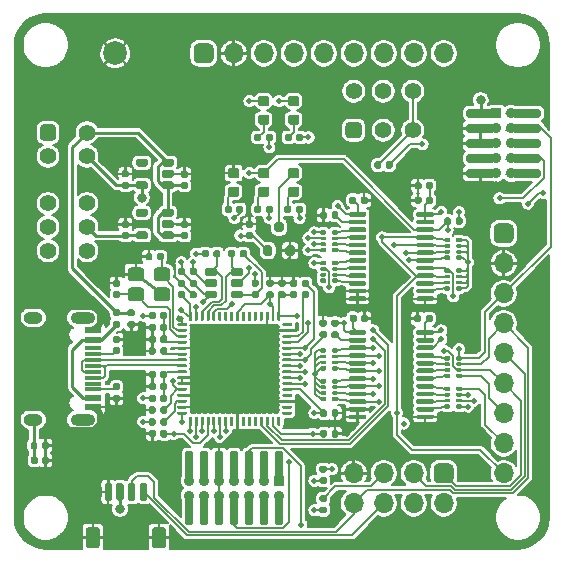
<source format=gtl>
G04 #@! TF.GenerationSoftware,KiCad,Pcbnew,(5.1.9-0-10_14)*
G04 #@! TF.CreationDate,2021-04-05T09:48:25+08:00*
G04 #@! TF.ProjectId,tigard,74696761-7264-42e6-9b69-6361645f7063,v1.1*
G04 #@! TF.SameCoordinates,Original*
G04 #@! TF.FileFunction,Copper,L1,Top*
G04 #@! TF.FilePolarity,Positive*
%FSLAX46Y46*%
G04 Gerber Fmt 4.6, Leading zero omitted, Abs format (unit mm)*
G04 Created by KiCad (PCBNEW (5.1.9-0-10_14)) date 2021-04-05 09:48:25*
%MOMM*%
%LPD*%
G01*
G04 APERTURE LIST*
G04 #@! TA.AperFunction,ComponentPad*
%ADD10O,0.900000X0.900000*%
G04 #@! TD*
G04 #@! TA.AperFunction,ComponentPad*
%ADD11R,0.900000X0.900000*%
G04 #@! TD*
G04 #@! TA.AperFunction,SMDPad,CuDef*
%ADD12R,1.450000X0.600000*%
G04 #@! TD*
G04 #@! TA.AperFunction,SMDPad,CuDef*
%ADD13R,1.450000X0.300000*%
G04 #@! TD*
G04 #@! TA.AperFunction,ComponentPad*
%ADD14O,2.100000X1.000000*%
G04 #@! TD*
G04 #@! TA.AperFunction,ComponentPad*
%ADD15O,1.600000X1.000000*%
G04 #@! TD*
G04 #@! TA.AperFunction,ComponentPad*
%ADD16O,1.700000X1.700000*%
G04 #@! TD*
G04 #@! TA.AperFunction,ComponentPad*
%ADD17C,2.000000*%
G04 #@! TD*
G04 #@! TA.AperFunction,ComponentPad*
%ADD18C,1.400000*%
G04 #@! TD*
G04 #@! TA.AperFunction,SMDPad,CuDef*
%ADD19R,4.350000X4.350000*%
G04 #@! TD*
G04 #@! TA.AperFunction,ComponentPad*
%ADD20C,0.500000*%
G04 #@! TD*
G04 #@! TA.AperFunction,ViaPad*
%ADD21C,0.500000*%
G04 #@! TD*
G04 #@! TA.AperFunction,ViaPad*
%ADD22C,0.800000*%
G04 #@! TD*
G04 #@! TA.AperFunction,Conductor*
%ADD23C,0.200000*%
G04 #@! TD*
G04 #@! TA.AperFunction,Conductor*
%ADD24C,0.500000*%
G04 #@! TD*
G04 #@! TA.AperFunction,Conductor*
%ADD25C,0.150000*%
G04 #@! TD*
G04 #@! TA.AperFunction,Conductor*
%ADD26C,0.250000*%
G04 #@! TD*
G04 #@! TA.AperFunction,Conductor*
%ADD27C,0.205232*%
G04 #@! TD*
G04 #@! TA.AperFunction,Conductor*
%ADD28C,0.100000*%
G04 #@! TD*
G04 APERTURE END LIST*
D10*
X45137580Y-71128420D03*
X45137580Y-69858420D03*
X46407580Y-71128420D03*
X46407580Y-69858420D03*
X47677580Y-71128420D03*
X47677580Y-69858420D03*
X48947580Y-71128420D03*
X48947580Y-69858420D03*
X50217580Y-71128420D03*
X50217580Y-69858420D03*
X51487580Y-71128420D03*
X51487580Y-69858420D03*
X52757580Y-71128420D03*
D11*
X52757580Y-69858420D03*
D10*
X71145000Y-43860000D03*
X72415000Y-43860000D03*
X71145000Y-42590000D03*
X72415000Y-42590000D03*
X71145000Y-41320000D03*
X72415000Y-41320000D03*
X71145000Y-40050000D03*
X72415000Y-40050000D03*
X72415000Y-38780000D03*
D11*
X71145000Y-38780000D03*
G04 #@! TA.AperFunction,SMDPad,CuDef*
G36*
G01*
X44955000Y-71260000D02*
X45325000Y-71260000D01*
G75*
G02*
X45510000Y-71445000I0J-185000D01*
G01*
X45510000Y-73475000D01*
G75*
G02*
X45325000Y-73660000I-185000J0D01*
G01*
X44955000Y-73660000D01*
G75*
G02*
X44770000Y-73475000I0J185000D01*
G01*
X44770000Y-71445000D01*
G75*
G02*
X44955000Y-71260000I185000J0D01*
G01*
G37*
G04 #@! TD.AperFunction*
G04 #@! TA.AperFunction,SMDPad,CuDef*
G36*
G01*
X44955000Y-67360000D02*
X45325000Y-67360000D01*
G75*
G02*
X45510000Y-67545000I0J-185000D01*
G01*
X45510000Y-69575000D01*
G75*
G02*
X45325000Y-69760000I-185000J0D01*
G01*
X44955000Y-69760000D01*
G75*
G02*
X44770000Y-69575000I0J185000D01*
G01*
X44770000Y-67545000D01*
G75*
G02*
X44955000Y-67360000I185000J0D01*
G01*
G37*
G04 #@! TD.AperFunction*
G04 #@! TA.AperFunction,SMDPad,CuDef*
G36*
G01*
X46225000Y-71260000D02*
X46595000Y-71260000D01*
G75*
G02*
X46780000Y-71445000I0J-185000D01*
G01*
X46780000Y-73475000D01*
G75*
G02*
X46595000Y-73660000I-185000J0D01*
G01*
X46225000Y-73660000D01*
G75*
G02*
X46040000Y-73475000I0J185000D01*
G01*
X46040000Y-71445000D01*
G75*
G02*
X46225000Y-71260000I185000J0D01*
G01*
G37*
G04 #@! TD.AperFunction*
G04 #@! TA.AperFunction,SMDPad,CuDef*
G36*
G01*
X46225000Y-67360000D02*
X46595000Y-67360000D01*
G75*
G02*
X46780000Y-67545000I0J-185000D01*
G01*
X46780000Y-69575000D01*
G75*
G02*
X46595000Y-69760000I-185000J0D01*
G01*
X46225000Y-69760000D01*
G75*
G02*
X46040000Y-69575000I0J185000D01*
G01*
X46040000Y-67545000D01*
G75*
G02*
X46225000Y-67360000I185000J0D01*
G01*
G37*
G04 #@! TD.AperFunction*
G04 #@! TA.AperFunction,SMDPad,CuDef*
G36*
G01*
X47495000Y-71260000D02*
X47865000Y-71260000D01*
G75*
G02*
X48050000Y-71445000I0J-185000D01*
G01*
X48050000Y-73475000D01*
G75*
G02*
X47865000Y-73660000I-185000J0D01*
G01*
X47495000Y-73660000D01*
G75*
G02*
X47310000Y-73475000I0J185000D01*
G01*
X47310000Y-71445000D01*
G75*
G02*
X47495000Y-71260000I185000J0D01*
G01*
G37*
G04 #@! TD.AperFunction*
G04 #@! TA.AperFunction,SMDPad,CuDef*
G36*
G01*
X47495000Y-67360000D02*
X47865000Y-67360000D01*
G75*
G02*
X48050000Y-67545000I0J-185000D01*
G01*
X48050000Y-69575000D01*
G75*
G02*
X47865000Y-69760000I-185000J0D01*
G01*
X47495000Y-69760000D01*
G75*
G02*
X47310000Y-69575000I0J185000D01*
G01*
X47310000Y-67545000D01*
G75*
G02*
X47495000Y-67360000I185000J0D01*
G01*
G37*
G04 #@! TD.AperFunction*
G04 #@! TA.AperFunction,SMDPad,CuDef*
G36*
G01*
X48765000Y-71260000D02*
X49135000Y-71260000D01*
G75*
G02*
X49320000Y-71445000I0J-185000D01*
G01*
X49320000Y-73475000D01*
G75*
G02*
X49135000Y-73660000I-185000J0D01*
G01*
X48765000Y-73660000D01*
G75*
G02*
X48580000Y-73475000I0J185000D01*
G01*
X48580000Y-71445000D01*
G75*
G02*
X48765000Y-71260000I185000J0D01*
G01*
G37*
G04 #@! TD.AperFunction*
G04 #@! TA.AperFunction,SMDPad,CuDef*
G36*
G01*
X48765000Y-67360000D02*
X49135000Y-67360000D01*
G75*
G02*
X49320000Y-67545000I0J-185000D01*
G01*
X49320000Y-69575000D01*
G75*
G02*
X49135000Y-69760000I-185000J0D01*
G01*
X48765000Y-69760000D01*
G75*
G02*
X48580000Y-69575000I0J185000D01*
G01*
X48580000Y-67545000D01*
G75*
G02*
X48765000Y-67360000I185000J0D01*
G01*
G37*
G04 #@! TD.AperFunction*
G04 #@! TA.AperFunction,SMDPad,CuDef*
G36*
G01*
X50035000Y-71260000D02*
X50405000Y-71260000D01*
G75*
G02*
X50590000Y-71445000I0J-185000D01*
G01*
X50590000Y-73475000D01*
G75*
G02*
X50405000Y-73660000I-185000J0D01*
G01*
X50035000Y-73660000D01*
G75*
G02*
X49850000Y-73475000I0J185000D01*
G01*
X49850000Y-71445000D01*
G75*
G02*
X50035000Y-71260000I185000J0D01*
G01*
G37*
G04 #@! TD.AperFunction*
G04 #@! TA.AperFunction,SMDPad,CuDef*
G36*
G01*
X50035000Y-67360000D02*
X50405000Y-67360000D01*
G75*
G02*
X50590000Y-67545000I0J-185000D01*
G01*
X50590000Y-69575000D01*
G75*
G02*
X50405000Y-69760000I-185000J0D01*
G01*
X50035000Y-69760000D01*
G75*
G02*
X49850000Y-69575000I0J185000D01*
G01*
X49850000Y-67545000D01*
G75*
G02*
X50035000Y-67360000I185000J0D01*
G01*
G37*
G04 #@! TD.AperFunction*
G04 #@! TA.AperFunction,SMDPad,CuDef*
G36*
G01*
X51305000Y-71260000D02*
X51675000Y-71260000D01*
G75*
G02*
X51860000Y-71445000I0J-185000D01*
G01*
X51860000Y-73475000D01*
G75*
G02*
X51675000Y-73660000I-185000J0D01*
G01*
X51305000Y-73660000D01*
G75*
G02*
X51120000Y-73475000I0J185000D01*
G01*
X51120000Y-71445000D01*
G75*
G02*
X51305000Y-71260000I185000J0D01*
G01*
G37*
G04 #@! TD.AperFunction*
G04 #@! TA.AperFunction,SMDPad,CuDef*
G36*
G01*
X51305000Y-67360000D02*
X51675000Y-67360000D01*
G75*
G02*
X51860000Y-67545000I0J-185000D01*
G01*
X51860000Y-69575000D01*
G75*
G02*
X51675000Y-69760000I-185000J0D01*
G01*
X51305000Y-69760000D01*
G75*
G02*
X51120000Y-69575000I0J185000D01*
G01*
X51120000Y-67545000D01*
G75*
G02*
X51305000Y-67360000I185000J0D01*
G01*
G37*
G04 #@! TD.AperFunction*
G04 #@! TA.AperFunction,SMDPad,CuDef*
G36*
G01*
X52575000Y-71260000D02*
X52945000Y-71260000D01*
G75*
G02*
X53130000Y-71445000I0J-185000D01*
G01*
X53130000Y-73475000D01*
G75*
G02*
X52945000Y-73660000I-185000J0D01*
G01*
X52575000Y-73660000D01*
G75*
G02*
X52390000Y-73475000I0J185000D01*
G01*
X52390000Y-71445000D01*
G75*
G02*
X52575000Y-71260000I185000J0D01*
G01*
G37*
G04 #@! TD.AperFunction*
G04 #@! TA.AperFunction,SMDPad,CuDef*
G36*
G01*
X52575000Y-67360000D02*
X52945000Y-67360000D01*
G75*
G02*
X53130000Y-67545000I0J-185000D01*
G01*
X53130000Y-69575000D01*
G75*
G02*
X52945000Y-69760000I-185000J0D01*
G01*
X52575000Y-69760000D01*
G75*
G02*
X52390000Y-69575000I0J185000D01*
G01*
X52390000Y-67545000D01*
G75*
G02*
X52575000Y-67360000I185000J0D01*
G01*
G37*
G04 #@! TD.AperFunction*
D12*
X37045000Y-63650000D03*
X37045000Y-62850000D03*
X37045000Y-57950000D03*
X37045000Y-57150000D03*
X37045000Y-57150000D03*
X37045000Y-57950000D03*
X37045000Y-62850000D03*
X37045000Y-63650000D03*
D13*
X37045000Y-58650000D03*
X37045000Y-59150000D03*
X37045000Y-59650000D03*
X37045000Y-60650000D03*
X37045000Y-61150000D03*
X37045000Y-61650000D03*
X37045000Y-62150000D03*
X37045000Y-60150000D03*
D14*
X36130000Y-64720000D03*
X36130000Y-56080000D03*
D15*
X31950000Y-56080000D03*
X31950000Y-64720000D03*
G04 #@! TA.AperFunction,ComponentPad*
G36*
G01*
X70930000Y-49365000D02*
X70930000Y-48515000D01*
G75*
G02*
X71355000Y-48090000I425000J0D01*
G01*
X72205000Y-48090000D01*
G75*
G02*
X72630000Y-48515000I0J-425000D01*
G01*
X72630000Y-49365000D01*
G75*
G02*
X72205000Y-49790000I-425000J0D01*
G01*
X71355000Y-49790000D01*
G75*
G02*
X70930000Y-49365000I0J425000D01*
G01*
G37*
G04 #@! TD.AperFunction*
D16*
X71780000Y-51480000D03*
X71780000Y-54020000D03*
X71780000Y-56560000D03*
X71780000Y-59100000D03*
X71780000Y-61640000D03*
X71780000Y-64180000D03*
X71780000Y-66720000D03*
X71780000Y-69260000D03*
G04 #@! TA.AperFunction,SMDPad,CuDef*
G36*
G01*
X64395000Y-47425000D02*
X64395000Y-47225000D01*
G75*
G02*
X64495000Y-47125000I100000J0D01*
G01*
X65770000Y-47125000D01*
G75*
G02*
X65870000Y-47225000I0J-100000D01*
G01*
X65870000Y-47425000D01*
G75*
G02*
X65770000Y-47525000I-100000J0D01*
G01*
X64495000Y-47525000D01*
G75*
G02*
X64395000Y-47425000I0J100000D01*
G01*
G37*
G04 #@! TD.AperFunction*
G04 #@! TA.AperFunction,SMDPad,CuDef*
G36*
G01*
X64395000Y-48075000D02*
X64395000Y-47875000D01*
G75*
G02*
X64495000Y-47775000I100000J0D01*
G01*
X65770000Y-47775000D01*
G75*
G02*
X65870000Y-47875000I0J-100000D01*
G01*
X65870000Y-48075000D01*
G75*
G02*
X65770000Y-48175000I-100000J0D01*
G01*
X64495000Y-48175000D01*
G75*
G02*
X64395000Y-48075000I0J100000D01*
G01*
G37*
G04 #@! TD.AperFunction*
G04 #@! TA.AperFunction,SMDPad,CuDef*
G36*
G01*
X64395000Y-48725000D02*
X64395000Y-48525000D01*
G75*
G02*
X64495000Y-48425000I100000J0D01*
G01*
X65770000Y-48425000D01*
G75*
G02*
X65870000Y-48525000I0J-100000D01*
G01*
X65870000Y-48725000D01*
G75*
G02*
X65770000Y-48825000I-100000J0D01*
G01*
X64495000Y-48825000D01*
G75*
G02*
X64395000Y-48725000I0J100000D01*
G01*
G37*
G04 #@! TD.AperFunction*
G04 #@! TA.AperFunction,SMDPad,CuDef*
G36*
G01*
X64395000Y-49375000D02*
X64395000Y-49175000D01*
G75*
G02*
X64495000Y-49075000I100000J0D01*
G01*
X65770000Y-49075000D01*
G75*
G02*
X65870000Y-49175000I0J-100000D01*
G01*
X65870000Y-49375000D01*
G75*
G02*
X65770000Y-49475000I-100000J0D01*
G01*
X64495000Y-49475000D01*
G75*
G02*
X64395000Y-49375000I0J100000D01*
G01*
G37*
G04 #@! TD.AperFunction*
G04 #@! TA.AperFunction,SMDPad,CuDef*
G36*
G01*
X64395000Y-50025000D02*
X64395000Y-49825000D01*
G75*
G02*
X64495000Y-49725000I100000J0D01*
G01*
X65770000Y-49725000D01*
G75*
G02*
X65870000Y-49825000I0J-100000D01*
G01*
X65870000Y-50025000D01*
G75*
G02*
X65770000Y-50125000I-100000J0D01*
G01*
X64495000Y-50125000D01*
G75*
G02*
X64395000Y-50025000I0J100000D01*
G01*
G37*
G04 #@! TD.AperFunction*
G04 #@! TA.AperFunction,SMDPad,CuDef*
G36*
G01*
X64395000Y-50675000D02*
X64395000Y-50475000D01*
G75*
G02*
X64495000Y-50375000I100000J0D01*
G01*
X65770000Y-50375000D01*
G75*
G02*
X65870000Y-50475000I0J-100000D01*
G01*
X65870000Y-50675000D01*
G75*
G02*
X65770000Y-50775000I-100000J0D01*
G01*
X64495000Y-50775000D01*
G75*
G02*
X64395000Y-50675000I0J100000D01*
G01*
G37*
G04 #@! TD.AperFunction*
G04 #@! TA.AperFunction,SMDPad,CuDef*
G36*
G01*
X64395000Y-51325000D02*
X64395000Y-51125000D01*
G75*
G02*
X64495000Y-51025000I100000J0D01*
G01*
X65770000Y-51025000D01*
G75*
G02*
X65870000Y-51125000I0J-100000D01*
G01*
X65870000Y-51325000D01*
G75*
G02*
X65770000Y-51425000I-100000J0D01*
G01*
X64495000Y-51425000D01*
G75*
G02*
X64395000Y-51325000I0J100000D01*
G01*
G37*
G04 #@! TD.AperFunction*
G04 #@! TA.AperFunction,SMDPad,CuDef*
G36*
G01*
X64395000Y-51975000D02*
X64395000Y-51775000D01*
G75*
G02*
X64495000Y-51675000I100000J0D01*
G01*
X65770000Y-51675000D01*
G75*
G02*
X65870000Y-51775000I0J-100000D01*
G01*
X65870000Y-51975000D01*
G75*
G02*
X65770000Y-52075000I-100000J0D01*
G01*
X64495000Y-52075000D01*
G75*
G02*
X64395000Y-51975000I0J100000D01*
G01*
G37*
G04 #@! TD.AperFunction*
G04 #@! TA.AperFunction,SMDPad,CuDef*
G36*
G01*
X64395000Y-52625000D02*
X64395000Y-52425000D01*
G75*
G02*
X64495000Y-52325000I100000J0D01*
G01*
X65770000Y-52325000D01*
G75*
G02*
X65870000Y-52425000I0J-100000D01*
G01*
X65870000Y-52625000D01*
G75*
G02*
X65770000Y-52725000I-100000J0D01*
G01*
X64495000Y-52725000D01*
G75*
G02*
X64395000Y-52625000I0J100000D01*
G01*
G37*
G04 #@! TD.AperFunction*
G04 #@! TA.AperFunction,SMDPad,CuDef*
G36*
G01*
X64395000Y-53275000D02*
X64395000Y-53075000D01*
G75*
G02*
X64495000Y-52975000I100000J0D01*
G01*
X65770000Y-52975000D01*
G75*
G02*
X65870000Y-53075000I0J-100000D01*
G01*
X65870000Y-53275000D01*
G75*
G02*
X65770000Y-53375000I-100000J0D01*
G01*
X64495000Y-53375000D01*
G75*
G02*
X64395000Y-53275000I0J100000D01*
G01*
G37*
G04 #@! TD.AperFunction*
G04 #@! TA.AperFunction,SMDPad,CuDef*
G36*
G01*
X64395000Y-53925000D02*
X64395000Y-53725000D01*
G75*
G02*
X64495000Y-53625000I100000J0D01*
G01*
X65770000Y-53625000D01*
G75*
G02*
X65870000Y-53725000I0J-100000D01*
G01*
X65870000Y-53925000D01*
G75*
G02*
X65770000Y-54025000I-100000J0D01*
G01*
X64495000Y-54025000D01*
G75*
G02*
X64395000Y-53925000I0J100000D01*
G01*
G37*
G04 #@! TD.AperFunction*
G04 #@! TA.AperFunction,SMDPad,CuDef*
G36*
G01*
X64395000Y-54575000D02*
X64395000Y-54375000D01*
G75*
G02*
X64495000Y-54275000I100000J0D01*
G01*
X65770000Y-54275000D01*
G75*
G02*
X65870000Y-54375000I0J-100000D01*
G01*
X65870000Y-54575000D01*
G75*
G02*
X65770000Y-54675000I-100000J0D01*
G01*
X64495000Y-54675000D01*
G75*
G02*
X64395000Y-54575000I0J100000D01*
G01*
G37*
G04 #@! TD.AperFunction*
G04 #@! TA.AperFunction,SMDPad,CuDef*
G36*
G01*
X58670000Y-54575000D02*
X58670000Y-54375000D01*
G75*
G02*
X58770000Y-54275000I100000J0D01*
G01*
X60045000Y-54275000D01*
G75*
G02*
X60145000Y-54375000I0J-100000D01*
G01*
X60145000Y-54575000D01*
G75*
G02*
X60045000Y-54675000I-100000J0D01*
G01*
X58770000Y-54675000D01*
G75*
G02*
X58670000Y-54575000I0J100000D01*
G01*
G37*
G04 #@! TD.AperFunction*
G04 #@! TA.AperFunction,SMDPad,CuDef*
G36*
G01*
X58670000Y-53925000D02*
X58670000Y-53725000D01*
G75*
G02*
X58770000Y-53625000I100000J0D01*
G01*
X60045000Y-53625000D01*
G75*
G02*
X60145000Y-53725000I0J-100000D01*
G01*
X60145000Y-53925000D01*
G75*
G02*
X60045000Y-54025000I-100000J0D01*
G01*
X58770000Y-54025000D01*
G75*
G02*
X58670000Y-53925000I0J100000D01*
G01*
G37*
G04 #@! TD.AperFunction*
G04 #@! TA.AperFunction,SMDPad,CuDef*
G36*
G01*
X58670000Y-53275000D02*
X58670000Y-53075000D01*
G75*
G02*
X58770000Y-52975000I100000J0D01*
G01*
X60045000Y-52975000D01*
G75*
G02*
X60145000Y-53075000I0J-100000D01*
G01*
X60145000Y-53275000D01*
G75*
G02*
X60045000Y-53375000I-100000J0D01*
G01*
X58770000Y-53375000D01*
G75*
G02*
X58670000Y-53275000I0J100000D01*
G01*
G37*
G04 #@! TD.AperFunction*
G04 #@! TA.AperFunction,SMDPad,CuDef*
G36*
G01*
X58670000Y-52625000D02*
X58670000Y-52425000D01*
G75*
G02*
X58770000Y-52325000I100000J0D01*
G01*
X60045000Y-52325000D01*
G75*
G02*
X60145000Y-52425000I0J-100000D01*
G01*
X60145000Y-52625000D01*
G75*
G02*
X60045000Y-52725000I-100000J0D01*
G01*
X58770000Y-52725000D01*
G75*
G02*
X58670000Y-52625000I0J100000D01*
G01*
G37*
G04 #@! TD.AperFunction*
G04 #@! TA.AperFunction,SMDPad,CuDef*
G36*
G01*
X58670000Y-51975000D02*
X58670000Y-51775000D01*
G75*
G02*
X58770000Y-51675000I100000J0D01*
G01*
X60045000Y-51675000D01*
G75*
G02*
X60145000Y-51775000I0J-100000D01*
G01*
X60145000Y-51975000D01*
G75*
G02*
X60045000Y-52075000I-100000J0D01*
G01*
X58770000Y-52075000D01*
G75*
G02*
X58670000Y-51975000I0J100000D01*
G01*
G37*
G04 #@! TD.AperFunction*
G04 #@! TA.AperFunction,SMDPad,CuDef*
G36*
G01*
X58670000Y-51325000D02*
X58670000Y-51125000D01*
G75*
G02*
X58770000Y-51025000I100000J0D01*
G01*
X60045000Y-51025000D01*
G75*
G02*
X60145000Y-51125000I0J-100000D01*
G01*
X60145000Y-51325000D01*
G75*
G02*
X60045000Y-51425000I-100000J0D01*
G01*
X58770000Y-51425000D01*
G75*
G02*
X58670000Y-51325000I0J100000D01*
G01*
G37*
G04 #@! TD.AperFunction*
G04 #@! TA.AperFunction,SMDPad,CuDef*
G36*
G01*
X58670000Y-50675000D02*
X58670000Y-50475000D01*
G75*
G02*
X58770000Y-50375000I100000J0D01*
G01*
X60045000Y-50375000D01*
G75*
G02*
X60145000Y-50475000I0J-100000D01*
G01*
X60145000Y-50675000D01*
G75*
G02*
X60045000Y-50775000I-100000J0D01*
G01*
X58770000Y-50775000D01*
G75*
G02*
X58670000Y-50675000I0J100000D01*
G01*
G37*
G04 #@! TD.AperFunction*
G04 #@! TA.AperFunction,SMDPad,CuDef*
G36*
G01*
X58670000Y-50025000D02*
X58670000Y-49825000D01*
G75*
G02*
X58770000Y-49725000I100000J0D01*
G01*
X60045000Y-49725000D01*
G75*
G02*
X60145000Y-49825000I0J-100000D01*
G01*
X60145000Y-50025000D01*
G75*
G02*
X60045000Y-50125000I-100000J0D01*
G01*
X58770000Y-50125000D01*
G75*
G02*
X58670000Y-50025000I0J100000D01*
G01*
G37*
G04 #@! TD.AperFunction*
G04 #@! TA.AperFunction,SMDPad,CuDef*
G36*
G01*
X58670000Y-49375000D02*
X58670000Y-49175000D01*
G75*
G02*
X58770000Y-49075000I100000J0D01*
G01*
X60045000Y-49075000D01*
G75*
G02*
X60145000Y-49175000I0J-100000D01*
G01*
X60145000Y-49375000D01*
G75*
G02*
X60045000Y-49475000I-100000J0D01*
G01*
X58770000Y-49475000D01*
G75*
G02*
X58670000Y-49375000I0J100000D01*
G01*
G37*
G04 #@! TD.AperFunction*
G04 #@! TA.AperFunction,SMDPad,CuDef*
G36*
G01*
X58670000Y-48725000D02*
X58670000Y-48525000D01*
G75*
G02*
X58770000Y-48425000I100000J0D01*
G01*
X60045000Y-48425000D01*
G75*
G02*
X60145000Y-48525000I0J-100000D01*
G01*
X60145000Y-48725000D01*
G75*
G02*
X60045000Y-48825000I-100000J0D01*
G01*
X58770000Y-48825000D01*
G75*
G02*
X58670000Y-48725000I0J100000D01*
G01*
G37*
G04 #@! TD.AperFunction*
G04 #@! TA.AperFunction,SMDPad,CuDef*
G36*
G01*
X58670000Y-48075000D02*
X58670000Y-47875000D01*
G75*
G02*
X58770000Y-47775000I100000J0D01*
G01*
X60045000Y-47775000D01*
G75*
G02*
X60145000Y-47875000I0J-100000D01*
G01*
X60145000Y-48075000D01*
G75*
G02*
X60045000Y-48175000I-100000J0D01*
G01*
X58770000Y-48175000D01*
G75*
G02*
X58670000Y-48075000I0J100000D01*
G01*
G37*
G04 #@! TD.AperFunction*
G04 #@! TA.AperFunction,SMDPad,CuDef*
G36*
G01*
X58670000Y-47425000D02*
X58670000Y-47225000D01*
G75*
G02*
X58770000Y-47125000I100000J0D01*
G01*
X60045000Y-47125000D01*
G75*
G02*
X60145000Y-47225000I0J-100000D01*
G01*
X60145000Y-47425000D01*
G75*
G02*
X60045000Y-47525000I-100000J0D01*
G01*
X58770000Y-47525000D01*
G75*
G02*
X58670000Y-47425000I0J100000D01*
G01*
G37*
G04 #@! TD.AperFunction*
G04 #@! TA.AperFunction,SMDPad,CuDef*
G36*
G01*
X41995000Y-75350001D02*
X41995000Y-74049999D01*
G75*
G02*
X42244999Y-73800000I249999J0D01*
G01*
X42945001Y-73800000D01*
G75*
G02*
X43195000Y-74049999I0J-249999D01*
G01*
X43195000Y-75350001D01*
G75*
G02*
X42945001Y-75600000I-249999J0D01*
G01*
X42244999Y-75600000D01*
G75*
G02*
X41995000Y-75350001I0J249999D01*
G01*
G37*
G04 #@! TD.AperFunction*
G04 #@! TA.AperFunction,SMDPad,CuDef*
G36*
G01*
X36395000Y-75350001D02*
X36395000Y-74049999D01*
G75*
G02*
X36644999Y-73800000I249999J0D01*
G01*
X37345001Y-73800000D01*
G75*
G02*
X37595000Y-74049999I0J-249999D01*
G01*
X37595000Y-75350001D01*
G75*
G02*
X37345001Y-75600000I-249999J0D01*
G01*
X36644999Y-75600000D01*
G75*
G02*
X36395000Y-75350001I0J249999D01*
G01*
G37*
G04 #@! TD.AperFunction*
G04 #@! TA.AperFunction,SMDPad,CuDef*
G36*
G01*
X40995000Y-71450000D02*
X40995000Y-70200000D01*
G75*
G02*
X41145000Y-70050000I150000J0D01*
G01*
X41445000Y-70050000D01*
G75*
G02*
X41595000Y-70200000I0J-150000D01*
G01*
X41595000Y-71450000D01*
G75*
G02*
X41445000Y-71600000I-150000J0D01*
G01*
X41145000Y-71600000D01*
G75*
G02*
X40995000Y-71450000I0J150000D01*
G01*
G37*
G04 #@! TD.AperFunction*
G04 #@! TA.AperFunction,SMDPad,CuDef*
G36*
G01*
X39995000Y-71450000D02*
X39995000Y-70200000D01*
G75*
G02*
X40145000Y-70050000I150000J0D01*
G01*
X40445000Y-70050000D01*
G75*
G02*
X40595000Y-70200000I0J-150000D01*
G01*
X40595000Y-71450000D01*
G75*
G02*
X40445000Y-71600000I-150000J0D01*
G01*
X40145000Y-71600000D01*
G75*
G02*
X39995000Y-71450000I0J150000D01*
G01*
G37*
G04 #@! TD.AperFunction*
G04 #@! TA.AperFunction,SMDPad,CuDef*
G36*
G01*
X38995000Y-71450000D02*
X38995000Y-70200000D01*
G75*
G02*
X39145000Y-70050000I150000J0D01*
G01*
X39445000Y-70050000D01*
G75*
G02*
X39595000Y-70200000I0J-150000D01*
G01*
X39595000Y-71450000D01*
G75*
G02*
X39445000Y-71600000I-150000J0D01*
G01*
X39145000Y-71600000D01*
G75*
G02*
X38995000Y-71450000I0J150000D01*
G01*
G37*
G04 #@! TD.AperFunction*
G04 #@! TA.AperFunction,SMDPad,CuDef*
G36*
G01*
X37995000Y-71450000D02*
X37995000Y-70200000D01*
G75*
G02*
X38145000Y-70050000I150000J0D01*
G01*
X38445000Y-70050000D01*
G75*
G02*
X38595000Y-70200000I0J-150000D01*
G01*
X38595000Y-71450000D01*
G75*
G02*
X38445000Y-71600000I-150000J0D01*
G01*
X38145000Y-71600000D01*
G75*
G02*
X37995000Y-71450000I0J150000D01*
G01*
G37*
G04 #@! TD.AperFunction*
D17*
X38890000Y-33700000D03*
D18*
X64080000Y-40200000D03*
X61580000Y-40200000D03*
G04 #@! TA.AperFunction,ComponentPad*
G36*
G01*
X58380000Y-40550000D02*
X58380000Y-39850000D01*
G75*
G02*
X58730000Y-39500000I350000J0D01*
G01*
X59430000Y-39500000D01*
G75*
G02*
X59780000Y-39850000I0J-350000D01*
G01*
X59780000Y-40550000D01*
G75*
G02*
X59430000Y-40900000I-350000J0D01*
G01*
X58730000Y-40900000D01*
G75*
G02*
X58380000Y-40550000I0J350000D01*
G01*
G37*
G04 #@! TD.AperFunction*
X64080000Y-36900000D03*
X61580000Y-36900000D03*
X59080000Y-36900000D03*
G04 #@! TA.AperFunction,ComponentPad*
G36*
G01*
X66275000Y-68410000D02*
X67125000Y-68410000D01*
G75*
G02*
X67550000Y-68835000I0J-425000D01*
G01*
X67550000Y-69685000D01*
G75*
G02*
X67125000Y-70110000I-425000J0D01*
G01*
X66275000Y-70110000D01*
G75*
G02*
X65850000Y-69685000I0J425000D01*
G01*
X65850000Y-68835000D01*
G75*
G02*
X66275000Y-68410000I425000J0D01*
G01*
G37*
G04 #@! TD.AperFunction*
D16*
X66700000Y-71800000D03*
X64160000Y-69260000D03*
X64160000Y-71800000D03*
X61620000Y-69260000D03*
X61620000Y-71800000D03*
X59080000Y-69260000D03*
X59080000Y-71800000D03*
G04 #@! TA.AperFunction,SMDPad,CuDef*
G36*
G01*
X72530000Y-44045000D02*
X72530000Y-43675000D01*
G75*
G02*
X72715000Y-43490000I185000J0D01*
G01*
X74745000Y-43490000D01*
G75*
G02*
X74930000Y-43675000I0J-185000D01*
G01*
X74930000Y-44045000D01*
G75*
G02*
X74745000Y-44230000I-185000J0D01*
G01*
X72715000Y-44230000D01*
G75*
G02*
X72530000Y-44045000I0J185000D01*
G01*
G37*
G04 #@! TD.AperFunction*
G04 #@! TA.AperFunction,SMDPad,CuDef*
G36*
G01*
X68630000Y-44045000D02*
X68630000Y-43675000D01*
G75*
G02*
X68815000Y-43490000I185000J0D01*
G01*
X70845000Y-43490000D01*
G75*
G02*
X71030000Y-43675000I0J-185000D01*
G01*
X71030000Y-44045000D01*
G75*
G02*
X70845000Y-44230000I-185000J0D01*
G01*
X68815000Y-44230000D01*
G75*
G02*
X68630000Y-44045000I0J185000D01*
G01*
G37*
G04 #@! TD.AperFunction*
G04 #@! TA.AperFunction,SMDPad,CuDef*
G36*
G01*
X72530000Y-42775000D02*
X72530000Y-42405000D01*
G75*
G02*
X72715000Y-42220000I185000J0D01*
G01*
X74745000Y-42220000D01*
G75*
G02*
X74930000Y-42405000I0J-185000D01*
G01*
X74930000Y-42775000D01*
G75*
G02*
X74745000Y-42960000I-185000J0D01*
G01*
X72715000Y-42960000D01*
G75*
G02*
X72530000Y-42775000I0J185000D01*
G01*
G37*
G04 #@! TD.AperFunction*
G04 #@! TA.AperFunction,SMDPad,CuDef*
G36*
G01*
X68630000Y-42775000D02*
X68630000Y-42405000D01*
G75*
G02*
X68815000Y-42220000I185000J0D01*
G01*
X70845000Y-42220000D01*
G75*
G02*
X71030000Y-42405000I0J-185000D01*
G01*
X71030000Y-42775000D01*
G75*
G02*
X70845000Y-42960000I-185000J0D01*
G01*
X68815000Y-42960000D01*
G75*
G02*
X68630000Y-42775000I0J185000D01*
G01*
G37*
G04 #@! TD.AperFunction*
G04 #@! TA.AperFunction,SMDPad,CuDef*
G36*
G01*
X72530000Y-41505000D02*
X72530000Y-41135000D01*
G75*
G02*
X72715000Y-40950000I185000J0D01*
G01*
X74745000Y-40950000D01*
G75*
G02*
X74930000Y-41135000I0J-185000D01*
G01*
X74930000Y-41505000D01*
G75*
G02*
X74745000Y-41690000I-185000J0D01*
G01*
X72715000Y-41690000D01*
G75*
G02*
X72530000Y-41505000I0J185000D01*
G01*
G37*
G04 #@! TD.AperFunction*
G04 #@! TA.AperFunction,SMDPad,CuDef*
G36*
G01*
X68630000Y-41505000D02*
X68630000Y-41135000D01*
G75*
G02*
X68815000Y-40950000I185000J0D01*
G01*
X70845000Y-40950000D01*
G75*
G02*
X71030000Y-41135000I0J-185000D01*
G01*
X71030000Y-41505000D01*
G75*
G02*
X70845000Y-41690000I-185000J0D01*
G01*
X68815000Y-41690000D01*
G75*
G02*
X68630000Y-41505000I0J185000D01*
G01*
G37*
G04 #@! TD.AperFunction*
G04 #@! TA.AperFunction,SMDPad,CuDef*
G36*
G01*
X72530000Y-40235000D02*
X72530000Y-39865000D01*
G75*
G02*
X72715000Y-39680000I185000J0D01*
G01*
X74745000Y-39680000D01*
G75*
G02*
X74930000Y-39865000I0J-185000D01*
G01*
X74930000Y-40235000D01*
G75*
G02*
X74745000Y-40420000I-185000J0D01*
G01*
X72715000Y-40420000D01*
G75*
G02*
X72530000Y-40235000I0J185000D01*
G01*
G37*
G04 #@! TD.AperFunction*
G04 #@! TA.AperFunction,SMDPad,CuDef*
G36*
G01*
X68630000Y-40235000D02*
X68630000Y-39865000D01*
G75*
G02*
X68815000Y-39680000I185000J0D01*
G01*
X70845000Y-39680000D01*
G75*
G02*
X71030000Y-39865000I0J-185000D01*
G01*
X71030000Y-40235000D01*
G75*
G02*
X70845000Y-40420000I-185000J0D01*
G01*
X68815000Y-40420000D01*
G75*
G02*
X68630000Y-40235000I0J185000D01*
G01*
G37*
G04 #@! TD.AperFunction*
G04 #@! TA.AperFunction,SMDPad,CuDef*
G36*
G01*
X72530000Y-38965000D02*
X72530000Y-38595000D01*
G75*
G02*
X72715000Y-38410000I185000J0D01*
G01*
X74745000Y-38410000D01*
G75*
G02*
X74930000Y-38595000I0J-185000D01*
G01*
X74930000Y-38965000D01*
G75*
G02*
X74745000Y-39150000I-185000J0D01*
G01*
X72715000Y-39150000D01*
G75*
G02*
X72530000Y-38965000I0J185000D01*
G01*
G37*
G04 #@! TD.AperFunction*
G04 #@! TA.AperFunction,SMDPad,CuDef*
G36*
G01*
X68630000Y-38965000D02*
X68630000Y-38595000D01*
G75*
G02*
X68815000Y-38410000I185000J0D01*
G01*
X70845000Y-38410000D01*
G75*
G02*
X71030000Y-38595000I0J-185000D01*
G01*
X71030000Y-38965000D01*
G75*
G02*
X70845000Y-39150000I-185000J0D01*
G01*
X68815000Y-39150000D01*
G75*
G02*
X68630000Y-38965000I0J185000D01*
G01*
G37*
G04 #@! TD.AperFunction*
G04 #@! TA.AperFunction,ComponentPad*
G36*
G01*
X46805000Y-34550000D02*
X45955000Y-34550000D01*
G75*
G02*
X45530000Y-34125000I0J425000D01*
G01*
X45530000Y-33275000D01*
G75*
G02*
X45955000Y-32850000I425000J0D01*
G01*
X46805000Y-32850000D01*
G75*
G02*
X47230000Y-33275000I0J-425000D01*
G01*
X47230000Y-34125000D01*
G75*
G02*
X46805000Y-34550000I-425000J0D01*
G01*
G37*
G04 #@! TD.AperFunction*
X48920000Y-33700000D03*
X51460000Y-33700000D03*
X54000000Y-33700000D03*
X56540000Y-33700000D03*
X59080000Y-33700000D03*
X61620000Y-33700000D03*
X64160000Y-33700000D03*
X66700000Y-33700000D03*
D18*
X33200000Y-50400000D03*
X33200000Y-48400000D03*
X33200000Y-46400000D03*
X33200000Y-42400000D03*
G04 #@! TA.AperFunction,ComponentPad*
G36*
G01*
X32850000Y-39700000D02*
X33550000Y-39700000D01*
G75*
G02*
X33900000Y-40050000I0J-350000D01*
G01*
X33900000Y-40750000D01*
G75*
G02*
X33550000Y-41100000I-350000J0D01*
G01*
X32850000Y-41100000D01*
G75*
G02*
X32500000Y-40750000I0J350000D01*
G01*
X32500000Y-40050000D01*
G75*
G02*
X32850000Y-39700000I350000J0D01*
G01*
G37*
G04 #@! TD.AperFunction*
X36500000Y-50400000D03*
X36500000Y-48400000D03*
X36500000Y-46400000D03*
X36500000Y-42400000D03*
X36500000Y-40400000D03*
G04 #@! TA.AperFunction,SMDPad,CuDef*
G36*
G01*
X58670000Y-57425000D02*
X58670000Y-57225000D01*
G75*
G02*
X58770000Y-57125000I100000J0D01*
G01*
X60045000Y-57125000D01*
G75*
G02*
X60145000Y-57225000I0J-100000D01*
G01*
X60145000Y-57425000D01*
G75*
G02*
X60045000Y-57525000I-100000J0D01*
G01*
X58770000Y-57525000D01*
G75*
G02*
X58670000Y-57425000I0J100000D01*
G01*
G37*
G04 #@! TD.AperFunction*
G04 #@! TA.AperFunction,SMDPad,CuDef*
G36*
G01*
X58670000Y-58075000D02*
X58670000Y-57875000D01*
G75*
G02*
X58770000Y-57775000I100000J0D01*
G01*
X60045000Y-57775000D01*
G75*
G02*
X60145000Y-57875000I0J-100000D01*
G01*
X60145000Y-58075000D01*
G75*
G02*
X60045000Y-58175000I-100000J0D01*
G01*
X58770000Y-58175000D01*
G75*
G02*
X58670000Y-58075000I0J100000D01*
G01*
G37*
G04 #@! TD.AperFunction*
G04 #@! TA.AperFunction,SMDPad,CuDef*
G36*
G01*
X58670000Y-58725000D02*
X58670000Y-58525000D01*
G75*
G02*
X58770000Y-58425000I100000J0D01*
G01*
X60045000Y-58425000D01*
G75*
G02*
X60145000Y-58525000I0J-100000D01*
G01*
X60145000Y-58725000D01*
G75*
G02*
X60045000Y-58825000I-100000J0D01*
G01*
X58770000Y-58825000D01*
G75*
G02*
X58670000Y-58725000I0J100000D01*
G01*
G37*
G04 #@! TD.AperFunction*
G04 #@! TA.AperFunction,SMDPad,CuDef*
G36*
G01*
X58670000Y-59375000D02*
X58670000Y-59175000D01*
G75*
G02*
X58770000Y-59075000I100000J0D01*
G01*
X60045000Y-59075000D01*
G75*
G02*
X60145000Y-59175000I0J-100000D01*
G01*
X60145000Y-59375000D01*
G75*
G02*
X60045000Y-59475000I-100000J0D01*
G01*
X58770000Y-59475000D01*
G75*
G02*
X58670000Y-59375000I0J100000D01*
G01*
G37*
G04 #@! TD.AperFunction*
G04 #@! TA.AperFunction,SMDPad,CuDef*
G36*
G01*
X58670000Y-60025000D02*
X58670000Y-59825000D01*
G75*
G02*
X58770000Y-59725000I100000J0D01*
G01*
X60045000Y-59725000D01*
G75*
G02*
X60145000Y-59825000I0J-100000D01*
G01*
X60145000Y-60025000D01*
G75*
G02*
X60045000Y-60125000I-100000J0D01*
G01*
X58770000Y-60125000D01*
G75*
G02*
X58670000Y-60025000I0J100000D01*
G01*
G37*
G04 #@! TD.AperFunction*
G04 #@! TA.AperFunction,SMDPad,CuDef*
G36*
G01*
X58670000Y-60675000D02*
X58670000Y-60475000D01*
G75*
G02*
X58770000Y-60375000I100000J0D01*
G01*
X60045000Y-60375000D01*
G75*
G02*
X60145000Y-60475000I0J-100000D01*
G01*
X60145000Y-60675000D01*
G75*
G02*
X60045000Y-60775000I-100000J0D01*
G01*
X58770000Y-60775000D01*
G75*
G02*
X58670000Y-60675000I0J100000D01*
G01*
G37*
G04 #@! TD.AperFunction*
G04 #@! TA.AperFunction,SMDPad,CuDef*
G36*
G01*
X58670000Y-61325000D02*
X58670000Y-61125000D01*
G75*
G02*
X58770000Y-61025000I100000J0D01*
G01*
X60045000Y-61025000D01*
G75*
G02*
X60145000Y-61125000I0J-100000D01*
G01*
X60145000Y-61325000D01*
G75*
G02*
X60045000Y-61425000I-100000J0D01*
G01*
X58770000Y-61425000D01*
G75*
G02*
X58670000Y-61325000I0J100000D01*
G01*
G37*
G04 #@! TD.AperFunction*
G04 #@! TA.AperFunction,SMDPad,CuDef*
G36*
G01*
X58670000Y-61975000D02*
X58670000Y-61775000D01*
G75*
G02*
X58770000Y-61675000I100000J0D01*
G01*
X60045000Y-61675000D01*
G75*
G02*
X60145000Y-61775000I0J-100000D01*
G01*
X60145000Y-61975000D01*
G75*
G02*
X60045000Y-62075000I-100000J0D01*
G01*
X58770000Y-62075000D01*
G75*
G02*
X58670000Y-61975000I0J100000D01*
G01*
G37*
G04 #@! TD.AperFunction*
G04 #@! TA.AperFunction,SMDPad,CuDef*
G36*
G01*
X58670000Y-62625000D02*
X58670000Y-62425000D01*
G75*
G02*
X58770000Y-62325000I100000J0D01*
G01*
X60045000Y-62325000D01*
G75*
G02*
X60145000Y-62425000I0J-100000D01*
G01*
X60145000Y-62625000D01*
G75*
G02*
X60045000Y-62725000I-100000J0D01*
G01*
X58770000Y-62725000D01*
G75*
G02*
X58670000Y-62625000I0J100000D01*
G01*
G37*
G04 #@! TD.AperFunction*
G04 #@! TA.AperFunction,SMDPad,CuDef*
G36*
G01*
X58670000Y-63275000D02*
X58670000Y-63075000D01*
G75*
G02*
X58770000Y-62975000I100000J0D01*
G01*
X60045000Y-62975000D01*
G75*
G02*
X60145000Y-63075000I0J-100000D01*
G01*
X60145000Y-63275000D01*
G75*
G02*
X60045000Y-63375000I-100000J0D01*
G01*
X58770000Y-63375000D01*
G75*
G02*
X58670000Y-63275000I0J100000D01*
G01*
G37*
G04 #@! TD.AperFunction*
G04 #@! TA.AperFunction,SMDPad,CuDef*
G36*
G01*
X58670000Y-63925000D02*
X58670000Y-63725000D01*
G75*
G02*
X58770000Y-63625000I100000J0D01*
G01*
X60045000Y-63625000D01*
G75*
G02*
X60145000Y-63725000I0J-100000D01*
G01*
X60145000Y-63925000D01*
G75*
G02*
X60045000Y-64025000I-100000J0D01*
G01*
X58770000Y-64025000D01*
G75*
G02*
X58670000Y-63925000I0J100000D01*
G01*
G37*
G04 #@! TD.AperFunction*
G04 #@! TA.AperFunction,SMDPad,CuDef*
G36*
G01*
X58670000Y-64575000D02*
X58670000Y-64375000D01*
G75*
G02*
X58770000Y-64275000I100000J0D01*
G01*
X60045000Y-64275000D01*
G75*
G02*
X60145000Y-64375000I0J-100000D01*
G01*
X60145000Y-64575000D01*
G75*
G02*
X60045000Y-64675000I-100000J0D01*
G01*
X58770000Y-64675000D01*
G75*
G02*
X58670000Y-64575000I0J100000D01*
G01*
G37*
G04 #@! TD.AperFunction*
G04 #@! TA.AperFunction,SMDPad,CuDef*
G36*
G01*
X64395000Y-64575000D02*
X64395000Y-64375000D01*
G75*
G02*
X64495000Y-64275000I100000J0D01*
G01*
X65770000Y-64275000D01*
G75*
G02*
X65870000Y-64375000I0J-100000D01*
G01*
X65870000Y-64575000D01*
G75*
G02*
X65770000Y-64675000I-100000J0D01*
G01*
X64495000Y-64675000D01*
G75*
G02*
X64395000Y-64575000I0J100000D01*
G01*
G37*
G04 #@! TD.AperFunction*
G04 #@! TA.AperFunction,SMDPad,CuDef*
G36*
G01*
X64395000Y-63925000D02*
X64395000Y-63725000D01*
G75*
G02*
X64495000Y-63625000I100000J0D01*
G01*
X65770000Y-63625000D01*
G75*
G02*
X65870000Y-63725000I0J-100000D01*
G01*
X65870000Y-63925000D01*
G75*
G02*
X65770000Y-64025000I-100000J0D01*
G01*
X64495000Y-64025000D01*
G75*
G02*
X64395000Y-63925000I0J100000D01*
G01*
G37*
G04 #@! TD.AperFunction*
G04 #@! TA.AperFunction,SMDPad,CuDef*
G36*
G01*
X64395000Y-63275000D02*
X64395000Y-63075000D01*
G75*
G02*
X64495000Y-62975000I100000J0D01*
G01*
X65770000Y-62975000D01*
G75*
G02*
X65870000Y-63075000I0J-100000D01*
G01*
X65870000Y-63275000D01*
G75*
G02*
X65770000Y-63375000I-100000J0D01*
G01*
X64495000Y-63375000D01*
G75*
G02*
X64395000Y-63275000I0J100000D01*
G01*
G37*
G04 #@! TD.AperFunction*
G04 #@! TA.AperFunction,SMDPad,CuDef*
G36*
G01*
X64395000Y-62625000D02*
X64395000Y-62425000D01*
G75*
G02*
X64495000Y-62325000I100000J0D01*
G01*
X65770000Y-62325000D01*
G75*
G02*
X65870000Y-62425000I0J-100000D01*
G01*
X65870000Y-62625000D01*
G75*
G02*
X65770000Y-62725000I-100000J0D01*
G01*
X64495000Y-62725000D01*
G75*
G02*
X64395000Y-62625000I0J100000D01*
G01*
G37*
G04 #@! TD.AperFunction*
G04 #@! TA.AperFunction,SMDPad,CuDef*
G36*
G01*
X64395000Y-61975000D02*
X64395000Y-61775000D01*
G75*
G02*
X64495000Y-61675000I100000J0D01*
G01*
X65770000Y-61675000D01*
G75*
G02*
X65870000Y-61775000I0J-100000D01*
G01*
X65870000Y-61975000D01*
G75*
G02*
X65770000Y-62075000I-100000J0D01*
G01*
X64495000Y-62075000D01*
G75*
G02*
X64395000Y-61975000I0J100000D01*
G01*
G37*
G04 #@! TD.AperFunction*
G04 #@! TA.AperFunction,SMDPad,CuDef*
G36*
G01*
X64395000Y-61325000D02*
X64395000Y-61125000D01*
G75*
G02*
X64495000Y-61025000I100000J0D01*
G01*
X65770000Y-61025000D01*
G75*
G02*
X65870000Y-61125000I0J-100000D01*
G01*
X65870000Y-61325000D01*
G75*
G02*
X65770000Y-61425000I-100000J0D01*
G01*
X64495000Y-61425000D01*
G75*
G02*
X64395000Y-61325000I0J100000D01*
G01*
G37*
G04 #@! TD.AperFunction*
G04 #@! TA.AperFunction,SMDPad,CuDef*
G36*
G01*
X64395000Y-60675000D02*
X64395000Y-60475000D01*
G75*
G02*
X64495000Y-60375000I100000J0D01*
G01*
X65770000Y-60375000D01*
G75*
G02*
X65870000Y-60475000I0J-100000D01*
G01*
X65870000Y-60675000D01*
G75*
G02*
X65770000Y-60775000I-100000J0D01*
G01*
X64495000Y-60775000D01*
G75*
G02*
X64395000Y-60675000I0J100000D01*
G01*
G37*
G04 #@! TD.AperFunction*
G04 #@! TA.AperFunction,SMDPad,CuDef*
G36*
G01*
X64395000Y-60025000D02*
X64395000Y-59825000D01*
G75*
G02*
X64495000Y-59725000I100000J0D01*
G01*
X65770000Y-59725000D01*
G75*
G02*
X65870000Y-59825000I0J-100000D01*
G01*
X65870000Y-60025000D01*
G75*
G02*
X65770000Y-60125000I-100000J0D01*
G01*
X64495000Y-60125000D01*
G75*
G02*
X64395000Y-60025000I0J100000D01*
G01*
G37*
G04 #@! TD.AperFunction*
G04 #@! TA.AperFunction,SMDPad,CuDef*
G36*
G01*
X64395000Y-59375000D02*
X64395000Y-59175000D01*
G75*
G02*
X64495000Y-59075000I100000J0D01*
G01*
X65770000Y-59075000D01*
G75*
G02*
X65870000Y-59175000I0J-100000D01*
G01*
X65870000Y-59375000D01*
G75*
G02*
X65770000Y-59475000I-100000J0D01*
G01*
X64495000Y-59475000D01*
G75*
G02*
X64395000Y-59375000I0J100000D01*
G01*
G37*
G04 #@! TD.AperFunction*
G04 #@! TA.AperFunction,SMDPad,CuDef*
G36*
G01*
X64395000Y-58725000D02*
X64395000Y-58525000D01*
G75*
G02*
X64495000Y-58425000I100000J0D01*
G01*
X65770000Y-58425000D01*
G75*
G02*
X65870000Y-58525000I0J-100000D01*
G01*
X65870000Y-58725000D01*
G75*
G02*
X65770000Y-58825000I-100000J0D01*
G01*
X64495000Y-58825000D01*
G75*
G02*
X64395000Y-58725000I0J100000D01*
G01*
G37*
G04 #@! TD.AperFunction*
G04 #@! TA.AperFunction,SMDPad,CuDef*
G36*
G01*
X64395000Y-58075000D02*
X64395000Y-57875000D01*
G75*
G02*
X64495000Y-57775000I100000J0D01*
G01*
X65770000Y-57775000D01*
G75*
G02*
X65870000Y-57875000I0J-100000D01*
G01*
X65870000Y-58075000D01*
G75*
G02*
X65770000Y-58175000I-100000J0D01*
G01*
X64495000Y-58175000D01*
G75*
G02*
X64395000Y-58075000I0J100000D01*
G01*
G37*
G04 #@! TD.AperFunction*
G04 #@! TA.AperFunction,SMDPad,CuDef*
G36*
G01*
X64395000Y-57425000D02*
X64395000Y-57225000D01*
G75*
G02*
X64495000Y-57125000I100000J0D01*
G01*
X65770000Y-57125000D01*
G75*
G02*
X65870000Y-57225000I0J-100000D01*
G01*
X65870000Y-57425000D01*
G75*
G02*
X65770000Y-57525000I-100000J0D01*
G01*
X64495000Y-57525000D01*
G75*
G02*
X64395000Y-57425000I0J100000D01*
G01*
G37*
G04 #@! TD.AperFunction*
G04 #@! TA.AperFunction,SMDPad,CuDef*
G36*
G01*
X57250000Y-63050000D02*
X57250000Y-62850000D01*
G75*
G02*
X57350000Y-62750000I100000J0D01*
G01*
X57650000Y-62750000D01*
G75*
G02*
X57750000Y-62850000I0J-100000D01*
G01*
X57750000Y-63050000D01*
G75*
G02*
X57650000Y-63150000I-100000J0D01*
G01*
X57350000Y-63150000D01*
G75*
G02*
X57250000Y-63050000I0J100000D01*
G01*
G37*
G04 #@! TD.AperFunction*
G04 #@! TA.AperFunction,SMDPad,CuDef*
G36*
G01*
X57250000Y-62525000D02*
X57250000Y-62375000D01*
G75*
G02*
X57325000Y-62300000I75000J0D01*
G01*
X57675000Y-62300000D01*
G75*
G02*
X57750000Y-62375000I0J-75000D01*
G01*
X57750000Y-62525000D01*
G75*
G02*
X57675000Y-62600000I-75000J0D01*
G01*
X57325000Y-62600000D01*
G75*
G02*
X57250000Y-62525000I0J75000D01*
G01*
G37*
G04 #@! TD.AperFunction*
G04 #@! TA.AperFunction,SMDPad,CuDef*
G36*
G01*
X57250000Y-61550000D02*
X57250000Y-61350000D01*
G75*
G02*
X57350000Y-61250000I100000J0D01*
G01*
X57650000Y-61250000D01*
G75*
G02*
X57750000Y-61350000I0J-100000D01*
G01*
X57750000Y-61550000D01*
G75*
G02*
X57650000Y-61650000I-100000J0D01*
G01*
X57350000Y-61650000D01*
G75*
G02*
X57250000Y-61550000I0J100000D01*
G01*
G37*
G04 #@! TD.AperFunction*
G04 #@! TA.AperFunction,SMDPad,CuDef*
G36*
G01*
X57250000Y-62025000D02*
X57250000Y-61875000D01*
G75*
G02*
X57325000Y-61800000I75000J0D01*
G01*
X57675000Y-61800000D01*
G75*
G02*
X57750000Y-61875000I0J-75000D01*
G01*
X57750000Y-62025000D01*
G75*
G02*
X57675000Y-62100000I-75000J0D01*
G01*
X57325000Y-62100000D01*
G75*
G02*
X57250000Y-62025000I0J75000D01*
G01*
G37*
G04 #@! TD.AperFunction*
G04 #@! TA.AperFunction,SMDPad,CuDef*
G36*
G01*
X56250000Y-63050000D02*
X56250000Y-62850000D01*
G75*
G02*
X56350000Y-62750000I100000J0D01*
G01*
X56650000Y-62750000D01*
G75*
G02*
X56750000Y-62850000I0J-100000D01*
G01*
X56750000Y-63050000D01*
G75*
G02*
X56650000Y-63150000I-100000J0D01*
G01*
X56350000Y-63150000D01*
G75*
G02*
X56250000Y-63050000I0J100000D01*
G01*
G37*
G04 #@! TD.AperFunction*
G04 #@! TA.AperFunction,SMDPad,CuDef*
G36*
G01*
X56250000Y-62025000D02*
X56250000Y-61875000D01*
G75*
G02*
X56325000Y-61800000I75000J0D01*
G01*
X56675000Y-61800000D01*
G75*
G02*
X56750000Y-61875000I0J-75000D01*
G01*
X56750000Y-62025000D01*
G75*
G02*
X56675000Y-62100000I-75000J0D01*
G01*
X56325000Y-62100000D01*
G75*
G02*
X56250000Y-62025000I0J75000D01*
G01*
G37*
G04 #@! TD.AperFunction*
G04 #@! TA.AperFunction,SMDPad,CuDef*
G36*
G01*
X56250000Y-62525000D02*
X56250000Y-62375000D01*
G75*
G02*
X56325000Y-62300000I75000J0D01*
G01*
X56675000Y-62300000D01*
G75*
G02*
X56750000Y-62375000I0J-75000D01*
G01*
X56750000Y-62525000D01*
G75*
G02*
X56675000Y-62600000I-75000J0D01*
G01*
X56325000Y-62600000D01*
G75*
G02*
X56250000Y-62525000I0J75000D01*
G01*
G37*
G04 #@! TD.AperFunction*
G04 #@! TA.AperFunction,SMDPad,CuDef*
G36*
G01*
X56250000Y-61550000D02*
X56250000Y-61350000D01*
G75*
G02*
X56350000Y-61250000I100000J0D01*
G01*
X56650000Y-61250000D01*
G75*
G02*
X56750000Y-61350000I0J-100000D01*
G01*
X56750000Y-61550000D01*
G75*
G02*
X56650000Y-61650000I-100000J0D01*
G01*
X56350000Y-61650000D01*
G75*
G02*
X56250000Y-61550000I0J100000D01*
G01*
G37*
G04 #@! TD.AperFunction*
G04 #@! TA.AperFunction,SMDPad,CuDef*
G36*
G01*
X56672500Y-57795000D02*
X56327500Y-57795000D01*
G75*
G02*
X56180000Y-57647500I0J147500D01*
G01*
X56180000Y-57352500D01*
G75*
G02*
X56327500Y-57205000I147500J0D01*
G01*
X56672500Y-57205000D01*
G75*
G02*
X56820000Y-57352500I0J-147500D01*
G01*
X56820000Y-57647500D01*
G75*
G02*
X56672500Y-57795000I-147500J0D01*
G01*
G37*
G04 #@! TD.AperFunction*
G04 #@! TA.AperFunction,SMDPad,CuDef*
G36*
G01*
X56672500Y-56825000D02*
X56327500Y-56825000D01*
G75*
G02*
X56180000Y-56677500I0J147500D01*
G01*
X56180000Y-56382500D01*
G75*
G02*
X56327500Y-56235000I147500J0D01*
G01*
X56672500Y-56235000D01*
G75*
G02*
X56820000Y-56382500I0J-147500D01*
G01*
X56820000Y-56677500D01*
G75*
G02*
X56672500Y-56825000I-147500J0D01*
G01*
G37*
G04 #@! TD.AperFunction*
G04 #@! TA.AperFunction,SMDPad,CuDef*
G36*
G01*
X44922500Y-49430000D02*
X44577500Y-49430000D01*
G75*
G02*
X44430000Y-49282500I0J147500D01*
G01*
X44430000Y-48987500D01*
G75*
G02*
X44577500Y-48840000I147500J0D01*
G01*
X44922500Y-48840000D01*
G75*
G02*
X45070000Y-48987500I0J-147500D01*
G01*
X45070000Y-49282500D01*
G75*
G02*
X44922500Y-49430000I-147500J0D01*
G01*
G37*
G04 #@! TD.AperFunction*
G04 #@! TA.AperFunction,SMDPad,CuDef*
G36*
G01*
X44922500Y-48460000D02*
X44577500Y-48460000D01*
G75*
G02*
X44430000Y-48312500I0J147500D01*
G01*
X44430000Y-48017500D01*
G75*
G02*
X44577500Y-47870000I147500J0D01*
G01*
X44922500Y-47870000D01*
G75*
G02*
X45070000Y-48017500I0J-147500D01*
G01*
X45070000Y-48312500D01*
G75*
G02*
X44922500Y-48460000I-147500J0D01*
G01*
G37*
G04 #@! TD.AperFunction*
G04 #@! TA.AperFunction,SMDPad,CuDef*
G36*
G01*
X39922500Y-48460000D02*
X39577500Y-48460000D01*
G75*
G02*
X39430000Y-48312500I0J147500D01*
G01*
X39430000Y-48017500D01*
G75*
G02*
X39577500Y-47870000I147500J0D01*
G01*
X39922500Y-47870000D01*
G75*
G02*
X40070000Y-48017500I0J-147500D01*
G01*
X40070000Y-48312500D01*
G75*
G02*
X39922500Y-48460000I-147500J0D01*
G01*
G37*
G04 #@! TD.AperFunction*
G04 #@! TA.AperFunction,SMDPad,CuDef*
G36*
G01*
X39922500Y-49430000D02*
X39577500Y-49430000D01*
G75*
G02*
X39430000Y-49282500I0J147500D01*
G01*
X39430000Y-48987500D01*
G75*
G02*
X39577500Y-48840000I147500J0D01*
G01*
X39922500Y-48840000D01*
G75*
G02*
X40070000Y-48987500I0J-147500D01*
G01*
X40070000Y-49282500D01*
G75*
G02*
X39922500Y-49430000I-147500J0D01*
G01*
G37*
G04 #@! TD.AperFunction*
G04 #@! TA.AperFunction,SMDPad,CuDef*
G36*
G01*
X44922500Y-45180000D02*
X44577500Y-45180000D01*
G75*
G02*
X44430000Y-45032500I0J147500D01*
G01*
X44430000Y-44737500D01*
G75*
G02*
X44577500Y-44590000I147500J0D01*
G01*
X44922500Y-44590000D01*
G75*
G02*
X45070000Y-44737500I0J-147500D01*
G01*
X45070000Y-45032500D01*
G75*
G02*
X44922500Y-45180000I-147500J0D01*
G01*
G37*
G04 #@! TD.AperFunction*
G04 #@! TA.AperFunction,SMDPad,CuDef*
G36*
G01*
X44922500Y-44210000D02*
X44577500Y-44210000D01*
G75*
G02*
X44430000Y-44062500I0J147500D01*
G01*
X44430000Y-43767500D01*
G75*
G02*
X44577500Y-43620000I147500J0D01*
G01*
X44922500Y-43620000D01*
G75*
G02*
X45070000Y-43767500I0J-147500D01*
G01*
X45070000Y-44062500D01*
G75*
G02*
X44922500Y-44210000I-147500J0D01*
G01*
G37*
G04 #@! TD.AperFunction*
G04 #@! TA.AperFunction,SMDPad,CuDef*
G36*
G01*
X39922500Y-45165000D02*
X39577500Y-45165000D01*
G75*
G02*
X39430000Y-45017500I0J147500D01*
G01*
X39430000Y-44722500D01*
G75*
G02*
X39577500Y-44575000I147500J0D01*
G01*
X39922500Y-44575000D01*
G75*
G02*
X40070000Y-44722500I0J-147500D01*
G01*
X40070000Y-45017500D01*
G75*
G02*
X39922500Y-45165000I-147500J0D01*
G01*
G37*
G04 #@! TD.AperFunction*
G04 #@! TA.AperFunction,SMDPad,CuDef*
G36*
G01*
X39922500Y-44195000D02*
X39577500Y-44195000D01*
G75*
G02*
X39430000Y-44047500I0J147500D01*
G01*
X39430000Y-43752500D01*
G75*
G02*
X39577500Y-43605000I147500J0D01*
G01*
X39922500Y-43605000D01*
G75*
G02*
X40070000Y-43752500I0J-147500D01*
G01*
X40070000Y-44047500D01*
G75*
G02*
X39922500Y-44195000I-147500J0D01*
G01*
G37*
G04 #@! TD.AperFunction*
G04 #@! TA.AperFunction,SMDPad,CuDef*
G36*
G01*
X43295000Y-57727500D02*
X43295000Y-58072500D01*
G75*
G02*
X43147500Y-58220000I-147500J0D01*
G01*
X42852500Y-58220000D01*
G75*
G02*
X42705000Y-58072500I0J147500D01*
G01*
X42705000Y-57727500D01*
G75*
G02*
X42852500Y-57580000I147500J0D01*
G01*
X43147500Y-57580000D01*
G75*
G02*
X43295000Y-57727500I0J-147500D01*
G01*
G37*
G04 #@! TD.AperFunction*
G04 #@! TA.AperFunction,SMDPad,CuDef*
G36*
G01*
X42325000Y-57727500D02*
X42325000Y-58072500D01*
G75*
G02*
X42177500Y-58220000I-147500J0D01*
G01*
X41882500Y-58220000D01*
G75*
G02*
X41735000Y-58072500I0J147500D01*
G01*
X41735000Y-57727500D01*
G75*
G02*
X41882500Y-57580000I147500J0D01*
G01*
X42177500Y-57580000D01*
G75*
G02*
X42325000Y-57727500I0J-147500D01*
G01*
G37*
G04 #@! TD.AperFunction*
G04 #@! TA.AperFunction,SMDPad,CuDef*
G36*
G01*
X42325000Y-56727500D02*
X42325000Y-57072500D01*
G75*
G02*
X42177500Y-57220000I-147500J0D01*
G01*
X41882500Y-57220000D01*
G75*
G02*
X41735000Y-57072500I0J147500D01*
G01*
X41735000Y-56727500D01*
G75*
G02*
X41882500Y-56580000I147500J0D01*
G01*
X42177500Y-56580000D01*
G75*
G02*
X42325000Y-56727500I0J-147500D01*
G01*
G37*
G04 #@! TD.AperFunction*
G04 #@! TA.AperFunction,SMDPad,CuDef*
G36*
G01*
X43295000Y-56727500D02*
X43295000Y-57072500D01*
G75*
G02*
X43147500Y-57220000I-147500J0D01*
G01*
X42852500Y-57220000D01*
G75*
G02*
X42705000Y-57072500I0J147500D01*
G01*
X42705000Y-56727500D01*
G75*
G02*
X42852500Y-56580000I147500J0D01*
G01*
X43147500Y-56580000D01*
G75*
G02*
X43295000Y-56727500I0J-147500D01*
G01*
G37*
G04 #@! TD.AperFunction*
G04 #@! TA.AperFunction,SMDPad,CuDef*
G36*
G01*
X42325000Y-61727500D02*
X42325000Y-62072500D01*
G75*
G02*
X42177500Y-62220000I-147500J0D01*
G01*
X41882500Y-62220000D01*
G75*
G02*
X41735000Y-62072500I0J147500D01*
G01*
X41735000Y-61727500D01*
G75*
G02*
X41882500Y-61580000I147500J0D01*
G01*
X42177500Y-61580000D01*
G75*
G02*
X42325000Y-61727500I0J-147500D01*
G01*
G37*
G04 #@! TD.AperFunction*
G04 #@! TA.AperFunction,SMDPad,CuDef*
G36*
G01*
X43295000Y-61727500D02*
X43295000Y-62072500D01*
G75*
G02*
X43147500Y-62220000I-147500J0D01*
G01*
X42852500Y-62220000D01*
G75*
G02*
X42705000Y-62072500I0J147500D01*
G01*
X42705000Y-61727500D01*
G75*
G02*
X42852500Y-61580000I147500J0D01*
G01*
X43147500Y-61580000D01*
G75*
G02*
X43295000Y-61727500I0J-147500D01*
G01*
G37*
G04 #@! TD.AperFunction*
G04 #@! TA.AperFunction,SMDPad,CuDef*
G36*
G01*
X42325000Y-60727500D02*
X42325000Y-61072500D01*
G75*
G02*
X42177500Y-61220000I-147500J0D01*
G01*
X41882500Y-61220000D01*
G75*
G02*
X41735000Y-61072500I0J147500D01*
G01*
X41735000Y-60727500D01*
G75*
G02*
X41882500Y-60580000I147500J0D01*
G01*
X42177500Y-60580000D01*
G75*
G02*
X42325000Y-60727500I0J-147500D01*
G01*
G37*
G04 #@! TD.AperFunction*
G04 #@! TA.AperFunction,SMDPad,CuDef*
G36*
G01*
X43295000Y-60727500D02*
X43295000Y-61072500D01*
G75*
G02*
X43147500Y-61220000I-147500J0D01*
G01*
X42852500Y-61220000D01*
G75*
G02*
X42705000Y-61072500I0J147500D01*
G01*
X42705000Y-60727500D01*
G75*
G02*
X42852500Y-60580000I147500J0D01*
G01*
X43147500Y-60580000D01*
G75*
G02*
X43295000Y-60727500I0J-147500D01*
G01*
G37*
G04 #@! TD.AperFunction*
G04 #@! TA.AperFunction,SMDPad,CuDef*
G36*
G01*
X54172500Y-53445000D02*
X53827500Y-53445000D01*
G75*
G02*
X53680000Y-53297500I0J147500D01*
G01*
X53680000Y-53002500D01*
G75*
G02*
X53827500Y-52855000I147500J0D01*
G01*
X54172500Y-52855000D01*
G75*
G02*
X54320000Y-53002500I0J-147500D01*
G01*
X54320000Y-53297500D01*
G75*
G02*
X54172500Y-53445000I-147500J0D01*
G01*
G37*
G04 #@! TD.AperFunction*
G04 #@! TA.AperFunction,SMDPad,CuDef*
G36*
G01*
X54172500Y-54415000D02*
X53827500Y-54415000D01*
G75*
G02*
X53680000Y-54267500I0J147500D01*
G01*
X53680000Y-53972500D01*
G75*
G02*
X53827500Y-53825000I147500J0D01*
G01*
X54172500Y-53825000D01*
G75*
G02*
X54320000Y-53972500I0J-147500D01*
G01*
X54320000Y-54267500D01*
G75*
G02*
X54172500Y-54415000I-147500J0D01*
G01*
G37*
G04 #@! TD.AperFunction*
G04 #@! TA.AperFunction,SMDPad,CuDef*
G36*
G01*
X53172500Y-54415000D02*
X52827500Y-54415000D01*
G75*
G02*
X52680000Y-54267500I0J147500D01*
G01*
X52680000Y-53972500D01*
G75*
G02*
X52827500Y-53825000I147500J0D01*
G01*
X53172500Y-53825000D01*
G75*
G02*
X53320000Y-53972500I0J-147500D01*
G01*
X53320000Y-54267500D01*
G75*
G02*
X53172500Y-54415000I-147500J0D01*
G01*
G37*
G04 #@! TD.AperFunction*
G04 #@! TA.AperFunction,SMDPad,CuDef*
G36*
G01*
X53172500Y-53445000D02*
X52827500Y-53445000D01*
G75*
G02*
X52680000Y-53297500I0J147500D01*
G01*
X52680000Y-53002500D01*
G75*
G02*
X52827500Y-52855000I147500J0D01*
G01*
X53172500Y-52855000D01*
G75*
G02*
X53320000Y-53002500I0J-147500D01*
G01*
X53320000Y-53297500D01*
G75*
G02*
X53172500Y-53445000I-147500J0D01*
G01*
G37*
G04 #@! TD.AperFunction*
G04 #@! TA.AperFunction,SMDPad,CuDef*
G36*
G01*
X43295000Y-63727500D02*
X43295000Y-64072500D01*
G75*
G02*
X43147500Y-64220000I-147500J0D01*
G01*
X42852500Y-64220000D01*
G75*
G02*
X42705000Y-64072500I0J147500D01*
G01*
X42705000Y-63727500D01*
G75*
G02*
X42852500Y-63580000I147500J0D01*
G01*
X43147500Y-63580000D01*
G75*
G02*
X43295000Y-63727500I0J-147500D01*
G01*
G37*
G04 #@! TD.AperFunction*
G04 #@! TA.AperFunction,SMDPad,CuDef*
G36*
G01*
X42325000Y-63727500D02*
X42325000Y-64072500D01*
G75*
G02*
X42177500Y-64220000I-147500J0D01*
G01*
X41882500Y-64220000D01*
G75*
G02*
X41735000Y-64072500I0J147500D01*
G01*
X41735000Y-63727500D01*
G75*
G02*
X41882500Y-63580000I147500J0D01*
G01*
X42177500Y-63580000D01*
G75*
G02*
X42325000Y-63727500I0J-147500D01*
G01*
G37*
G04 #@! TD.AperFunction*
G04 #@! TA.AperFunction,SMDPad,CuDef*
G36*
G01*
X56235000Y-64322500D02*
X56235000Y-63977500D01*
G75*
G02*
X56382500Y-63830000I147500J0D01*
G01*
X56677500Y-63830000D01*
G75*
G02*
X56825000Y-63977500I0J-147500D01*
G01*
X56825000Y-64322500D01*
G75*
G02*
X56677500Y-64470000I-147500J0D01*
G01*
X56382500Y-64470000D01*
G75*
G02*
X56235000Y-64322500I0J147500D01*
G01*
G37*
G04 #@! TD.AperFunction*
G04 #@! TA.AperFunction,SMDPad,CuDef*
G36*
G01*
X57205000Y-64322500D02*
X57205000Y-63977500D01*
G75*
G02*
X57352500Y-63830000I147500J0D01*
G01*
X57647500Y-63830000D01*
G75*
G02*
X57795000Y-63977500I0J-147500D01*
G01*
X57795000Y-64322500D01*
G75*
G02*
X57647500Y-64470000I-147500J0D01*
G01*
X57352500Y-64470000D01*
G75*
G02*
X57205000Y-64322500I0J147500D01*
G01*
G37*
G04 #@! TD.AperFunction*
G04 #@! TA.AperFunction,SMDPad,CuDef*
G36*
G01*
X44672500Y-53460000D02*
X44327500Y-53460000D01*
G75*
G02*
X44180000Y-53312500I0J147500D01*
G01*
X44180000Y-53017500D01*
G75*
G02*
X44327500Y-52870000I147500J0D01*
G01*
X44672500Y-52870000D01*
G75*
G02*
X44820000Y-53017500I0J-147500D01*
G01*
X44820000Y-53312500D01*
G75*
G02*
X44672500Y-53460000I-147500J0D01*
G01*
G37*
G04 #@! TD.AperFunction*
G04 #@! TA.AperFunction,SMDPad,CuDef*
G36*
G01*
X44672500Y-54430000D02*
X44327500Y-54430000D01*
G75*
G02*
X44180000Y-54282500I0J147500D01*
G01*
X44180000Y-53987500D01*
G75*
G02*
X44327500Y-53840000I147500J0D01*
G01*
X44672500Y-53840000D01*
G75*
G02*
X44820000Y-53987500I0J-147500D01*
G01*
X44820000Y-54282500D01*
G75*
G02*
X44672500Y-54430000I-147500J0D01*
G01*
G37*
G04 #@! TD.AperFunction*
G04 #@! TA.AperFunction,SMDPad,CuDef*
G36*
G01*
X42325000Y-65727500D02*
X42325000Y-66072500D01*
G75*
G02*
X42177500Y-66220000I-147500J0D01*
G01*
X41882500Y-66220000D01*
G75*
G02*
X41735000Y-66072500I0J147500D01*
G01*
X41735000Y-65727500D01*
G75*
G02*
X41882500Y-65580000I147500J0D01*
G01*
X42177500Y-65580000D01*
G75*
G02*
X42325000Y-65727500I0J-147500D01*
G01*
G37*
G04 #@! TD.AperFunction*
G04 #@! TA.AperFunction,SMDPad,CuDef*
G36*
G01*
X43295000Y-65727500D02*
X43295000Y-66072500D01*
G75*
G02*
X43147500Y-66220000I-147500J0D01*
G01*
X42852500Y-66220000D01*
G75*
G02*
X42705000Y-66072500I0J147500D01*
G01*
X42705000Y-65727500D01*
G75*
G02*
X42852500Y-65580000I147500J0D01*
G01*
X43147500Y-65580000D01*
G75*
G02*
X43295000Y-65727500I0J-147500D01*
G01*
G37*
G04 #@! TD.AperFunction*
G04 #@! TA.AperFunction,SMDPad,CuDef*
G36*
G01*
X57205000Y-66072500D02*
X57205000Y-65727500D01*
G75*
G02*
X57352500Y-65580000I147500J0D01*
G01*
X57647500Y-65580000D01*
G75*
G02*
X57795000Y-65727500I0J-147500D01*
G01*
X57795000Y-66072500D01*
G75*
G02*
X57647500Y-66220000I-147500J0D01*
G01*
X57352500Y-66220000D01*
G75*
G02*
X57205000Y-66072500I0J147500D01*
G01*
G37*
G04 #@! TD.AperFunction*
G04 #@! TA.AperFunction,SMDPad,CuDef*
G36*
G01*
X56235000Y-66072500D02*
X56235000Y-65727500D01*
G75*
G02*
X56382500Y-65580000I147500J0D01*
G01*
X56677500Y-65580000D01*
G75*
G02*
X56825000Y-65727500I0J-147500D01*
G01*
X56825000Y-66072500D01*
G75*
G02*
X56677500Y-66220000I-147500J0D01*
G01*
X56382500Y-66220000D01*
G75*
G02*
X56235000Y-66072500I0J147500D01*
G01*
G37*
G04 #@! TD.AperFunction*
G04 #@! TA.AperFunction,SMDPad,CuDef*
G36*
G01*
X52172500Y-53445000D02*
X51827500Y-53445000D01*
G75*
G02*
X51680000Y-53297500I0J147500D01*
G01*
X51680000Y-53002500D01*
G75*
G02*
X51827500Y-52855000I147500J0D01*
G01*
X52172500Y-52855000D01*
G75*
G02*
X52320000Y-53002500I0J-147500D01*
G01*
X52320000Y-53297500D01*
G75*
G02*
X52172500Y-53445000I-147500J0D01*
G01*
G37*
G04 #@! TD.AperFunction*
G04 #@! TA.AperFunction,SMDPad,CuDef*
G36*
G01*
X52172500Y-54415000D02*
X51827500Y-54415000D01*
G75*
G02*
X51680000Y-54267500I0J147500D01*
G01*
X51680000Y-53972500D01*
G75*
G02*
X51827500Y-53825000I147500J0D01*
G01*
X52172500Y-53825000D01*
G75*
G02*
X52320000Y-53972500I0J-147500D01*
G01*
X52320000Y-54267500D01*
G75*
G02*
X52172500Y-54415000I-147500J0D01*
G01*
G37*
G04 #@! TD.AperFunction*
G04 #@! TA.AperFunction,SMDPad,CuDef*
G36*
G01*
X45327500Y-52870000D02*
X45672500Y-52870000D01*
G75*
G02*
X45820000Y-53017500I0J-147500D01*
G01*
X45820000Y-53312500D01*
G75*
G02*
X45672500Y-53460000I-147500J0D01*
G01*
X45327500Y-53460000D01*
G75*
G02*
X45180000Y-53312500I0J147500D01*
G01*
X45180000Y-53017500D01*
G75*
G02*
X45327500Y-52870000I147500J0D01*
G01*
G37*
G04 #@! TD.AperFunction*
G04 #@! TA.AperFunction,SMDPad,CuDef*
G36*
G01*
X45327500Y-53840000D02*
X45672500Y-53840000D01*
G75*
G02*
X45820000Y-53987500I0J-147500D01*
G01*
X45820000Y-54282500D01*
G75*
G02*
X45672500Y-54430000I-147500J0D01*
G01*
X45327500Y-54430000D01*
G75*
G02*
X45180000Y-54282500I0J147500D01*
G01*
X45180000Y-53987500D01*
G75*
G02*
X45327500Y-53840000I147500J0D01*
G01*
G37*
G04 #@! TD.AperFunction*
G04 #@! TA.AperFunction,SMDPad,CuDef*
G36*
G01*
X59675000Y-46307500D02*
X59675000Y-45962500D01*
G75*
G02*
X59822500Y-45815000I147500J0D01*
G01*
X60117500Y-45815000D01*
G75*
G02*
X60265000Y-45962500I0J-147500D01*
G01*
X60265000Y-46307500D01*
G75*
G02*
X60117500Y-46455000I-147500J0D01*
G01*
X59822500Y-46455000D01*
G75*
G02*
X59675000Y-46307500I0J147500D01*
G01*
G37*
G04 #@! TD.AperFunction*
G04 #@! TA.AperFunction,SMDPad,CuDef*
G36*
G01*
X58705000Y-46307500D02*
X58705000Y-45962500D01*
G75*
G02*
X58852500Y-45815000I147500J0D01*
G01*
X59147500Y-45815000D01*
G75*
G02*
X59295000Y-45962500I0J-147500D01*
G01*
X59295000Y-46307500D01*
G75*
G02*
X59147500Y-46455000I-147500J0D01*
G01*
X58852500Y-46455000D01*
G75*
G02*
X58705000Y-46307500I0J147500D01*
G01*
G37*
G04 #@! TD.AperFunction*
G04 #@! TA.AperFunction,SMDPad,CuDef*
G36*
G01*
X59705000Y-56307500D02*
X59705000Y-55962500D01*
G75*
G02*
X59852500Y-55815000I147500J0D01*
G01*
X60147500Y-55815000D01*
G75*
G02*
X60295000Y-55962500I0J-147500D01*
G01*
X60295000Y-56307500D01*
G75*
G02*
X60147500Y-56455000I-147500J0D01*
G01*
X59852500Y-56455000D01*
G75*
G02*
X59705000Y-56307500I0J147500D01*
G01*
G37*
G04 #@! TD.AperFunction*
G04 #@! TA.AperFunction,SMDPad,CuDef*
G36*
G01*
X58735000Y-56307500D02*
X58735000Y-55962500D01*
G75*
G02*
X58882500Y-55815000I147500J0D01*
G01*
X59177500Y-55815000D01*
G75*
G02*
X59325000Y-55962500I0J-147500D01*
G01*
X59325000Y-56307500D01*
G75*
G02*
X59177500Y-56455000I-147500J0D01*
G01*
X58882500Y-56455000D01*
G75*
G02*
X58735000Y-56307500I0J147500D01*
G01*
G37*
G04 #@! TD.AperFunction*
G04 #@! TA.AperFunction,SMDPad,CuDef*
G36*
G01*
X65795000Y-45962500D02*
X65795000Y-46307500D01*
G75*
G02*
X65647500Y-46455000I-147500J0D01*
G01*
X65352500Y-46455000D01*
G75*
G02*
X65205000Y-46307500I0J147500D01*
G01*
X65205000Y-45962500D01*
G75*
G02*
X65352500Y-45815000I147500J0D01*
G01*
X65647500Y-45815000D01*
G75*
G02*
X65795000Y-45962500I0J-147500D01*
G01*
G37*
G04 #@! TD.AperFunction*
G04 #@! TA.AperFunction,SMDPad,CuDef*
G36*
G01*
X64825000Y-45962500D02*
X64825000Y-46307500D01*
G75*
G02*
X64677500Y-46455000I-147500J0D01*
G01*
X64382500Y-46455000D01*
G75*
G02*
X64235000Y-46307500I0J147500D01*
G01*
X64235000Y-45962500D01*
G75*
G02*
X64382500Y-45815000I147500J0D01*
G01*
X64677500Y-45815000D01*
G75*
G02*
X64825000Y-45962500I0J-147500D01*
G01*
G37*
G04 #@! TD.AperFunction*
G04 #@! TA.AperFunction,SMDPad,CuDef*
G36*
G01*
X64795000Y-55977500D02*
X64795000Y-56322500D01*
G75*
G02*
X64647500Y-56470000I-147500J0D01*
G01*
X64352500Y-56470000D01*
G75*
G02*
X64205000Y-56322500I0J147500D01*
G01*
X64205000Y-55977500D01*
G75*
G02*
X64352500Y-55830000I147500J0D01*
G01*
X64647500Y-55830000D01*
G75*
G02*
X64795000Y-55977500I0J-147500D01*
G01*
G37*
G04 #@! TD.AperFunction*
G04 #@! TA.AperFunction,SMDPad,CuDef*
G36*
G01*
X65765000Y-55977500D02*
X65765000Y-56322500D01*
G75*
G02*
X65617500Y-56470000I-147500J0D01*
G01*
X65322500Y-56470000D01*
G75*
G02*
X65175000Y-56322500I0J147500D01*
G01*
X65175000Y-55977500D01*
G75*
G02*
X65322500Y-55830000I147500J0D01*
G01*
X65617500Y-55830000D01*
G75*
G02*
X65765000Y-55977500I0J-147500D01*
G01*
G37*
G04 #@! TD.AperFunction*
G04 #@! TA.AperFunction,SMDPad,CuDef*
G36*
G01*
X42045000Y-50727500D02*
X42045000Y-51072500D01*
G75*
G02*
X41897500Y-51220000I-147500J0D01*
G01*
X41602500Y-51220000D01*
G75*
G02*
X41455000Y-51072500I0J147500D01*
G01*
X41455000Y-50727500D01*
G75*
G02*
X41602500Y-50580000I147500J0D01*
G01*
X41897500Y-50580000D01*
G75*
G02*
X42045000Y-50727500I0J-147500D01*
G01*
G37*
G04 #@! TD.AperFunction*
G04 #@! TA.AperFunction,SMDPad,CuDef*
G36*
G01*
X43015000Y-50727500D02*
X43015000Y-51072500D01*
G75*
G02*
X42867500Y-51220000I-147500J0D01*
G01*
X42572500Y-51220000D01*
G75*
G02*
X42425000Y-51072500I0J147500D01*
G01*
X42425000Y-50727500D01*
G75*
G02*
X42572500Y-50580000I147500J0D01*
G01*
X42867500Y-50580000D01*
G75*
G02*
X43015000Y-50727500I0J-147500D01*
G01*
G37*
G04 #@! TD.AperFunction*
G04 #@! TA.AperFunction,SMDPad,CuDef*
G36*
G01*
X39172500Y-53445000D02*
X38827500Y-53445000D01*
G75*
G02*
X38680000Y-53297500I0J147500D01*
G01*
X38680000Y-53002500D01*
G75*
G02*
X38827500Y-52855000I147500J0D01*
G01*
X39172500Y-52855000D01*
G75*
G02*
X39320000Y-53002500I0J-147500D01*
G01*
X39320000Y-53297500D01*
G75*
G02*
X39172500Y-53445000I-147500J0D01*
G01*
G37*
G04 #@! TD.AperFunction*
G04 #@! TA.AperFunction,SMDPad,CuDef*
G36*
G01*
X39172500Y-54415000D02*
X38827500Y-54415000D01*
G75*
G02*
X38680000Y-54267500I0J147500D01*
G01*
X38680000Y-53972500D01*
G75*
G02*
X38827500Y-53825000I147500J0D01*
G01*
X39172500Y-53825000D01*
G75*
G02*
X39320000Y-53972500I0J-147500D01*
G01*
X39320000Y-54267500D01*
G75*
G02*
X39172500Y-54415000I-147500J0D01*
G01*
G37*
G04 #@! TD.AperFunction*
G04 #@! TA.AperFunction,SMDPad,CuDef*
G36*
G01*
X48663750Y-43397000D02*
X49176250Y-43397000D01*
G75*
G02*
X49395000Y-43615750I0J-218750D01*
G01*
X49395000Y-44053250D01*
G75*
G02*
X49176250Y-44272000I-218750J0D01*
G01*
X48663750Y-44272000D01*
G75*
G02*
X48445000Y-44053250I0J218750D01*
G01*
X48445000Y-43615750D01*
G75*
G02*
X48663750Y-43397000I218750J0D01*
G01*
G37*
G04 #@! TD.AperFunction*
G04 #@! TA.AperFunction,SMDPad,CuDef*
G36*
G01*
X48663750Y-44972000D02*
X49176250Y-44972000D01*
G75*
G02*
X49395000Y-45190750I0J-218750D01*
G01*
X49395000Y-45628250D01*
G75*
G02*
X49176250Y-45847000I-218750J0D01*
G01*
X48663750Y-45847000D01*
G75*
G02*
X48445000Y-45628250I0J218750D01*
G01*
X48445000Y-45190750D01*
G75*
G02*
X48663750Y-44972000I218750J0D01*
G01*
G37*
G04 #@! TD.AperFunction*
G04 #@! TA.AperFunction,SMDPad,CuDef*
G36*
G01*
X53743750Y-44972000D02*
X54256250Y-44972000D01*
G75*
G02*
X54475000Y-45190750I0J-218750D01*
G01*
X54475000Y-45628250D01*
G75*
G02*
X54256250Y-45847000I-218750J0D01*
G01*
X53743750Y-45847000D01*
G75*
G02*
X53525000Y-45628250I0J218750D01*
G01*
X53525000Y-45190750D01*
G75*
G02*
X53743750Y-44972000I218750J0D01*
G01*
G37*
G04 #@! TD.AperFunction*
G04 #@! TA.AperFunction,SMDPad,CuDef*
G36*
G01*
X53743750Y-43397000D02*
X54256250Y-43397000D01*
G75*
G02*
X54475000Y-43615750I0J-218750D01*
G01*
X54475000Y-44053250D01*
G75*
G02*
X54256250Y-44272000I-218750J0D01*
G01*
X53743750Y-44272000D01*
G75*
G02*
X53525000Y-44053250I0J218750D01*
G01*
X53525000Y-43615750D01*
G75*
G02*
X53743750Y-43397000I218750J0D01*
G01*
G37*
G04 #@! TD.AperFunction*
G04 #@! TA.AperFunction,SMDPad,CuDef*
G36*
G01*
X53743750Y-37301000D02*
X54256250Y-37301000D01*
G75*
G02*
X54475000Y-37519750I0J-218750D01*
G01*
X54475000Y-37957250D01*
G75*
G02*
X54256250Y-38176000I-218750J0D01*
G01*
X53743750Y-38176000D01*
G75*
G02*
X53525000Y-37957250I0J218750D01*
G01*
X53525000Y-37519750D01*
G75*
G02*
X53743750Y-37301000I218750J0D01*
G01*
G37*
G04 #@! TD.AperFunction*
G04 #@! TA.AperFunction,SMDPad,CuDef*
G36*
G01*
X53743750Y-38876000D02*
X54256250Y-38876000D01*
G75*
G02*
X54475000Y-39094750I0J-218750D01*
G01*
X54475000Y-39532250D01*
G75*
G02*
X54256250Y-39751000I-218750J0D01*
G01*
X53743750Y-39751000D01*
G75*
G02*
X53525000Y-39532250I0J218750D01*
G01*
X53525000Y-39094750D01*
G75*
G02*
X53743750Y-38876000I218750J0D01*
G01*
G37*
G04 #@! TD.AperFunction*
G04 #@! TA.AperFunction,SMDPad,CuDef*
G36*
G01*
X51203750Y-38876000D02*
X51716250Y-38876000D01*
G75*
G02*
X51935000Y-39094750I0J-218750D01*
G01*
X51935000Y-39532250D01*
G75*
G02*
X51716250Y-39751000I-218750J0D01*
G01*
X51203750Y-39751000D01*
G75*
G02*
X50985000Y-39532250I0J218750D01*
G01*
X50985000Y-39094750D01*
G75*
G02*
X51203750Y-38876000I218750J0D01*
G01*
G37*
G04 #@! TD.AperFunction*
G04 #@! TA.AperFunction,SMDPad,CuDef*
G36*
G01*
X51203750Y-37301000D02*
X51716250Y-37301000D01*
G75*
G02*
X51935000Y-37519750I0J-218750D01*
G01*
X51935000Y-37957250D01*
G75*
G02*
X51716250Y-38176000I-218750J0D01*
G01*
X51203750Y-38176000D01*
G75*
G02*
X50985000Y-37957250I0J218750D01*
G01*
X50985000Y-37519750D01*
G75*
G02*
X51203750Y-37301000I218750J0D01*
G01*
G37*
G04 #@! TD.AperFunction*
G04 #@! TA.AperFunction,SMDPad,CuDef*
G36*
G01*
X51203750Y-44972000D02*
X51716250Y-44972000D01*
G75*
G02*
X51935000Y-45190750I0J-218750D01*
G01*
X51935000Y-45628250D01*
G75*
G02*
X51716250Y-45847000I-218750J0D01*
G01*
X51203750Y-45847000D01*
G75*
G02*
X50985000Y-45628250I0J218750D01*
G01*
X50985000Y-45190750D01*
G75*
G02*
X51203750Y-44972000I218750J0D01*
G01*
G37*
G04 #@! TD.AperFunction*
G04 #@! TA.AperFunction,SMDPad,CuDef*
G36*
G01*
X51203750Y-43397000D02*
X51716250Y-43397000D01*
G75*
G02*
X51935000Y-43615750I0J-218750D01*
G01*
X51935000Y-44053250D01*
G75*
G02*
X51716250Y-44272000I-218750J0D01*
G01*
X51203750Y-44272000D01*
G75*
G02*
X50985000Y-44053250I0J218750D01*
G01*
X50985000Y-43615750D01*
G75*
G02*
X51203750Y-43397000I218750J0D01*
G01*
G37*
G04 #@! TD.AperFunction*
G04 #@! TA.AperFunction,SMDPad,CuDef*
G36*
G01*
X41735000Y-56072500D02*
X41735000Y-55727500D01*
G75*
G02*
X41882500Y-55580000I147500J0D01*
G01*
X42177500Y-55580000D01*
G75*
G02*
X42325000Y-55727500I0J-147500D01*
G01*
X42325000Y-56072500D01*
G75*
G02*
X42177500Y-56220000I-147500J0D01*
G01*
X41882500Y-56220000D01*
G75*
G02*
X41735000Y-56072500I0J147500D01*
G01*
G37*
G04 #@! TD.AperFunction*
G04 #@! TA.AperFunction,SMDPad,CuDef*
G36*
G01*
X42705000Y-56072500D02*
X42705000Y-55727500D01*
G75*
G02*
X42852500Y-55580000I147500J0D01*
G01*
X43147500Y-55580000D01*
G75*
G02*
X43295000Y-55727500I0J-147500D01*
G01*
X43295000Y-56072500D01*
G75*
G02*
X43147500Y-56220000I-147500J0D01*
G01*
X42852500Y-56220000D01*
G75*
G02*
X42705000Y-56072500I0J147500D01*
G01*
G37*
G04 #@! TD.AperFunction*
G04 #@! TA.AperFunction,SMDPad,CuDef*
G36*
G01*
X42705000Y-63072500D02*
X42705000Y-62727500D01*
G75*
G02*
X42852500Y-62580000I147500J0D01*
G01*
X43147500Y-62580000D01*
G75*
G02*
X43295000Y-62727500I0J-147500D01*
G01*
X43295000Y-63072500D01*
G75*
G02*
X43147500Y-63220000I-147500J0D01*
G01*
X42852500Y-63220000D01*
G75*
G02*
X42705000Y-63072500I0J147500D01*
G01*
G37*
G04 #@! TD.AperFunction*
G04 #@! TA.AperFunction,SMDPad,CuDef*
G36*
G01*
X41735000Y-63072500D02*
X41735000Y-62727500D01*
G75*
G02*
X41882500Y-62580000I147500J0D01*
G01*
X42177500Y-62580000D01*
G75*
G02*
X42325000Y-62727500I0J-147500D01*
G01*
X42325000Y-63072500D01*
G75*
G02*
X42177500Y-63220000I-147500J0D01*
G01*
X41882500Y-63220000D01*
G75*
G02*
X41735000Y-63072500I0J147500D01*
G01*
G37*
G04 #@! TD.AperFunction*
G04 #@! TA.AperFunction,SMDPad,CuDef*
G36*
G01*
X38827500Y-58590000D02*
X39172500Y-58590000D01*
G75*
G02*
X39320000Y-58737500I0J-147500D01*
G01*
X39320000Y-59032500D01*
G75*
G02*
X39172500Y-59180000I-147500J0D01*
G01*
X38827500Y-59180000D01*
G75*
G02*
X38680000Y-59032500I0J147500D01*
G01*
X38680000Y-58737500D01*
G75*
G02*
X38827500Y-58590000I147500J0D01*
G01*
G37*
G04 #@! TD.AperFunction*
G04 #@! TA.AperFunction,SMDPad,CuDef*
G36*
G01*
X38827500Y-57620000D02*
X39172500Y-57620000D01*
G75*
G02*
X39320000Y-57767500I0J-147500D01*
G01*
X39320000Y-58062500D01*
G75*
G02*
X39172500Y-58210000I-147500J0D01*
G01*
X38827500Y-58210000D01*
G75*
G02*
X38680000Y-58062500I0J147500D01*
G01*
X38680000Y-57767500D01*
G75*
G02*
X38827500Y-57620000I147500J0D01*
G01*
G37*
G04 #@! TD.AperFunction*
G04 #@! TA.AperFunction,SMDPad,CuDef*
G36*
G01*
X38827500Y-61635000D02*
X39172500Y-61635000D01*
G75*
G02*
X39320000Y-61782500I0J-147500D01*
G01*
X39320000Y-62077500D01*
G75*
G02*
X39172500Y-62225000I-147500J0D01*
G01*
X38827500Y-62225000D01*
G75*
G02*
X38680000Y-62077500I0J147500D01*
G01*
X38680000Y-61782500D01*
G75*
G02*
X38827500Y-61635000I147500J0D01*
G01*
G37*
G04 #@! TD.AperFunction*
G04 #@! TA.AperFunction,SMDPad,CuDef*
G36*
G01*
X38827500Y-62605000D02*
X39172500Y-62605000D01*
G75*
G02*
X39320000Y-62752500I0J-147500D01*
G01*
X39320000Y-63047500D01*
G75*
G02*
X39172500Y-63195000I-147500J0D01*
G01*
X38827500Y-63195000D01*
G75*
G02*
X38680000Y-63047500I0J147500D01*
G01*
X38680000Y-62752500D01*
G75*
G02*
X38827500Y-62605000I147500J0D01*
G01*
G37*
G04 #@! TD.AperFunction*
G04 #@! TA.AperFunction,SMDPad,CuDef*
G36*
G01*
X48753000Y-46735500D02*
X48753000Y-47080500D01*
G75*
G02*
X48605500Y-47228000I-147500J0D01*
G01*
X48310500Y-47228000D01*
G75*
G02*
X48163000Y-47080500I0J147500D01*
G01*
X48163000Y-46735500D01*
G75*
G02*
X48310500Y-46588000I147500J0D01*
G01*
X48605500Y-46588000D01*
G75*
G02*
X48753000Y-46735500I0J-147500D01*
G01*
G37*
G04 #@! TD.AperFunction*
G04 #@! TA.AperFunction,SMDPad,CuDef*
G36*
G01*
X49723000Y-46735500D02*
X49723000Y-47080500D01*
G75*
G02*
X49575500Y-47228000I-147500J0D01*
G01*
X49280500Y-47228000D01*
G75*
G02*
X49133000Y-47080500I0J147500D01*
G01*
X49133000Y-46735500D01*
G75*
G02*
X49280500Y-46588000I147500J0D01*
G01*
X49575500Y-46588000D01*
G75*
G02*
X49723000Y-46735500I0J-147500D01*
G01*
G37*
G04 #@! TD.AperFunction*
G04 #@! TA.AperFunction,SMDPad,CuDef*
G36*
G01*
X54780000Y-46735500D02*
X54780000Y-47080500D01*
G75*
G02*
X54632500Y-47228000I-147500J0D01*
G01*
X54337500Y-47228000D01*
G75*
G02*
X54190000Y-47080500I0J147500D01*
G01*
X54190000Y-46735500D01*
G75*
G02*
X54337500Y-46588000I147500J0D01*
G01*
X54632500Y-46588000D01*
G75*
G02*
X54780000Y-46735500I0J-147500D01*
G01*
G37*
G04 #@! TD.AperFunction*
G04 #@! TA.AperFunction,SMDPad,CuDef*
G36*
G01*
X53810000Y-46735500D02*
X53810000Y-47080500D01*
G75*
G02*
X53662500Y-47228000I-147500J0D01*
G01*
X53367500Y-47228000D01*
G75*
G02*
X53220000Y-47080500I0J147500D01*
G01*
X53220000Y-46735500D01*
G75*
G02*
X53367500Y-46588000I147500J0D01*
G01*
X53662500Y-46588000D01*
G75*
G02*
X53810000Y-46735500I0J-147500D01*
G01*
G37*
G04 #@! TD.AperFunction*
G04 #@! TA.AperFunction,SMDPad,CuDef*
G36*
G01*
X42705000Y-59072500D02*
X42705000Y-58727500D01*
G75*
G02*
X42852500Y-58580000I147500J0D01*
G01*
X43147500Y-58580000D01*
G75*
G02*
X43295000Y-58727500I0J-147500D01*
G01*
X43295000Y-59072500D01*
G75*
G02*
X43147500Y-59220000I-147500J0D01*
G01*
X42852500Y-59220000D01*
G75*
G02*
X42705000Y-59072500I0J147500D01*
G01*
G37*
G04 #@! TD.AperFunction*
G04 #@! TA.AperFunction,SMDPad,CuDef*
G36*
G01*
X41735000Y-59072500D02*
X41735000Y-58727500D01*
G75*
G02*
X41882500Y-58580000I147500J0D01*
G01*
X42177500Y-58580000D01*
G75*
G02*
X42325000Y-58727500I0J-147500D01*
G01*
X42325000Y-59072500D01*
G75*
G02*
X42177500Y-59220000I-147500J0D01*
G01*
X41882500Y-59220000D01*
G75*
G02*
X41735000Y-59072500I0J147500D01*
G01*
G37*
G04 #@! TD.AperFunction*
G04 #@! TA.AperFunction,SMDPad,CuDef*
G36*
G01*
X41735000Y-65072500D02*
X41735000Y-64727500D01*
G75*
G02*
X41882500Y-64580000I147500J0D01*
G01*
X42177500Y-64580000D01*
G75*
G02*
X42325000Y-64727500I0J-147500D01*
G01*
X42325000Y-65072500D01*
G75*
G02*
X42177500Y-65220000I-147500J0D01*
G01*
X41882500Y-65220000D01*
G75*
G02*
X41735000Y-65072500I0J147500D01*
G01*
G37*
G04 #@! TD.AperFunction*
G04 #@! TA.AperFunction,SMDPad,CuDef*
G36*
G01*
X42705000Y-65072500D02*
X42705000Y-64727500D01*
G75*
G02*
X42852500Y-64580000I147500J0D01*
G01*
X43147500Y-64580000D01*
G75*
G02*
X43295000Y-64727500I0J-147500D01*
G01*
X43295000Y-65072500D01*
G75*
G02*
X43147500Y-65220000I-147500J0D01*
G01*
X42852500Y-65220000D01*
G75*
G02*
X42705000Y-65072500I0J147500D01*
G01*
G37*
G04 #@! TD.AperFunction*
G04 #@! TA.AperFunction,SMDPad,CuDef*
G36*
G01*
X54213000Y-40984500D02*
X54213000Y-40639500D01*
G75*
G02*
X54360500Y-40492000I147500J0D01*
G01*
X54655500Y-40492000D01*
G75*
G02*
X54803000Y-40639500I0J-147500D01*
G01*
X54803000Y-40984500D01*
G75*
G02*
X54655500Y-41132000I-147500J0D01*
G01*
X54360500Y-41132000D01*
G75*
G02*
X54213000Y-40984500I0J147500D01*
G01*
G37*
G04 #@! TD.AperFunction*
G04 #@! TA.AperFunction,SMDPad,CuDef*
G36*
G01*
X53243000Y-40984500D02*
X53243000Y-40639500D01*
G75*
G02*
X53390500Y-40492000I147500J0D01*
G01*
X53685500Y-40492000D01*
G75*
G02*
X53833000Y-40639500I0J-147500D01*
G01*
X53833000Y-40984500D01*
G75*
G02*
X53685500Y-41132000I-147500J0D01*
G01*
X53390500Y-41132000D01*
G75*
G02*
X53243000Y-40984500I0J147500D01*
G01*
G37*
G04 #@! TD.AperFunction*
G04 #@! TA.AperFunction,SMDPad,CuDef*
G36*
G01*
X50680000Y-40984500D02*
X50680000Y-40639500D01*
G75*
G02*
X50827500Y-40492000I147500J0D01*
G01*
X51122500Y-40492000D01*
G75*
G02*
X51270000Y-40639500I0J-147500D01*
G01*
X51270000Y-40984500D01*
G75*
G02*
X51122500Y-41132000I-147500J0D01*
G01*
X50827500Y-41132000D01*
G75*
G02*
X50680000Y-40984500I0J147500D01*
G01*
G37*
G04 #@! TD.AperFunction*
G04 #@! TA.AperFunction,SMDPad,CuDef*
G36*
G01*
X51650000Y-40984500D02*
X51650000Y-40639500D01*
G75*
G02*
X51797500Y-40492000I147500J0D01*
G01*
X52092500Y-40492000D01*
G75*
G02*
X52240000Y-40639500I0J-147500D01*
G01*
X52240000Y-40984500D01*
G75*
G02*
X52092500Y-41132000I-147500J0D01*
G01*
X51797500Y-41132000D01*
G75*
G02*
X51650000Y-40984500I0J147500D01*
G01*
G37*
G04 #@! TD.AperFunction*
G04 #@! TA.AperFunction,SMDPad,CuDef*
G36*
G01*
X67325000Y-47727500D02*
X67325000Y-48072500D01*
G75*
G02*
X67177500Y-48220000I-147500J0D01*
G01*
X66882500Y-48220000D01*
G75*
G02*
X66735000Y-48072500I0J147500D01*
G01*
X66735000Y-47727500D01*
G75*
G02*
X66882500Y-47580000I147500J0D01*
G01*
X67177500Y-47580000D01*
G75*
G02*
X67325000Y-47727500I0J-147500D01*
G01*
G37*
G04 #@! TD.AperFunction*
G04 #@! TA.AperFunction,SMDPad,CuDef*
G36*
G01*
X68295000Y-47727500D02*
X68295000Y-48072500D01*
G75*
G02*
X68147500Y-48220000I-147500J0D01*
G01*
X67852500Y-48220000D01*
G75*
G02*
X67705000Y-48072500I0J147500D01*
G01*
X67705000Y-47727500D01*
G75*
G02*
X67852500Y-47580000I147500J0D01*
G01*
X68147500Y-47580000D01*
G75*
G02*
X68295000Y-47727500I0J-147500D01*
G01*
G37*
G04 #@! TD.AperFunction*
G04 #@! TA.AperFunction,SMDPad,CuDef*
G36*
G01*
X50680000Y-47080500D02*
X50680000Y-46735500D01*
G75*
G02*
X50827500Y-46588000I147500J0D01*
G01*
X51122500Y-46588000D01*
G75*
G02*
X51270000Y-46735500I0J-147500D01*
G01*
X51270000Y-47080500D01*
G75*
G02*
X51122500Y-47228000I-147500J0D01*
G01*
X50827500Y-47228000D01*
G75*
G02*
X50680000Y-47080500I0J147500D01*
G01*
G37*
G04 #@! TD.AperFunction*
G04 #@! TA.AperFunction,SMDPad,CuDef*
G36*
G01*
X51650000Y-47080500D02*
X51650000Y-46735500D01*
G75*
G02*
X51797500Y-46588000I147500J0D01*
G01*
X52092500Y-46588000D01*
G75*
G02*
X52240000Y-46735500I0J-147500D01*
G01*
X52240000Y-47080500D01*
G75*
G02*
X52092500Y-47228000I-147500J0D01*
G01*
X51797500Y-47228000D01*
G75*
G02*
X51650000Y-47080500I0J147500D01*
G01*
G37*
G04 #@! TD.AperFunction*
G04 #@! TA.AperFunction,SMDPad,CuDef*
G36*
G01*
X45190000Y-52322500D02*
X45190000Y-51977500D01*
G75*
G02*
X45337500Y-51830000I147500J0D01*
G01*
X45632500Y-51830000D01*
G75*
G02*
X45780000Y-51977500I0J-147500D01*
G01*
X45780000Y-52322500D01*
G75*
G02*
X45632500Y-52470000I-147500J0D01*
G01*
X45337500Y-52470000D01*
G75*
G02*
X45190000Y-52322500I0J147500D01*
G01*
G37*
G04 #@! TD.AperFunction*
G04 #@! TA.AperFunction,SMDPad,CuDef*
G36*
G01*
X44220000Y-52322500D02*
X44220000Y-51977500D01*
G75*
G02*
X44367500Y-51830000I147500J0D01*
G01*
X44662500Y-51830000D01*
G75*
G02*
X44810000Y-51977500I0J-147500D01*
G01*
X44810000Y-52322500D01*
G75*
G02*
X44662500Y-52470000I-147500J0D01*
G01*
X44367500Y-52470000D01*
G75*
G02*
X44220000Y-52322500I0J147500D01*
G01*
G37*
G04 #@! TD.AperFunction*
G04 #@! TA.AperFunction,SMDPad,CuDef*
G36*
G01*
X50577500Y-53825000D02*
X50922500Y-53825000D01*
G75*
G02*
X51070000Y-53972500I0J-147500D01*
G01*
X51070000Y-54267500D01*
G75*
G02*
X50922500Y-54415000I-147500J0D01*
G01*
X50577500Y-54415000D01*
G75*
G02*
X50430000Y-54267500I0J147500D01*
G01*
X50430000Y-53972500D01*
G75*
G02*
X50577500Y-53825000I147500J0D01*
G01*
G37*
G04 #@! TD.AperFunction*
G04 #@! TA.AperFunction,SMDPad,CuDef*
G36*
G01*
X50577500Y-52855000D02*
X50922500Y-52855000D01*
G75*
G02*
X51070000Y-53002500I0J-147500D01*
G01*
X51070000Y-53297500D01*
G75*
G02*
X50922500Y-53445000I-147500J0D01*
G01*
X50577500Y-53445000D01*
G75*
G02*
X50430000Y-53297500I0J147500D01*
G01*
X50430000Y-53002500D01*
G75*
G02*
X50577500Y-52855000I147500J0D01*
G01*
G37*
G04 #@! TD.AperFunction*
G04 #@! TA.AperFunction,SMDPad,CuDef*
G36*
G01*
X46235000Y-50822500D02*
X46235000Y-50477500D01*
G75*
G02*
X46382500Y-50330000I147500J0D01*
G01*
X46677500Y-50330000D01*
G75*
G02*
X46825000Y-50477500I0J-147500D01*
G01*
X46825000Y-50822500D01*
G75*
G02*
X46677500Y-50970000I-147500J0D01*
G01*
X46382500Y-50970000D01*
G75*
G02*
X46235000Y-50822500I0J147500D01*
G01*
G37*
G04 #@! TD.AperFunction*
G04 #@! TA.AperFunction,SMDPad,CuDef*
G36*
G01*
X47205000Y-50822500D02*
X47205000Y-50477500D01*
G75*
G02*
X47352500Y-50330000I147500J0D01*
G01*
X47647500Y-50330000D01*
G75*
G02*
X47795000Y-50477500I0J-147500D01*
G01*
X47795000Y-50822500D01*
G75*
G02*
X47647500Y-50970000I-147500J0D01*
G01*
X47352500Y-50970000D01*
G75*
G02*
X47205000Y-50822500I0J147500D01*
G01*
G37*
G04 #@! TD.AperFunction*
G04 #@! TA.AperFunction,SMDPad,CuDef*
G36*
G01*
X48455000Y-50822500D02*
X48455000Y-50477500D01*
G75*
G02*
X48602500Y-50330000I147500J0D01*
G01*
X48897500Y-50330000D01*
G75*
G02*
X49045000Y-50477500I0J-147500D01*
G01*
X49045000Y-50822500D01*
G75*
G02*
X48897500Y-50970000I-147500J0D01*
G01*
X48602500Y-50970000D01*
G75*
G02*
X48455000Y-50822500I0J147500D01*
G01*
G37*
G04 #@! TD.AperFunction*
G04 #@! TA.AperFunction,SMDPad,CuDef*
G36*
G01*
X49425000Y-50822500D02*
X49425000Y-50477500D01*
G75*
G02*
X49572500Y-50330000I147500J0D01*
G01*
X49867500Y-50330000D01*
G75*
G02*
X50015000Y-50477500I0J-147500D01*
G01*
X50015000Y-50822500D01*
G75*
G02*
X49867500Y-50970000I-147500J0D01*
G01*
X49572500Y-50970000D01*
G75*
G02*
X49425000Y-50822500I0J147500D01*
G01*
G37*
G04 #@! TD.AperFunction*
G04 #@! TA.AperFunction,SMDPad,CuDef*
G36*
G01*
X60840000Y-43322500D02*
X60840000Y-42977500D01*
G75*
G02*
X60987500Y-42830000I147500J0D01*
G01*
X61282500Y-42830000D01*
G75*
G02*
X61430000Y-42977500I0J-147500D01*
G01*
X61430000Y-43322500D01*
G75*
G02*
X61282500Y-43470000I-147500J0D01*
G01*
X60987500Y-43470000D01*
G75*
G02*
X60840000Y-43322500I0J147500D01*
G01*
G37*
G04 #@! TD.AperFunction*
G04 #@! TA.AperFunction,SMDPad,CuDef*
G36*
G01*
X61810000Y-43322500D02*
X61810000Y-42977500D01*
G75*
G02*
X61957500Y-42830000I147500J0D01*
G01*
X62252500Y-42830000D01*
G75*
G02*
X62400000Y-42977500I0J-147500D01*
G01*
X62400000Y-43322500D01*
G75*
G02*
X62252500Y-43470000I-147500J0D01*
G01*
X61957500Y-43470000D01*
G75*
G02*
X61810000Y-43322500I0J147500D01*
G01*
G37*
G04 #@! TD.AperFunction*
G04 #@! TA.AperFunction,SMDPad,CuDef*
G36*
G01*
X64825000Y-44727500D02*
X64825000Y-45072500D01*
G75*
G02*
X64677500Y-45220000I-147500J0D01*
G01*
X64382500Y-45220000D01*
G75*
G02*
X64235000Y-45072500I0J147500D01*
G01*
X64235000Y-44727500D01*
G75*
G02*
X64382500Y-44580000I147500J0D01*
G01*
X64677500Y-44580000D01*
G75*
G02*
X64825000Y-44727500I0J-147500D01*
G01*
G37*
G04 #@! TD.AperFunction*
G04 #@! TA.AperFunction,SMDPad,CuDef*
G36*
G01*
X65795000Y-44727500D02*
X65795000Y-45072500D01*
G75*
G02*
X65647500Y-45220000I-147500J0D01*
G01*
X65352500Y-45220000D01*
G75*
G02*
X65205000Y-45072500I0J147500D01*
G01*
X65205000Y-44727500D01*
G75*
G02*
X65352500Y-44580000I147500J0D01*
G01*
X65647500Y-44580000D01*
G75*
G02*
X65795000Y-44727500I0J-147500D01*
G01*
G37*
G04 #@! TD.AperFunction*
G04 #@! TA.AperFunction,SMDPad,CuDef*
G36*
G01*
X57327500Y-56235000D02*
X57672500Y-56235000D01*
G75*
G02*
X57820000Y-56382500I0J-147500D01*
G01*
X57820000Y-56677500D01*
G75*
G02*
X57672500Y-56825000I-147500J0D01*
G01*
X57327500Y-56825000D01*
G75*
G02*
X57180000Y-56677500I0J147500D01*
G01*
X57180000Y-56382500D01*
G75*
G02*
X57327500Y-56235000I147500J0D01*
G01*
G37*
G04 #@! TD.AperFunction*
G04 #@! TA.AperFunction,SMDPad,CuDef*
G36*
G01*
X57327500Y-57205000D02*
X57672500Y-57205000D01*
G75*
G02*
X57820000Y-57352500I0J-147500D01*
G01*
X57820000Y-57647500D01*
G75*
G02*
X57672500Y-57795000I-147500J0D01*
G01*
X57327500Y-57795000D01*
G75*
G02*
X57180000Y-57647500I0J147500D01*
G01*
X57180000Y-57352500D01*
G75*
G02*
X57327500Y-57205000I147500J0D01*
G01*
G37*
G04 #@! TD.AperFunction*
G04 #@! TA.AperFunction,SMDPad,CuDef*
G36*
G01*
X57795000Y-47227500D02*
X57795000Y-47572500D01*
G75*
G02*
X57647500Y-47720000I-147500J0D01*
G01*
X57352500Y-47720000D01*
G75*
G02*
X57205000Y-47572500I0J147500D01*
G01*
X57205000Y-47227500D01*
G75*
G02*
X57352500Y-47080000I147500J0D01*
G01*
X57647500Y-47080000D01*
G75*
G02*
X57795000Y-47227500I0J-147500D01*
G01*
G37*
G04 #@! TD.AperFunction*
G04 #@! TA.AperFunction,SMDPad,CuDef*
G36*
G01*
X56825000Y-47227500D02*
X56825000Y-47572500D01*
G75*
G02*
X56677500Y-47720000I-147500J0D01*
G01*
X56382500Y-47720000D01*
G75*
G02*
X56235000Y-47572500I0J147500D01*
G01*
X56235000Y-47227500D01*
G75*
G02*
X56382500Y-47080000I147500J0D01*
G01*
X56677500Y-47080000D01*
G75*
G02*
X56825000Y-47227500I0J-147500D01*
G01*
G37*
G04 #@! TD.AperFunction*
G04 #@! TA.AperFunction,SMDPad,CuDef*
G36*
G01*
X56327500Y-71090000D02*
X56672500Y-71090000D01*
G75*
G02*
X56820000Y-71237500I0J-147500D01*
G01*
X56820000Y-71532500D01*
G75*
G02*
X56672500Y-71680000I-147500J0D01*
G01*
X56327500Y-71680000D01*
G75*
G02*
X56180000Y-71532500I0J147500D01*
G01*
X56180000Y-71237500D01*
G75*
G02*
X56327500Y-71090000I147500J0D01*
G01*
G37*
G04 #@! TD.AperFunction*
G04 #@! TA.AperFunction,SMDPad,CuDef*
G36*
G01*
X56327500Y-72060000D02*
X56672500Y-72060000D01*
G75*
G02*
X56820000Y-72207500I0J-147500D01*
G01*
X56820000Y-72502500D01*
G75*
G02*
X56672500Y-72650000I-147500J0D01*
G01*
X56327500Y-72650000D01*
G75*
G02*
X56180000Y-72502500I0J147500D01*
G01*
X56180000Y-72207500D01*
G75*
G02*
X56327500Y-72060000I147500J0D01*
G01*
G37*
G04 #@! TD.AperFunction*
G04 #@! TA.AperFunction,SMDPad,CuDef*
G36*
G01*
X56672500Y-70165000D02*
X56327500Y-70165000D01*
G75*
G02*
X56180000Y-70017500I0J147500D01*
G01*
X56180000Y-69722500D01*
G75*
G02*
X56327500Y-69575000I147500J0D01*
G01*
X56672500Y-69575000D01*
G75*
G02*
X56820000Y-69722500I0J-147500D01*
G01*
X56820000Y-70017500D01*
G75*
G02*
X56672500Y-70165000I-147500J0D01*
G01*
G37*
G04 #@! TD.AperFunction*
G04 #@! TA.AperFunction,SMDPad,CuDef*
G36*
G01*
X56672500Y-69195000D02*
X56327500Y-69195000D01*
G75*
G02*
X56180000Y-69047500I0J147500D01*
G01*
X56180000Y-68752500D01*
G75*
G02*
X56327500Y-68605000I147500J0D01*
G01*
X56672500Y-68605000D01*
G75*
G02*
X56820000Y-68752500I0J-147500D01*
G01*
X56820000Y-69047500D01*
G75*
G02*
X56672500Y-69195000I-147500J0D01*
G01*
G37*
G04 #@! TD.AperFunction*
G04 #@! TA.AperFunction,SMDPad,CuDef*
G36*
G01*
X44150000Y-56712500D02*
X44150000Y-56587500D01*
G75*
G02*
X44212500Y-56525000I62500J0D01*
G01*
X44887500Y-56525000D01*
G75*
G02*
X44950000Y-56587500I0J-62500D01*
G01*
X44950000Y-56712500D01*
G75*
G02*
X44887500Y-56775000I-62500J0D01*
G01*
X44212500Y-56775000D01*
G75*
G02*
X44150000Y-56712500I0J62500D01*
G01*
G37*
G04 #@! TD.AperFunction*
G04 #@! TA.AperFunction,SMDPad,CuDef*
G36*
G01*
X44150000Y-57212500D02*
X44150000Y-57087500D01*
G75*
G02*
X44212500Y-57025000I62500J0D01*
G01*
X44887500Y-57025000D01*
G75*
G02*
X44950000Y-57087500I0J-62500D01*
G01*
X44950000Y-57212500D01*
G75*
G02*
X44887500Y-57275000I-62500J0D01*
G01*
X44212500Y-57275000D01*
G75*
G02*
X44150000Y-57212500I0J62500D01*
G01*
G37*
G04 #@! TD.AperFunction*
G04 #@! TA.AperFunction,SMDPad,CuDef*
G36*
G01*
X44150000Y-57712500D02*
X44150000Y-57587500D01*
G75*
G02*
X44212500Y-57525000I62500J0D01*
G01*
X44887500Y-57525000D01*
G75*
G02*
X44950000Y-57587500I0J-62500D01*
G01*
X44950000Y-57712500D01*
G75*
G02*
X44887500Y-57775000I-62500J0D01*
G01*
X44212500Y-57775000D01*
G75*
G02*
X44150000Y-57712500I0J62500D01*
G01*
G37*
G04 #@! TD.AperFunction*
G04 #@! TA.AperFunction,SMDPad,CuDef*
G36*
G01*
X44150000Y-58212500D02*
X44150000Y-58087500D01*
G75*
G02*
X44212500Y-58025000I62500J0D01*
G01*
X44887500Y-58025000D01*
G75*
G02*
X44950000Y-58087500I0J-62500D01*
G01*
X44950000Y-58212500D01*
G75*
G02*
X44887500Y-58275000I-62500J0D01*
G01*
X44212500Y-58275000D01*
G75*
G02*
X44150000Y-58212500I0J62500D01*
G01*
G37*
G04 #@! TD.AperFunction*
G04 #@! TA.AperFunction,SMDPad,CuDef*
G36*
G01*
X44150000Y-58712500D02*
X44150000Y-58587500D01*
G75*
G02*
X44212500Y-58525000I62500J0D01*
G01*
X44887500Y-58525000D01*
G75*
G02*
X44950000Y-58587500I0J-62500D01*
G01*
X44950000Y-58712500D01*
G75*
G02*
X44887500Y-58775000I-62500J0D01*
G01*
X44212500Y-58775000D01*
G75*
G02*
X44150000Y-58712500I0J62500D01*
G01*
G37*
G04 #@! TD.AperFunction*
G04 #@! TA.AperFunction,SMDPad,CuDef*
G36*
G01*
X44150000Y-59212500D02*
X44150000Y-59087500D01*
G75*
G02*
X44212500Y-59025000I62500J0D01*
G01*
X44887500Y-59025000D01*
G75*
G02*
X44950000Y-59087500I0J-62500D01*
G01*
X44950000Y-59212500D01*
G75*
G02*
X44887500Y-59275000I-62500J0D01*
G01*
X44212500Y-59275000D01*
G75*
G02*
X44150000Y-59212500I0J62500D01*
G01*
G37*
G04 #@! TD.AperFunction*
G04 #@! TA.AperFunction,SMDPad,CuDef*
G36*
G01*
X44150000Y-59712500D02*
X44150000Y-59587500D01*
G75*
G02*
X44212500Y-59525000I62500J0D01*
G01*
X44887500Y-59525000D01*
G75*
G02*
X44950000Y-59587500I0J-62500D01*
G01*
X44950000Y-59712500D01*
G75*
G02*
X44887500Y-59775000I-62500J0D01*
G01*
X44212500Y-59775000D01*
G75*
G02*
X44150000Y-59712500I0J62500D01*
G01*
G37*
G04 #@! TD.AperFunction*
G04 #@! TA.AperFunction,SMDPad,CuDef*
G36*
G01*
X44150000Y-60212500D02*
X44150000Y-60087500D01*
G75*
G02*
X44212500Y-60025000I62500J0D01*
G01*
X44887500Y-60025000D01*
G75*
G02*
X44950000Y-60087500I0J-62500D01*
G01*
X44950000Y-60212500D01*
G75*
G02*
X44887500Y-60275000I-62500J0D01*
G01*
X44212500Y-60275000D01*
G75*
G02*
X44150000Y-60212500I0J62500D01*
G01*
G37*
G04 #@! TD.AperFunction*
G04 #@! TA.AperFunction,SMDPad,CuDef*
G36*
G01*
X44150000Y-60712500D02*
X44150000Y-60587500D01*
G75*
G02*
X44212500Y-60525000I62500J0D01*
G01*
X44887500Y-60525000D01*
G75*
G02*
X44950000Y-60587500I0J-62500D01*
G01*
X44950000Y-60712500D01*
G75*
G02*
X44887500Y-60775000I-62500J0D01*
G01*
X44212500Y-60775000D01*
G75*
G02*
X44150000Y-60712500I0J62500D01*
G01*
G37*
G04 #@! TD.AperFunction*
G04 #@! TA.AperFunction,SMDPad,CuDef*
G36*
G01*
X44150000Y-61212500D02*
X44150000Y-61087500D01*
G75*
G02*
X44212500Y-61025000I62500J0D01*
G01*
X44887500Y-61025000D01*
G75*
G02*
X44950000Y-61087500I0J-62500D01*
G01*
X44950000Y-61212500D01*
G75*
G02*
X44887500Y-61275000I-62500J0D01*
G01*
X44212500Y-61275000D01*
G75*
G02*
X44150000Y-61212500I0J62500D01*
G01*
G37*
G04 #@! TD.AperFunction*
G04 #@! TA.AperFunction,SMDPad,CuDef*
G36*
G01*
X44150000Y-61712500D02*
X44150000Y-61587500D01*
G75*
G02*
X44212500Y-61525000I62500J0D01*
G01*
X44887500Y-61525000D01*
G75*
G02*
X44950000Y-61587500I0J-62500D01*
G01*
X44950000Y-61712500D01*
G75*
G02*
X44887500Y-61775000I-62500J0D01*
G01*
X44212500Y-61775000D01*
G75*
G02*
X44150000Y-61712500I0J62500D01*
G01*
G37*
G04 #@! TD.AperFunction*
G04 #@! TA.AperFunction,SMDPad,CuDef*
G36*
G01*
X44150000Y-62212500D02*
X44150000Y-62087500D01*
G75*
G02*
X44212500Y-62025000I62500J0D01*
G01*
X44887500Y-62025000D01*
G75*
G02*
X44950000Y-62087500I0J-62500D01*
G01*
X44950000Y-62212500D01*
G75*
G02*
X44887500Y-62275000I-62500J0D01*
G01*
X44212500Y-62275000D01*
G75*
G02*
X44150000Y-62212500I0J62500D01*
G01*
G37*
G04 #@! TD.AperFunction*
G04 #@! TA.AperFunction,SMDPad,CuDef*
G36*
G01*
X44150000Y-62712500D02*
X44150000Y-62587500D01*
G75*
G02*
X44212500Y-62525000I62500J0D01*
G01*
X44887500Y-62525000D01*
G75*
G02*
X44950000Y-62587500I0J-62500D01*
G01*
X44950000Y-62712500D01*
G75*
G02*
X44887500Y-62775000I-62500J0D01*
G01*
X44212500Y-62775000D01*
G75*
G02*
X44150000Y-62712500I0J62500D01*
G01*
G37*
G04 #@! TD.AperFunction*
G04 #@! TA.AperFunction,SMDPad,CuDef*
G36*
G01*
X44150000Y-63212500D02*
X44150000Y-63087500D01*
G75*
G02*
X44212500Y-63025000I62500J0D01*
G01*
X44887500Y-63025000D01*
G75*
G02*
X44950000Y-63087500I0J-62500D01*
G01*
X44950000Y-63212500D01*
G75*
G02*
X44887500Y-63275000I-62500J0D01*
G01*
X44212500Y-63275000D01*
G75*
G02*
X44150000Y-63212500I0J62500D01*
G01*
G37*
G04 #@! TD.AperFunction*
G04 #@! TA.AperFunction,SMDPad,CuDef*
G36*
G01*
X44150000Y-63712500D02*
X44150000Y-63587500D01*
G75*
G02*
X44212500Y-63525000I62500J0D01*
G01*
X44887500Y-63525000D01*
G75*
G02*
X44950000Y-63587500I0J-62500D01*
G01*
X44950000Y-63712500D01*
G75*
G02*
X44887500Y-63775000I-62500J0D01*
G01*
X44212500Y-63775000D01*
G75*
G02*
X44150000Y-63712500I0J62500D01*
G01*
G37*
G04 #@! TD.AperFunction*
G04 #@! TA.AperFunction,SMDPad,CuDef*
G36*
G01*
X44150000Y-64212500D02*
X44150000Y-64087500D01*
G75*
G02*
X44212500Y-64025000I62500J0D01*
G01*
X44887500Y-64025000D01*
G75*
G02*
X44950000Y-64087500I0J-62500D01*
G01*
X44950000Y-64212500D01*
G75*
G02*
X44887500Y-64275000I-62500J0D01*
G01*
X44212500Y-64275000D01*
G75*
G02*
X44150000Y-64212500I0J62500D01*
G01*
G37*
G04 #@! TD.AperFunction*
G04 #@! TA.AperFunction,SMDPad,CuDef*
G36*
G01*
X45125000Y-65187500D02*
X45125000Y-64512500D01*
G75*
G02*
X45187500Y-64450000I62500J0D01*
G01*
X45312500Y-64450000D01*
G75*
G02*
X45375000Y-64512500I0J-62500D01*
G01*
X45375000Y-65187500D01*
G75*
G02*
X45312500Y-65250000I-62500J0D01*
G01*
X45187500Y-65250000D01*
G75*
G02*
X45125000Y-65187500I0J62500D01*
G01*
G37*
G04 #@! TD.AperFunction*
G04 #@! TA.AperFunction,SMDPad,CuDef*
G36*
G01*
X45625000Y-65187500D02*
X45625000Y-64512500D01*
G75*
G02*
X45687500Y-64450000I62500J0D01*
G01*
X45812500Y-64450000D01*
G75*
G02*
X45875000Y-64512500I0J-62500D01*
G01*
X45875000Y-65187500D01*
G75*
G02*
X45812500Y-65250000I-62500J0D01*
G01*
X45687500Y-65250000D01*
G75*
G02*
X45625000Y-65187500I0J62500D01*
G01*
G37*
G04 #@! TD.AperFunction*
G04 #@! TA.AperFunction,SMDPad,CuDef*
G36*
G01*
X46125000Y-65187500D02*
X46125000Y-64512500D01*
G75*
G02*
X46187500Y-64450000I62500J0D01*
G01*
X46312500Y-64450000D01*
G75*
G02*
X46375000Y-64512500I0J-62500D01*
G01*
X46375000Y-65187500D01*
G75*
G02*
X46312500Y-65250000I-62500J0D01*
G01*
X46187500Y-65250000D01*
G75*
G02*
X46125000Y-65187500I0J62500D01*
G01*
G37*
G04 #@! TD.AperFunction*
G04 #@! TA.AperFunction,SMDPad,CuDef*
G36*
G01*
X46625000Y-65187500D02*
X46625000Y-64512500D01*
G75*
G02*
X46687500Y-64450000I62500J0D01*
G01*
X46812500Y-64450000D01*
G75*
G02*
X46875000Y-64512500I0J-62500D01*
G01*
X46875000Y-65187500D01*
G75*
G02*
X46812500Y-65250000I-62500J0D01*
G01*
X46687500Y-65250000D01*
G75*
G02*
X46625000Y-65187500I0J62500D01*
G01*
G37*
G04 #@! TD.AperFunction*
G04 #@! TA.AperFunction,SMDPad,CuDef*
G36*
G01*
X47125000Y-65187500D02*
X47125000Y-64512500D01*
G75*
G02*
X47187500Y-64450000I62500J0D01*
G01*
X47312500Y-64450000D01*
G75*
G02*
X47375000Y-64512500I0J-62500D01*
G01*
X47375000Y-65187500D01*
G75*
G02*
X47312500Y-65250000I-62500J0D01*
G01*
X47187500Y-65250000D01*
G75*
G02*
X47125000Y-65187500I0J62500D01*
G01*
G37*
G04 #@! TD.AperFunction*
G04 #@! TA.AperFunction,SMDPad,CuDef*
G36*
G01*
X47625000Y-65187500D02*
X47625000Y-64512500D01*
G75*
G02*
X47687500Y-64450000I62500J0D01*
G01*
X47812500Y-64450000D01*
G75*
G02*
X47875000Y-64512500I0J-62500D01*
G01*
X47875000Y-65187500D01*
G75*
G02*
X47812500Y-65250000I-62500J0D01*
G01*
X47687500Y-65250000D01*
G75*
G02*
X47625000Y-65187500I0J62500D01*
G01*
G37*
G04 #@! TD.AperFunction*
G04 #@! TA.AperFunction,SMDPad,CuDef*
G36*
G01*
X48125000Y-65187500D02*
X48125000Y-64512500D01*
G75*
G02*
X48187500Y-64450000I62500J0D01*
G01*
X48312500Y-64450000D01*
G75*
G02*
X48375000Y-64512500I0J-62500D01*
G01*
X48375000Y-65187500D01*
G75*
G02*
X48312500Y-65250000I-62500J0D01*
G01*
X48187500Y-65250000D01*
G75*
G02*
X48125000Y-65187500I0J62500D01*
G01*
G37*
G04 #@! TD.AperFunction*
G04 #@! TA.AperFunction,SMDPad,CuDef*
G36*
G01*
X48625000Y-65187500D02*
X48625000Y-64512500D01*
G75*
G02*
X48687500Y-64450000I62500J0D01*
G01*
X48812500Y-64450000D01*
G75*
G02*
X48875000Y-64512500I0J-62500D01*
G01*
X48875000Y-65187500D01*
G75*
G02*
X48812500Y-65250000I-62500J0D01*
G01*
X48687500Y-65250000D01*
G75*
G02*
X48625000Y-65187500I0J62500D01*
G01*
G37*
G04 #@! TD.AperFunction*
G04 #@! TA.AperFunction,SMDPad,CuDef*
G36*
G01*
X49125000Y-65187500D02*
X49125000Y-64512500D01*
G75*
G02*
X49187500Y-64450000I62500J0D01*
G01*
X49312500Y-64450000D01*
G75*
G02*
X49375000Y-64512500I0J-62500D01*
G01*
X49375000Y-65187500D01*
G75*
G02*
X49312500Y-65250000I-62500J0D01*
G01*
X49187500Y-65250000D01*
G75*
G02*
X49125000Y-65187500I0J62500D01*
G01*
G37*
G04 #@! TD.AperFunction*
G04 #@! TA.AperFunction,SMDPad,CuDef*
G36*
G01*
X49625000Y-65187500D02*
X49625000Y-64512500D01*
G75*
G02*
X49687500Y-64450000I62500J0D01*
G01*
X49812500Y-64450000D01*
G75*
G02*
X49875000Y-64512500I0J-62500D01*
G01*
X49875000Y-65187500D01*
G75*
G02*
X49812500Y-65250000I-62500J0D01*
G01*
X49687500Y-65250000D01*
G75*
G02*
X49625000Y-65187500I0J62500D01*
G01*
G37*
G04 #@! TD.AperFunction*
G04 #@! TA.AperFunction,SMDPad,CuDef*
G36*
G01*
X50125000Y-65187500D02*
X50125000Y-64512500D01*
G75*
G02*
X50187500Y-64450000I62500J0D01*
G01*
X50312500Y-64450000D01*
G75*
G02*
X50375000Y-64512500I0J-62500D01*
G01*
X50375000Y-65187500D01*
G75*
G02*
X50312500Y-65250000I-62500J0D01*
G01*
X50187500Y-65250000D01*
G75*
G02*
X50125000Y-65187500I0J62500D01*
G01*
G37*
G04 #@! TD.AperFunction*
G04 #@! TA.AperFunction,SMDPad,CuDef*
G36*
G01*
X50625000Y-65187500D02*
X50625000Y-64512500D01*
G75*
G02*
X50687500Y-64450000I62500J0D01*
G01*
X50812500Y-64450000D01*
G75*
G02*
X50875000Y-64512500I0J-62500D01*
G01*
X50875000Y-65187500D01*
G75*
G02*
X50812500Y-65250000I-62500J0D01*
G01*
X50687500Y-65250000D01*
G75*
G02*
X50625000Y-65187500I0J62500D01*
G01*
G37*
G04 #@! TD.AperFunction*
G04 #@! TA.AperFunction,SMDPad,CuDef*
G36*
G01*
X51125000Y-65187500D02*
X51125000Y-64512500D01*
G75*
G02*
X51187500Y-64450000I62500J0D01*
G01*
X51312500Y-64450000D01*
G75*
G02*
X51375000Y-64512500I0J-62500D01*
G01*
X51375000Y-65187500D01*
G75*
G02*
X51312500Y-65250000I-62500J0D01*
G01*
X51187500Y-65250000D01*
G75*
G02*
X51125000Y-65187500I0J62500D01*
G01*
G37*
G04 #@! TD.AperFunction*
G04 #@! TA.AperFunction,SMDPad,CuDef*
G36*
G01*
X51625000Y-65187500D02*
X51625000Y-64512500D01*
G75*
G02*
X51687500Y-64450000I62500J0D01*
G01*
X51812500Y-64450000D01*
G75*
G02*
X51875000Y-64512500I0J-62500D01*
G01*
X51875000Y-65187500D01*
G75*
G02*
X51812500Y-65250000I-62500J0D01*
G01*
X51687500Y-65250000D01*
G75*
G02*
X51625000Y-65187500I0J62500D01*
G01*
G37*
G04 #@! TD.AperFunction*
G04 #@! TA.AperFunction,SMDPad,CuDef*
G36*
G01*
X52125000Y-65187500D02*
X52125000Y-64512500D01*
G75*
G02*
X52187500Y-64450000I62500J0D01*
G01*
X52312500Y-64450000D01*
G75*
G02*
X52375000Y-64512500I0J-62500D01*
G01*
X52375000Y-65187500D01*
G75*
G02*
X52312500Y-65250000I-62500J0D01*
G01*
X52187500Y-65250000D01*
G75*
G02*
X52125000Y-65187500I0J62500D01*
G01*
G37*
G04 #@! TD.AperFunction*
G04 #@! TA.AperFunction,SMDPad,CuDef*
G36*
G01*
X52625000Y-65187500D02*
X52625000Y-64512500D01*
G75*
G02*
X52687500Y-64450000I62500J0D01*
G01*
X52812500Y-64450000D01*
G75*
G02*
X52875000Y-64512500I0J-62500D01*
G01*
X52875000Y-65187500D01*
G75*
G02*
X52812500Y-65250000I-62500J0D01*
G01*
X52687500Y-65250000D01*
G75*
G02*
X52625000Y-65187500I0J62500D01*
G01*
G37*
G04 #@! TD.AperFunction*
G04 #@! TA.AperFunction,SMDPad,CuDef*
G36*
G01*
X53050000Y-64212500D02*
X53050000Y-64087500D01*
G75*
G02*
X53112500Y-64025000I62500J0D01*
G01*
X53787500Y-64025000D01*
G75*
G02*
X53850000Y-64087500I0J-62500D01*
G01*
X53850000Y-64212500D01*
G75*
G02*
X53787500Y-64275000I-62500J0D01*
G01*
X53112500Y-64275000D01*
G75*
G02*
X53050000Y-64212500I0J62500D01*
G01*
G37*
G04 #@! TD.AperFunction*
G04 #@! TA.AperFunction,SMDPad,CuDef*
G36*
G01*
X53050000Y-63712500D02*
X53050000Y-63587500D01*
G75*
G02*
X53112500Y-63525000I62500J0D01*
G01*
X53787500Y-63525000D01*
G75*
G02*
X53850000Y-63587500I0J-62500D01*
G01*
X53850000Y-63712500D01*
G75*
G02*
X53787500Y-63775000I-62500J0D01*
G01*
X53112500Y-63775000D01*
G75*
G02*
X53050000Y-63712500I0J62500D01*
G01*
G37*
G04 #@! TD.AperFunction*
G04 #@! TA.AperFunction,SMDPad,CuDef*
G36*
G01*
X53050000Y-63212500D02*
X53050000Y-63087500D01*
G75*
G02*
X53112500Y-63025000I62500J0D01*
G01*
X53787500Y-63025000D01*
G75*
G02*
X53850000Y-63087500I0J-62500D01*
G01*
X53850000Y-63212500D01*
G75*
G02*
X53787500Y-63275000I-62500J0D01*
G01*
X53112500Y-63275000D01*
G75*
G02*
X53050000Y-63212500I0J62500D01*
G01*
G37*
G04 #@! TD.AperFunction*
G04 #@! TA.AperFunction,SMDPad,CuDef*
G36*
G01*
X53050000Y-62712500D02*
X53050000Y-62587500D01*
G75*
G02*
X53112500Y-62525000I62500J0D01*
G01*
X53787500Y-62525000D01*
G75*
G02*
X53850000Y-62587500I0J-62500D01*
G01*
X53850000Y-62712500D01*
G75*
G02*
X53787500Y-62775000I-62500J0D01*
G01*
X53112500Y-62775000D01*
G75*
G02*
X53050000Y-62712500I0J62500D01*
G01*
G37*
G04 #@! TD.AperFunction*
G04 #@! TA.AperFunction,SMDPad,CuDef*
G36*
G01*
X53050000Y-62212500D02*
X53050000Y-62087500D01*
G75*
G02*
X53112500Y-62025000I62500J0D01*
G01*
X53787500Y-62025000D01*
G75*
G02*
X53850000Y-62087500I0J-62500D01*
G01*
X53850000Y-62212500D01*
G75*
G02*
X53787500Y-62275000I-62500J0D01*
G01*
X53112500Y-62275000D01*
G75*
G02*
X53050000Y-62212500I0J62500D01*
G01*
G37*
G04 #@! TD.AperFunction*
G04 #@! TA.AperFunction,SMDPad,CuDef*
G36*
G01*
X53050000Y-61712500D02*
X53050000Y-61587500D01*
G75*
G02*
X53112500Y-61525000I62500J0D01*
G01*
X53787500Y-61525000D01*
G75*
G02*
X53850000Y-61587500I0J-62500D01*
G01*
X53850000Y-61712500D01*
G75*
G02*
X53787500Y-61775000I-62500J0D01*
G01*
X53112500Y-61775000D01*
G75*
G02*
X53050000Y-61712500I0J62500D01*
G01*
G37*
G04 #@! TD.AperFunction*
G04 #@! TA.AperFunction,SMDPad,CuDef*
G36*
G01*
X53050000Y-61212500D02*
X53050000Y-61087500D01*
G75*
G02*
X53112500Y-61025000I62500J0D01*
G01*
X53787500Y-61025000D01*
G75*
G02*
X53850000Y-61087500I0J-62500D01*
G01*
X53850000Y-61212500D01*
G75*
G02*
X53787500Y-61275000I-62500J0D01*
G01*
X53112500Y-61275000D01*
G75*
G02*
X53050000Y-61212500I0J62500D01*
G01*
G37*
G04 #@! TD.AperFunction*
G04 #@! TA.AperFunction,SMDPad,CuDef*
G36*
G01*
X53050000Y-60712500D02*
X53050000Y-60587500D01*
G75*
G02*
X53112500Y-60525000I62500J0D01*
G01*
X53787500Y-60525000D01*
G75*
G02*
X53850000Y-60587500I0J-62500D01*
G01*
X53850000Y-60712500D01*
G75*
G02*
X53787500Y-60775000I-62500J0D01*
G01*
X53112500Y-60775000D01*
G75*
G02*
X53050000Y-60712500I0J62500D01*
G01*
G37*
G04 #@! TD.AperFunction*
G04 #@! TA.AperFunction,SMDPad,CuDef*
G36*
G01*
X53050000Y-60212500D02*
X53050000Y-60087500D01*
G75*
G02*
X53112500Y-60025000I62500J0D01*
G01*
X53787500Y-60025000D01*
G75*
G02*
X53850000Y-60087500I0J-62500D01*
G01*
X53850000Y-60212500D01*
G75*
G02*
X53787500Y-60275000I-62500J0D01*
G01*
X53112500Y-60275000D01*
G75*
G02*
X53050000Y-60212500I0J62500D01*
G01*
G37*
G04 #@! TD.AperFunction*
G04 #@! TA.AperFunction,SMDPad,CuDef*
G36*
G01*
X53050000Y-59712500D02*
X53050000Y-59587500D01*
G75*
G02*
X53112500Y-59525000I62500J0D01*
G01*
X53787500Y-59525000D01*
G75*
G02*
X53850000Y-59587500I0J-62500D01*
G01*
X53850000Y-59712500D01*
G75*
G02*
X53787500Y-59775000I-62500J0D01*
G01*
X53112500Y-59775000D01*
G75*
G02*
X53050000Y-59712500I0J62500D01*
G01*
G37*
G04 #@! TD.AperFunction*
G04 #@! TA.AperFunction,SMDPad,CuDef*
G36*
G01*
X53050000Y-59212500D02*
X53050000Y-59087500D01*
G75*
G02*
X53112500Y-59025000I62500J0D01*
G01*
X53787500Y-59025000D01*
G75*
G02*
X53850000Y-59087500I0J-62500D01*
G01*
X53850000Y-59212500D01*
G75*
G02*
X53787500Y-59275000I-62500J0D01*
G01*
X53112500Y-59275000D01*
G75*
G02*
X53050000Y-59212500I0J62500D01*
G01*
G37*
G04 #@! TD.AperFunction*
G04 #@! TA.AperFunction,SMDPad,CuDef*
G36*
G01*
X53050000Y-58712500D02*
X53050000Y-58587500D01*
G75*
G02*
X53112500Y-58525000I62500J0D01*
G01*
X53787500Y-58525000D01*
G75*
G02*
X53850000Y-58587500I0J-62500D01*
G01*
X53850000Y-58712500D01*
G75*
G02*
X53787500Y-58775000I-62500J0D01*
G01*
X53112500Y-58775000D01*
G75*
G02*
X53050000Y-58712500I0J62500D01*
G01*
G37*
G04 #@! TD.AperFunction*
G04 #@! TA.AperFunction,SMDPad,CuDef*
G36*
G01*
X53050000Y-58212500D02*
X53050000Y-58087500D01*
G75*
G02*
X53112500Y-58025000I62500J0D01*
G01*
X53787500Y-58025000D01*
G75*
G02*
X53850000Y-58087500I0J-62500D01*
G01*
X53850000Y-58212500D01*
G75*
G02*
X53787500Y-58275000I-62500J0D01*
G01*
X53112500Y-58275000D01*
G75*
G02*
X53050000Y-58212500I0J62500D01*
G01*
G37*
G04 #@! TD.AperFunction*
G04 #@! TA.AperFunction,SMDPad,CuDef*
G36*
G01*
X53050000Y-57712500D02*
X53050000Y-57587500D01*
G75*
G02*
X53112500Y-57525000I62500J0D01*
G01*
X53787500Y-57525000D01*
G75*
G02*
X53850000Y-57587500I0J-62500D01*
G01*
X53850000Y-57712500D01*
G75*
G02*
X53787500Y-57775000I-62500J0D01*
G01*
X53112500Y-57775000D01*
G75*
G02*
X53050000Y-57712500I0J62500D01*
G01*
G37*
G04 #@! TD.AperFunction*
G04 #@! TA.AperFunction,SMDPad,CuDef*
G36*
G01*
X53050000Y-57212500D02*
X53050000Y-57087500D01*
G75*
G02*
X53112500Y-57025000I62500J0D01*
G01*
X53787500Y-57025000D01*
G75*
G02*
X53850000Y-57087500I0J-62500D01*
G01*
X53850000Y-57212500D01*
G75*
G02*
X53787500Y-57275000I-62500J0D01*
G01*
X53112500Y-57275000D01*
G75*
G02*
X53050000Y-57212500I0J62500D01*
G01*
G37*
G04 #@! TD.AperFunction*
G04 #@! TA.AperFunction,SMDPad,CuDef*
G36*
G01*
X53050000Y-56712500D02*
X53050000Y-56587500D01*
G75*
G02*
X53112500Y-56525000I62500J0D01*
G01*
X53787500Y-56525000D01*
G75*
G02*
X53850000Y-56587500I0J-62500D01*
G01*
X53850000Y-56712500D01*
G75*
G02*
X53787500Y-56775000I-62500J0D01*
G01*
X53112500Y-56775000D01*
G75*
G02*
X53050000Y-56712500I0J62500D01*
G01*
G37*
G04 #@! TD.AperFunction*
G04 #@! TA.AperFunction,SMDPad,CuDef*
G36*
G01*
X52625000Y-56287500D02*
X52625000Y-55612500D01*
G75*
G02*
X52687500Y-55550000I62500J0D01*
G01*
X52812500Y-55550000D01*
G75*
G02*
X52875000Y-55612500I0J-62500D01*
G01*
X52875000Y-56287500D01*
G75*
G02*
X52812500Y-56350000I-62500J0D01*
G01*
X52687500Y-56350000D01*
G75*
G02*
X52625000Y-56287500I0J62500D01*
G01*
G37*
G04 #@! TD.AperFunction*
G04 #@! TA.AperFunction,SMDPad,CuDef*
G36*
G01*
X52125000Y-56287500D02*
X52125000Y-55612500D01*
G75*
G02*
X52187500Y-55550000I62500J0D01*
G01*
X52312500Y-55550000D01*
G75*
G02*
X52375000Y-55612500I0J-62500D01*
G01*
X52375000Y-56287500D01*
G75*
G02*
X52312500Y-56350000I-62500J0D01*
G01*
X52187500Y-56350000D01*
G75*
G02*
X52125000Y-56287500I0J62500D01*
G01*
G37*
G04 #@! TD.AperFunction*
G04 #@! TA.AperFunction,SMDPad,CuDef*
G36*
G01*
X51625000Y-56287500D02*
X51625000Y-55612500D01*
G75*
G02*
X51687500Y-55550000I62500J0D01*
G01*
X51812500Y-55550000D01*
G75*
G02*
X51875000Y-55612500I0J-62500D01*
G01*
X51875000Y-56287500D01*
G75*
G02*
X51812500Y-56350000I-62500J0D01*
G01*
X51687500Y-56350000D01*
G75*
G02*
X51625000Y-56287500I0J62500D01*
G01*
G37*
G04 #@! TD.AperFunction*
G04 #@! TA.AperFunction,SMDPad,CuDef*
G36*
G01*
X51125000Y-56287500D02*
X51125000Y-55612500D01*
G75*
G02*
X51187500Y-55550000I62500J0D01*
G01*
X51312500Y-55550000D01*
G75*
G02*
X51375000Y-55612500I0J-62500D01*
G01*
X51375000Y-56287500D01*
G75*
G02*
X51312500Y-56350000I-62500J0D01*
G01*
X51187500Y-56350000D01*
G75*
G02*
X51125000Y-56287500I0J62500D01*
G01*
G37*
G04 #@! TD.AperFunction*
G04 #@! TA.AperFunction,SMDPad,CuDef*
G36*
G01*
X50625000Y-56287500D02*
X50625000Y-55612500D01*
G75*
G02*
X50687500Y-55550000I62500J0D01*
G01*
X50812500Y-55550000D01*
G75*
G02*
X50875000Y-55612500I0J-62500D01*
G01*
X50875000Y-56287500D01*
G75*
G02*
X50812500Y-56350000I-62500J0D01*
G01*
X50687500Y-56350000D01*
G75*
G02*
X50625000Y-56287500I0J62500D01*
G01*
G37*
G04 #@! TD.AperFunction*
G04 #@! TA.AperFunction,SMDPad,CuDef*
G36*
G01*
X50125000Y-56287500D02*
X50125000Y-55612500D01*
G75*
G02*
X50187500Y-55550000I62500J0D01*
G01*
X50312500Y-55550000D01*
G75*
G02*
X50375000Y-55612500I0J-62500D01*
G01*
X50375000Y-56287500D01*
G75*
G02*
X50312500Y-56350000I-62500J0D01*
G01*
X50187500Y-56350000D01*
G75*
G02*
X50125000Y-56287500I0J62500D01*
G01*
G37*
G04 #@! TD.AperFunction*
G04 #@! TA.AperFunction,SMDPad,CuDef*
G36*
G01*
X49625000Y-56287500D02*
X49625000Y-55612500D01*
G75*
G02*
X49687500Y-55550000I62500J0D01*
G01*
X49812500Y-55550000D01*
G75*
G02*
X49875000Y-55612500I0J-62500D01*
G01*
X49875000Y-56287500D01*
G75*
G02*
X49812500Y-56350000I-62500J0D01*
G01*
X49687500Y-56350000D01*
G75*
G02*
X49625000Y-56287500I0J62500D01*
G01*
G37*
G04 #@! TD.AperFunction*
G04 #@! TA.AperFunction,SMDPad,CuDef*
G36*
G01*
X49125000Y-56287500D02*
X49125000Y-55612500D01*
G75*
G02*
X49187500Y-55550000I62500J0D01*
G01*
X49312500Y-55550000D01*
G75*
G02*
X49375000Y-55612500I0J-62500D01*
G01*
X49375000Y-56287500D01*
G75*
G02*
X49312500Y-56350000I-62500J0D01*
G01*
X49187500Y-56350000D01*
G75*
G02*
X49125000Y-56287500I0J62500D01*
G01*
G37*
G04 #@! TD.AperFunction*
G04 #@! TA.AperFunction,SMDPad,CuDef*
G36*
G01*
X48625000Y-56287500D02*
X48625000Y-55612500D01*
G75*
G02*
X48687500Y-55550000I62500J0D01*
G01*
X48812500Y-55550000D01*
G75*
G02*
X48875000Y-55612500I0J-62500D01*
G01*
X48875000Y-56287500D01*
G75*
G02*
X48812500Y-56350000I-62500J0D01*
G01*
X48687500Y-56350000D01*
G75*
G02*
X48625000Y-56287500I0J62500D01*
G01*
G37*
G04 #@! TD.AperFunction*
G04 #@! TA.AperFunction,SMDPad,CuDef*
G36*
G01*
X48125000Y-56287500D02*
X48125000Y-55612500D01*
G75*
G02*
X48187500Y-55550000I62500J0D01*
G01*
X48312500Y-55550000D01*
G75*
G02*
X48375000Y-55612500I0J-62500D01*
G01*
X48375000Y-56287500D01*
G75*
G02*
X48312500Y-56350000I-62500J0D01*
G01*
X48187500Y-56350000D01*
G75*
G02*
X48125000Y-56287500I0J62500D01*
G01*
G37*
G04 #@! TD.AperFunction*
G04 #@! TA.AperFunction,SMDPad,CuDef*
G36*
G01*
X47625000Y-56287500D02*
X47625000Y-55612500D01*
G75*
G02*
X47687500Y-55550000I62500J0D01*
G01*
X47812500Y-55550000D01*
G75*
G02*
X47875000Y-55612500I0J-62500D01*
G01*
X47875000Y-56287500D01*
G75*
G02*
X47812500Y-56350000I-62500J0D01*
G01*
X47687500Y-56350000D01*
G75*
G02*
X47625000Y-56287500I0J62500D01*
G01*
G37*
G04 #@! TD.AperFunction*
G04 #@! TA.AperFunction,SMDPad,CuDef*
G36*
G01*
X47125000Y-56287500D02*
X47125000Y-55612500D01*
G75*
G02*
X47187500Y-55550000I62500J0D01*
G01*
X47312500Y-55550000D01*
G75*
G02*
X47375000Y-55612500I0J-62500D01*
G01*
X47375000Y-56287500D01*
G75*
G02*
X47312500Y-56350000I-62500J0D01*
G01*
X47187500Y-56350000D01*
G75*
G02*
X47125000Y-56287500I0J62500D01*
G01*
G37*
G04 #@! TD.AperFunction*
G04 #@! TA.AperFunction,SMDPad,CuDef*
G36*
G01*
X46625000Y-56287500D02*
X46625000Y-55612500D01*
G75*
G02*
X46687500Y-55550000I62500J0D01*
G01*
X46812500Y-55550000D01*
G75*
G02*
X46875000Y-55612500I0J-62500D01*
G01*
X46875000Y-56287500D01*
G75*
G02*
X46812500Y-56350000I-62500J0D01*
G01*
X46687500Y-56350000D01*
G75*
G02*
X46625000Y-56287500I0J62500D01*
G01*
G37*
G04 #@! TD.AperFunction*
G04 #@! TA.AperFunction,SMDPad,CuDef*
G36*
G01*
X46125000Y-56287500D02*
X46125000Y-55612500D01*
G75*
G02*
X46187500Y-55550000I62500J0D01*
G01*
X46312500Y-55550000D01*
G75*
G02*
X46375000Y-55612500I0J-62500D01*
G01*
X46375000Y-56287500D01*
G75*
G02*
X46312500Y-56350000I-62500J0D01*
G01*
X46187500Y-56350000D01*
G75*
G02*
X46125000Y-56287500I0J62500D01*
G01*
G37*
G04 #@! TD.AperFunction*
G04 #@! TA.AperFunction,SMDPad,CuDef*
G36*
G01*
X45625000Y-56287500D02*
X45625000Y-55612500D01*
G75*
G02*
X45687500Y-55550000I62500J0D01*
G01*
X45812500Y-55550000D01*
G75*
G02*
X45875000Y-55612500I0J-62500D01*
G01*
X45875000Y-56287500D01*
G75*
G02*
X45812500Y-56350000I-62500J0D01*
G01*
X45687500Y-56350000D01*
G75*
G02*
X45625000Y-56287500I0J62500D01*
G01*
G37*
G04 #@! TD.AperFunction*
G04 #@! TA.AperFunction,SMDPad,CuDef*
G36*
G01*
X45125000Y-56287500D02*
X45125000Y-55612500D01*
G75*
G02*
X45187500Y-55550000I62500J0D01*
G01*
X45312500Y-55550000D01*
G75*
G02*
X45375000Y-55612500I0J-62500D01*
G01*
X45375000Y-56287500D01*
G75*
G02*
X45312500Y-56350000I-62500J0D01*
G01*
X45187500Y-56350000D01*
G75*
G02*
X45125000Y-56287500I0J62500D01*
G01*
G37*
G04 #@! TD.AperFunction*
D19*
X49000000Y-60400000D03*
D20*
X47075000Y-58475000D03*
X48358333Y-58475000D03*
X49641667Y-58475000D03*
X50925000Y-58475000D03*
X47075000Y-59758333D03*
X48358333Y-59758333D03*
X49641667Y-59758333D03*
X50925000Y-59758333D03*
X47075000Y-61041667D03*
X48358333Y-61041667D03*
X49641667Y-61041667D03*
X50925000Y-61041667D03*
X47075000Y-62325000D03*
X48358333Y-62325000D03*
X49641667Y-62325000D03*
X50925000Y-62325000D03*
G04 #@! TA.AperFunction,SMDPad,CuDef*
G36*
G01*
X56250000Y-48950000D02*
X56250000Y-48750000D01*
G75*
G02*
X56350000Y-48650000I100000J0D01*
G01*
X56650000Y-48650000D01*
G75*
G02*
X56750000Y-48750000I0J-100000D01*
G01*
X56750000Y-48950000D01*
G75*
G02*
X56650000Y-49050000I-100000J0D01*
G01*
X56350000Y-49050000D01*
G75*
G02*
X56250000Y-48950000I0J100000D01*
G01*
G37*
G04 #@! TD.AperFunction*
G04 #@! TA.AperFunction,SMDPad,CuDef*
G36*
G01*
X56250000Y-49925000D02*
X56250000Y-49775000D01*
G75*
G02*
X56325000Y-49700000I75000J0D01*
G01*
X56675000Y-49700000D01*
G75*
G02*
X56750000Y-49775000I0J-75000D01*
G01*
X56750000Y-49925000D01*
G75*
G02*
X56675000Y-50000000I-75000J0D01*
G01*
X56325000Y-50000000D01*
G75*
G02*
X56250000Y-49925000I0J75000D01*
G01*
G37*
G04 #@! TD.AperFunction*
G04 #@! TA.AperFunction,SMDPad,CuDef*
G36*
G01*
X56250000Y-49425000D02*
X56250000Y-49275000D01*
G75*
G02*
X56325000Y-49200000I75000J0D01*
G01*
X56675000Y-49200000D01*
G75*
G02*
X56750000Y-49275000I0J-75000D01*
G01*
X56750000Y-49425000D01*
G75*
G02*
X56675000Y-49500000I-75000J0D01*
G01*
X56325000Y-49500000D01*
G75*
G02*
X56250000Y-49425000I0J75000D01*
G01*
G37*
G04 #@! TD.AperFunction*
G04 #@! TA.AperFunction,SMDPad,CuDef*
G36*
G01*
X56250000Y-50450000D02*
X56250000Y-50250000D01*
G75*
G02*
X56350000Y-50150000I100000J0D01*
G01*
X56650000Y-50150000D01*
G75*
G02*
X56750000Y-50250000I0J-100000D01*
G01*
X56750000Y-50450000D01*
G75*
G02*
X56650000Y-50550000I-100000J0D01*
G01*
X56350000Y-50550000D01*
G75*
G02*
X56250000Y-50450000I0J100000D01*
G01*
G37*
G04 #@! TD.AperFunction*
G04 #@! TA.AperFunction,SMDPad,CuDef*
G36*
G01*
X57250000Y-49425000D02*
X57250000Y-49275000D01*
G75*
G02*
X57325000Y-49200000I75000J0D01*
G01*
X57675000Y-49200000D01*
G75*
G02*
X57750000Y-49275000I0J-75000D01*
G01*
X57750000Y-49425000D01*
G75*
G02*
X57675000Y-49500000I-75000J0D01*
G01*
X57325000Y-49500000D01*
G75*
G02*
X57250000Y-49425000I0J75000D01*
G01*
G37*
G04 #@! TD.AperFunction*
G04 #@! TA.AperFunction,SMDPad,CuDef*
G36*
G01*
X57250000Y-48950000D02*
X57250000Y-48750000D01*
G75*
G02*
X57350000Y-48650000I100000J0D01*
G01*
X57650000Y-48650000D01*
G75*
G02*
X57750000Y-48750000I0J-100000D01*
G01*
X57750000Y-48950000D01*
G75*
G02*
X57650000Y-49050000I-100000J0D01*
G01*
X57350000Y-49050000D01*
G75*
G02*
X57250000Y-48950000I0J100000D01*
G01*
G37*
G04 #@! TD.AperFunction*
G04 #@! TA.AperFunction,SMDPad,CuDef*
G36*
G01*
X57250000Y-49925000D02*
X57250000Y-49775000D01*
G75*
G02*
X57325000Y-49700000I75000J0D01*
G01*
X57675000Y-49700000D01*
G75*
G02*
X57750000Y-49775000I0J-75000D01*
G01*
X57750000Y-49925000D01*
G75*
G02*
X57675000Y-50000000I-75000J0D01*
G01*
X57325000Y-50000000D01*
G75*
G02*
X57250000Y-49925000I0J75000D01*
G01*
G37*
G04 #@! TD.AperFunction*
G04 #@! TA.AperFunction,SMDPad,CuDef*
G36*
G01*
X57250000Y-50450000D02*
X57250000Y-50250000D01*
G75*
G02*
X57350000Y-50150000I100000J0D01*
G01*
X57650000Y-50150000D01*
G75*
G02*
X57750000Y-50250000I0J-100000D01*
G01*
X57750000Y-50450000D01*
G75*
G02*
X57650000Y-50550000I-100000J0D01*
G01*
X57350000Y-50550000D01*
G75*
G02*
X57250000Y-50450000I0J100000D01*
G01*
G37*
G04 #@! TD.AperFunction*
G04 #@! TA.AperFunction,SMDPad,CuDef*
G36*
G01*
X56250000Y-51550000D02*
X56250000Y-51350000D01*
G75*
G02*
X56350000Y-51250000I100000J0D01*
G01*
X56650000Y-51250000D01*
G75*
G02*
X56750000Y-51350000I0J-100000D01*
G01*
X56750000Y-51550000D01*
G75*
G02*
X56650000Y-51650000I-100000J0D01*
G01*
X56350000Y-51650000D01*
G75*
G02*
X56250000Y-51550000I0J100000D01*
G01*
G37*
G04 #@! TD.AperFunction*
G04 #@! TA.AperFunction,SMDPad,CuDef*
G36*
G01*
X56250000Y-52525000D02*
X56250000Y-52375000D01*
G75*
G02*
X56325000Y-52300000I75000J0D01*
G01*
X56675000Y-52300000D01*
G75*
G02*
X56750000Y-52375000I0J-75000D01*
G01*
X56750000Y-52525000D01*
G75*
G02*
X56675000Y-52600000I-75000J0D01*
G01*
X56325000Y-52600000D01*
G75*
G02*
X56250000Y-52525000I0J75000D01*
G01*
G37*
G04 #@! TD.AperFunction*
G04 #@! TA.AperFunction,SMDPad,CuDef*
G36*
G01*
X56250000Y-52025000D02*
X56250000Y-51875000D01*
G75*
G02*
X56325000Y-51800000I75000J0D01*
G01*
X56675000Y-51800000D01*
G75*
G02*
X56750000Y-51875000I0J-75000D01*
G01*
X56750000Y-52025000D01*
G75*
G02*
X56675000Y-52100000I-75000J0D01*
G01*
X56325000Y-52100000D01*
G75*
G02*
X56250000Y-52025000I0J75000D01*
G01*
G37*
G04 #@! TD.AperFunction*
G04 #@! TA.AperFunction,SMDPad,CuDef*
G36*
G01*
X56250000Y-53050000D02*
X56250000Y-52850000D01*
G75*
G02*
X56350000Y-52750000I100000J0D01*
G01*
X56650000Y-52750000D01*
G75*
G02*
X56750000Y-52850000I0J-100000D01*
G01*
X56750000Y-53050000D01*
G75*
G02*
X56650000Y-53150000I-100000J0D01*
G01*
X56350000Y-53150000D01*
G75*
G02*
X56250000Y-53050000I0J100000D01*
G01*
G37*
G04 #@! TD.AperFunction*
G04 #@! TA.AperFunction,SMDPad,CuDef*
G36*
G01*
X57250000Y-52025000D02*
X57250000Y-51875000D01*
G75*
G02*
X57325000Y-51800000I75000J0D01*
G01*
X57675000Y-51800000D01*
G75*
G02*
X57750000Y-51875000I0J-75000D01*
G01*
X57750000Y-52025000D01*
G75*
G02*
X57675000Y-52100000I-75000J0D01*
G01*
X57325000Y-52100000D01*
G75*
G02*
X57250000Y-52025000I0J75000D01*
G01*
G37*
G04 #@! TD.AperFunction*
G04 #@! TA.AperFunction,SMDPad,CuDef*
G36*
G01*
X57250000Y-51550000D02*
X57250000Y-51350000D01*
G75*
G02*
X57350000Y-51250000I100000J0D01*
G01*
X57650000Y-51250000D01*
G75*
G02*
X57750000Y-51350000I0J-100000D01*
G01*
X57750000Y-51550000D01*
G75*
G02*
X57650000Y-51650000I-100000J0D01*
G01*
X57350000Y-51650000D01*
G75*
G02*
X57250000Y-51550000I0J100000D01*
G01*
G37*
G04 #@! TD.AperFunction*
G04 #@! TA.AperFunction,SMDPad,CuDef*
G36*
G01*
X57250000Y-52525000D02*
X57250000Y-52375000D01*
G75*
G02*
X57325000Y-52300000I75000J0D01*
G01*
X57675000Y-52300000D01*
G75*
G02*
X57750000Y-52375000I0J-75000D01*
G01*
X57750000Y-52525000D01*
G75*
G02*
X57675000Y-52600000I-75000J0D01*
G01*
X57325000Y-52600000D01*
G75*
G02*
X57250000Y-52525000I0J75000D01*
G01*
G37*
G04 #@! TD.AperFunction*
G04 #@! TA.AperFunction,SMDPad,CuDef*
G36*
G01*
X57250000Y-53050000D02*
X57250000Y-52850000D01*
G75*
G02*
X57350000Y-52750000I100000J0D01*
G01*
X57650000Y-52750000D01*
G75*
G02*
X57750000Y-52850000I0J-100000D01*
G01*
X57750000Y-53050000D01*
G75*
G02*
X57650000Y-53150000I-100000J0D01*
G01*
X57350000Y-53150000D01*
G75*
G02*
X57250000Y-53050000I0J100000D01*
G01*
G37*
G04 #@! TD.AperFunction*
G04 #@! TA.AperFunction,SMDPad,CuDef*
G36*
G01*
X66750000Y-49600000D02*
X66750000Y-49400000D01*
G75*
G02*
X66850000Y-49300000I100000J0D01*
G01*
X67150000Y-49300000D01*
G75*
G02*
X67250000Y-49400000I0J-100000D01*
G01*
X67250000Y-49600000D01*
G75*
G02*
X67150000Y-49700000I-100000J0D01*
G01*
X66850000Y-49700000D01*
G75*
G02*
X66750000Y-49600000I0J100000D01*
G01*
G37*
G04 #@! TD.AperFunction*
G04 #@! TA.AperFunction,SMDPad,CuDef*
G36*
G01*
X66750000Y-50575000D02*
X66750000Y-50425000D01*
G75*
G02*
X66825000Y-50350000I75000J0D01*
G01*
X67175000Y-50350000D01*
G75*
G02*
X67250000Y-50425000I0J-75000D01*
G01*
X67250000Y-50575000D01*
G75*
G02*
X67175000Y-50650000I-75000J0D01*
G01*
X66825000Y-50650000D01*
G75*
G02*
X66750000Y-50575000I0J75000D01*
G01*
G37*
G04 #@! TD.AperFunction*
G04 #@! TA.AperFunction,SMDPad,CuDef*
G36*
G01*
X66750000Y-50075000D02*
X66750000Y-49925000D01*
G75*
G02*
X66825000Y-49850000I75000J0D01*
G01*
X67175000Y-49850000D01*
G75*
G02*
X67250000Y-49925000I0J-75000D01*
G01*
X67250000Y-50075000D01*
G75*
G02*
X67175000Y-50150000I-75000J0D01*
G01*
X66825000Y-50150000D01*
G75*
G02*
X66750000Y-50075000I0J75000D01*
G01*
G37*
G04 #@! TD.AperFunction*
G04 #@! TA.AperFunction,SMDPad,CuDef*
G36*
G01*
X66750000Y-51100000D02*
X66750000Y-50900000D01*
G75*
G02*
X66850000Y-50800000I100000J0D01*
G01*
X67150000Y-50800000D01*
G75*
G02*
X67250000Y-50900000I0J-100000D01*
G01*
X67250000Y-51100000D01*
G75*
G02*
X67150000Y-51200000I-100000J0D01*
G01*
X66850000Y-51200000D01*
G75*
G02*
X66750000Y-51100000I0J100000D01*
G01*
G37*
G04 #@! TD.AperFunction*
G04 #@! TA.AperFunction,SMDPad,CuDef*
G36*
G01*
X67750000Y-50075000D02*
X67750000Y-49925000D01*
G75*
G02*
X67825000Y-49850000I75000J0D01*
G01*
X68175000Y-49850000D01*
G75*
G02*
X68250000Y-49925000I0J-75000D01*
G01*
X68250000Y-50075000D01*
G75*
G02*
X68175000Y-50150000I-75000J0D01*
G01*
X67825000Y-50150000D01*
G75*
G02*
X67750000Y-50075000I0J75000D01*
G01*
G37*
G04 #@! TD.AperFunction*
G04 #@! TA.AperFunction,SMDPad,CuDef*
G36*
G01*
X67750000Y-49600000D02*
X67750000Y-49400000D01*
G75*
G02*
X67850000Y-49300000I100000J0D01*
G01*
X68150000Y-49300000D01*
G75*
G02*
X68250000Y-49400000I0J-100000D01*
G01*
X68250000Y-49600000D01*
G75*
G02*
X68150000Y-49700000I-100000J0D01*
G01*
X67850000Y-49700000D01*
G75*
G02*
X67750000Y-49600000I0J100000D01*
G01*
G37*
G04 #@! TD.AperFunction*
G04 #@! TA.AperFunction,SMDPad,CuDef*
G36*
G01*
X67750000Y-50575000D02*
X67750000Y-50425000D01*
G75*
G02*
X67825000Y-50350000I75000J0D01*
G01*
X68175000Y-50350000D01*
G75*
G02*
X68250000Y-50425000I0J-75000D01*
G01*
X68250000Y-50575000D01*
G75*
G02*
X68175000Y-50650000I-75000J0D01*
G01*
X67825000Y-50650000D01*
G75*
G02*
X67750000Y-50575000I0J75000D01*
G01*
G37*
G04 #@! TD.AperFunction*
G04 #@! TA.AperFunction,SMDPad,CuDef*
G36*
G01*
X67750000Y-51100000D02*
X67750000Y-50900000D01*
G75*
G02*
X67850000Y-50800000I100000J0D01*
G01*
X68150000Y-50800000D01*
G75*
G02*
X68250000Y-50900000I0J-100000D01*
G01*
X68250000Y-51100000D01*
G75*
G02*
X68150000Y-51200000I-100000J0D01*
G01*
X67850000Y-51200000D01*
G75*
G02*
X67750000Y-51100000I0J100000D01*
G01*
G37*
G04 #@! TD.AperFunction*
G04 #@! TA.AperFunction,SMDPad,CuDef*
G36*
G01*
X66750000Y-52200000D02*
X66750000Y-52000000D01*
G75*
G02*
X66850000Y-51900000I100000J0D01*
G01*
X67150000Y-51900000D01*
G75*
G02*
X67250000Y-52000000I0J-100000D01*
G01*
X67250000Y-52200000D01*
G75*
G02*
X67150000Y-52300000I-100000J0D01*
G01*
X66850000Y-52300000D01*
G75*
G02*
X66750000Y-52200000I0J100000D01*
G01*
G37*
G04 #@! TD.AperFunction*
G04 #@! TA.AperFunction,SMDPad,CuDef*
G36*
G01*
X66750000Y-53175000D02*
X66750000Y-53025000D01*
G75*
G02*
X66825000Y-52950000I75000J0D01*
G01*
X67175000Y-52950000D01*
G75*
G02*
X67250000Y-53025000I0J-75000D01*
G01*
X67250000Y-53175000D01*
G75*
G02*
X67175000Y-53250000I-75000J0D01*
G01*
X66825000Y-53250000D01*
G75*
G02*
X66750000Y-53175000I0J75000D01*
G01*
G37*
G04 #@! TD.AperFunction*
G04 #@! TA.AperFunction,SMDPad,CuDef*
G36*
G01*
X66750000Y-52675000D02*
X66750000Y-52525000D01*
G75*
G02*
X66825000Y-52450000I75000J0D01*
G01*
X67175000Y-52450000D01*
G75*
G02*
X67250000Y-52525000I0J-75000D01*
G01*
X67250000Y-52675000D01*
G75*
G02*
X67175000Y-52750000I-75000J0D01*
G01*
X66825000Y-52750000D01*
G75*
G02*
X66750000Y-52675000I0J75000D01*
G01*
G37*
G04 #@! TD.AperFunction*
G04 #@! TA.AperFunction,SMDPad,CuDef*
G36*
G01*
X66750000Y-53700000D02*
X66750000Y-53500000D01*
G75*
G02*
X66850000Y-53400000I100000J0D01*
G01*
X67150000Y-53400000D01*
G75*
G02*
X67250000Y-53500000I0J-100000D01*
G01*
X67250000Y-53700000D01*
G75*
G02*
X67150000Y-53800000I-100000J0D01*
G01*
X66850000Y-53800000D01*
G75*
G02*
X66750000Y-53700000I0J100000D01*
G01*
G37*
G04 #@! TD.AperFunction*
G04 #@! TA.AperFunction,SMDPad,CuDef*
G36*
G01*
X67750000Y-52675000D02*
X67750000Y-52525000D01*
G75*
G02*
X67825000Y-52450000I75000J0D01*
G01*
X68175000Y-52450000D01*
G75*
G02*
X68250000Y-52525000I0J-75000D01*
G01*
X68250000Y-52675000D01*
G75*
G02*
X68175000Y-52750000I-75000J0D01*
G01*
X67825000Y-52750000D01*
G75*
G02*
X67750000Y-52675000I0J75000D01*
G01*
G37*
G04 #@! TD.AperFunction*
G04 #@! TA.AperFunction,SMDPad,CuDef*
G36*
G01*
X67750000Y-52200000D02*
X67750000Y-52000000D01*
G75*
G02*
X67850000Y-51900000I100000J0D01*
G01*
X68150000Y-51900000D01*
G75*
G02*
X68250000Y-52000000I0J-100000D01*
G01*
X68250000Y-52200000D01*
G75*
G02*
X68150000Y-52300000I-100000J0D01*
G01*
X67850000Y-52300000D01*
G75*
G02*
X67750000Y-52200000I0J100000D01*
G01*
G37*
G04 #@! TD.AperFunction*
G04 #@! TA.AperFunction,SMDPad,CuDef*
G36*
G01*
X67750000Y-53175000D02*
X67750000Y-53025000D01*
G75*
G02*
X67825000Y-52950000I75000J0D01*
G01*
X68175000Y-52950000D01*
G75*
G02*
X68250000Y-53025000I0J-75000D01*
G01*
X68250000Y-53175000D01*
G75*
G02*
X68175000Y-53250000I-75000J0D01*
G01*
X67825000Y-53250000D01*
G75*
G02*
X67750000Y-53175000I0J75000D01*
G01*
G37*
G04 #@! TD.AperFunction*
G04 #@! TA.AperFunction,SMDPad,CuDef*
G36*
G01*
X67750000Y-53700000D02*
X67750000Y-53500000D01*
G75*
G02*
X67850000Y-53400000I100000J0D01*
G01*
X68150000Y-53400000D01*
G75*
G02*
X68250000Y-53500000I0J-100000D01*
G01*
X68250000Y-53700000D01*
G75*
G02*
X68150000Y-53800000I-100000J0D01*
G01*
X67850000Y-53800000D01*
G75*
G02*
X67750000Y-53700000I0J100000D01*
G01*
G37*
G04 #@! TD.AperFunction*
G04 #@! TA.AperFunction,SMDPad,CuDef*
G36*
G01*
X57250000Y-60450000D02*
X57250000Y-60250000D01*
G75*
G02*
X57350000Y-60150000I100000J0D01*
G01*
X57650000Y-60150000D01*
G75*
G02*
X57750000Y-60250000I0J-100000D01*
G01*
X57750000Y-60450000D01*
G75*
G02*
X57650000Y-60550000I-100000J0D01*
G01*
X57350000Y-60550000D01*
G75*
G02*
X57250000Y-60450000I0J100000D01*
G01*
G37*
G04 #@! TD.AperFunction*
G04 #@! TA.AperFunction,SMDPad,CuDef*
G36*
G01*
X57250000Y-59925000D02*
X57250000Y-59775000D01*
G75*
G02*
X57325000Y-59700000I75000J0D01*
G01*
X57675000Y-59700000D01*
G75*
G02*
X57750000Y-59775000I0J-75000D01*
G01*
X57750000Y-59925000D01*
G75*
G02*
X57675000Y-60000000I-75000J0D01*
G01*
X57325000Y-60000000D01*
G75*
G02*
X57250000Y-59925000I0J75000D01*
G01*
G37*
G04 #@! TD.AperFunction*
G04 #@! TA.AperFunction,SMDPad,CuDef*
G36*
G01*
X57250000Y-58950000D02*
X57250000Y-58750000D01*
G75*
G02*
X57350000Y-58650000I100000J0D01*
G01*
X57650000Y-58650000D01*
G75*
G02*
X57750000Y-58750000I0J-100000D01*
G01*
X57750000Y-58950000D01*
G75*
G02*
X57650000Y-59050000I-100000J0D01*
G01*
X57350000Y-59050000D01*
G75*
G02*
X57250000Y-58950000I0J100000D01*
G01*
G37*
G04 #@! TD.AperFunction*
G04 #@! TA.AperFunction,SMDPad,CuDef*
G36*
G01*
X57250000Y-59425000D02*
X57250000Y-59275000D01*
G75*
G02*
X57325000Y-59200000I75000J0D01*
G01*
X57675000Y-59200000D01*
G75*
G02*
X57750000Y-59275000I0J-75000D01*
G01*
X57750000Y-59425000D01*
G75*
G02*
X57675000Y-59500000I-75000J0D01*
G01*
X57325000Y-59500000D01*
G75*
G02*
X57250000Y-59425000I0J75000D01*
G01*
G37*
G04 #@! TD.AperFunction*
G04 #@! TA.AperFunction,SMDPad,CuDef*
G36*
G01*
X56250000Y-60450000D02*
X56250000Y-60250000D01*
G75*
G02*
X56350000Y-60150000I100000J0D01*
G01*
X56650000Y-60150000D01*
G75*
G02*
X56750000Y-60250000I0J-100000D01*
G01*
X56750000Y-60450000D01*
G75*
G02*
X56650000Y-60550000I-100000J0D01*
G01*
X56350000Y-60550000D01*
G75*
G02*
X56250000Y-60450000I0J100000D01*
G01*
G37*
G04 #@! TD.AperFunction*
G04 #@! TA.AperFunction,SMDPad,CuDef*
G36*
G01*
X56250000Y-59425000D02*
X56250000Y-59275000D01*
G75*
G02*
X56325000Y-59200000I75000J0D01*
G01*
X56675000Y-59200000D01*
G75*
G02*
X56750000Y-59275000I0J-75000D01*
G01*
X56750000Y-59425000D01*
G75*
G02*
X56675000Y-59500000I-75000J0D01*
G01*
X56325000Y-59500000D01*
G75*
G02*
X56250000Y-59425000I0J75000D01*
G01*
G37*
G04 #@! TD.AperFunction*
G04 #@! TA.AperFunction,SMDPad,CuDef*
G36*
G01*
X56250000Y-59925000D02*
X56250000Y-59775000D01*
G75*
G02*
X56325000Y-59700000I75000J0D01*
G01*
X56675000Y-59700000D01*
G75*
G02*
X56750000Y-59775000I0J-75000D01*
G01*
X56750000Y-59925000D01*
G75*
G02*
X56675000Y-60000000I-75000J0D01*
G01*
X56325000Y-60000000D01*
G75*
G02*
X56250000Y-59925000I0J75000D01*
G01*
G37*
G04 #@! TD.AperFunction*
G04 #@! TA.AperFunction,SMDPad,CuDef*
G36*
G01*
X56250000Y-58950000D02*
X56250000Y-58750000D01*
G75*
G02*
X56350000Y-58650000I100000J0D01*
G01*
X56650000Y-58650000D01*
G75*
G02*
X56750000Y-58750000I0J-100000D01*
G01*
X56750000Y-58950000D01*
G75*
G02*
X56650000Y-59050000I-100000J0D01*
G01*
X56350000Y-59050000D01*
G75*
G02*
X56250000Y-58950000I0J100000D01*
G01*
G37*
G04 #@! TD.AperFunction*
G04 #@! TA.AperFunction,SMDPad,CuDef*
G36*
G01*
X66750000Y-59600000D02*
X66750000Y-59400000D01*
G75*
G02*
X66850000Y-59300000I100000J0D01*
G01*
X67150000Y-59300000D01*
G75*
G02*
X67250000Y-59400000I0J-100000D01*
G01*
X67250000Y-59600000D01*
G75*
G02*
X67150000Y-59700000I-100000J0D01*
G01*
X66850000Y-59700000D01*
G75*
G02*
X66750000Y-59600000I0J100000D01*
G01*
G37*
G04 #@! TD.AperFunction*
G04 #@! TA.AperFunction,SMDPad,CuDef*
G36*
G01*
X66750000Y-60575000D02*
X66750000Y-60425000D01*
G75*
G02*
X66825000Y-60350000I75000J0D01*
G01*
X67175000Y-60350000D01*
G75*
G02*
X67250000Y-60425000I0J-75000D01*
G01*
X67250000Y-60575000D01*
G75*
G02*
X67175000Y-60650000I-75000J0D01*
G01*
X66825000Y-60650000D01*
G75*
G02*
X66750000Y-60575000I0J75000D01*
G01*
G37*
G04 #@! TD.AperFunction*
G04 #@! TA.AperFunction,SMDPad,CuDef*
G36*
G01*
X66750000Y-60075000D02*
X66750000Y-59925000D01*
G75*
G02*
X66825000Y-59850000I75000J0D01*
G01*
X67175000Y-59850000D01*
G75*
G02*
X67250000Y-59925000I0J-75000D01*
G01*
X67250000Y-60075000D01*
G75*
G02*
X67175000Y-60150000I-75000J0D01*
G01*
X66825000Y-60150000D01*
G75*
G02*
X66750000Y-60075000I0J75000D01*
G01*
G37*
G04 #@! TD.AperFunction*
G04 #@! TA.AperFunction,SMDPad,CuDef*
G36*
G01*
X66750000Y-61100000D02*
X66750000Y-60900000D01*
G75*
G02*
X66850000Y-60800000I100000J0D01*
G01*
X67150000Y-60800000D01*
G75*
G02*
X67250000Y-60900000I0J-100000D01*
G01*
X67250000Y-61100000D01*
G75*
G02*
X67150000Y-61200000I-100000J0D01*
G01*
X66850000Y-61200000D01*
G75*
G02*
X66750000Y-61100000I0J100000D01*
G01*
G37*
G04 #@! TD.AperFunction*
G04 #@! TA.AperFunction,SMDPad,CuDef*
G36*
G01*
X67750000Y-60075000D02*
X67750000Y-59925000D01*
G75*
G02*
X67825000Y-59850000I75000J0D01*
G01*
X68175000Y-59850000D01*
G75*
G02*
X68250000Y-59925000I0J-75000D01*
G01*
X68250000Y-60075000D01*
G75*
G02*
X68175000Y-60150000I-75000J0D01*
G01*
X67825000Y-60150000D01*
G75*
G02*
X67750000Y-60075000I0J75000D01*
G01*
G37*
G04 #@! TD.AperFunction*
G04 #@! TA.AperFunction,SMDPad,CuDef*
G36*
G01*
X67750000Y-59600000D02*
X67750000Y-59400000D01*
G75*
G02*
X67850000Y-59300000I100000J0D01*
G01*
X68150000Y-59300000D01*
G75*
G02*
X68250000Y-59400000I0J-100000D01*
G01*
X68250000Y-59600000D01*
G75*
G02*
X68150000Y-59700000I-100000J0D01*
G01*
X67850000Y-59700000D01*
G75*
G02*
X67750000Y-59600000I0J100000D01*
G01*
G37*
G04 #@! TD.AperFunction*
G04 #@! TA.AperFunction,SMDPad,CuDef*
G36*
G01*
X67750000Y-60575000D02*
X67750000Y-60425000D01*
G75*
G02*
X67825000Y-60350000I75000J0D01*
G01*
X68175000Y-60350000D01*
G75*
G02*
X68250000Y-60425000I0J-75000D01*
G01*
X68250000Y-60575000D01*
G75*
G02*
X68175000Y-60650000I-75000J0D01*
G01*
X67825000Y-60650000D01*
G75*
G02*
X67750000Y-60575000I0J75000D01*
G01*
G37*
G04 #@! TD.AperFunction*
G04 #@! TA.AperFunction,SMDPad,CuDef*
G36*
G01*
X67750000Y-61100000D02*
X67750000Y-60900000D01*
G75*
G02*
X67850000Y-60800000I100000J0D01*
G01*
X68150000Y-60800000D01*
G75*
G02*
X68250000Y-60900000I0J-100000D01*
G01*
X68250000Y-61100000D01*
G75*
G02*
X68150000Y-61200000I-100000J0D01*
G01*
X67850000Y-61200000D01*
G75*
G02*
X67750000Y-61100000I0J100000D01*
G01*
G37*
G04 #@! TD.AperFunction*
G04 #@! TA.AperFunction,SMDPad,CuDef*
G36*
G01*
X67750000Y-63700000D02*
X67750000Y-63500000D01*
G75*
G02*
X67850000Y-63400000I100000J0D01*
G01*
X68150000Y-63400000D01*
G75*
G02*
X68250000Y-63500000I0J-100000D01*
G01*
X68250000Y-63700000D01*
G75*
G02*
X68150000Y-63800000I-100000J0D01*
G01*
X67850000Y-63800000D01*
G75*
G02*
X67750000Y-63700000I0J100000D01*
G01*
G37*
G04 #@! TD.AperFunction*
G04 #@! TA.AperFunction,SMDPad,CuDef*
G36*
G01*
X67750000Y-63175000D02*
X67750000Y-63025000D01*
G75*
G02*
X67825000Y-62950000I75000J0D01*
G01*
X68175000Y-62950000D01*
G75*
G02*
X68250000Y-63025000I0J-75000D01*
G01*
X68250000Y-63175000D01*
G75*
G02*
X68175000Y-63250000I-75000J0D01*
G01*
X67825000Y-63250000D01*
G75*
G02*
X67750000Y-63175000I0J75000D01*
G01*
G37*
G04 #@! TD.AperFunction*
G04 #@! TA.AperFunction,SMDPad,CuDef*
G36*
G01*
X67750000Y-62200000D02*
X67750000Y-62000000D01*
G75*
G02*
X67850000Y-61900000I100000J0D01*
G01*
X68150000Y-61900000D01*
G75*
G02*
X68250000Y-62000000I0J-100000D01*
G01*
X68250000Y-62200000D01*
G75*
G02*
X68150000Y-62300000I-100000J0D01*
G01*
X67850000Y-62300000D01*
G75*
G02*
X67750000Y-62200000I0J100000D01*
G01*
G37*
G04 #@! TD.AperFunction*
G04 #@! TA.AperFunction,SMDPad,CuDef*
G36*
G01*
X67750000Y-62675000D02*
X67750000Y-62525000D01*
G75*
G02*
X67825000Y-62450000I75000J0D01*
G01*
X68175000Y-62450000D01*
G75*
G02*
X68250000Y-62525000I0J-75000D01*
G01*
X68250000Y-62675000D01*
G75*
G02*
X68175000Y-62750000I-75000J0D01*
G01*
X67825000Y-62750000D01*
G75*
G02*
X67750000Y-62675000I0J75000D01*
G01*
G37*
G04 #@! TD.AperFunction*
G04 #@! TA.AperFunction,SMDPad,CuDef*
G36*
G01*
X66750000Y-63700000D02*
X66750000Y-63500000D01*
G75*
G02*
X66850000Y-63400000I100000J0D01*
G01*
X67150000Y-63400000D01*
G75*
G02*
X67250000Y-63500000I0J-100000D01*
G01*
X67250000Y-63700000D01*
G75*
G02*
X67150000Y-63800000I-100000J0D01*
G01*
X66850000Y-63800000D01*
G75*
G02*
X66750000Y-63700000I0J100000D01*
G01*
G37*
G04 #@! TD.AperFunction*
G04 #@! TA.AperFunction,SMDPad,CuDef*
G36*
G01*
X66750000Y-62675000D02*
X66750000Y-62525000D01*
G75*
G02*
X66825000Y-62450000I75000J0D01*
G01*
X67175000Y-62450000D01*
G75*
G02*
X67250000Y-62525000I0J-75000D01*
G01*
X67250000Y-62675000D01*
G75*
G02*
X67175000Y-62750000I-75000J0D01*
G01*
X66825000Y-62750000D01*
G75*
G02*
X66750000Y-62675000I0J75000D01*
G01*
G37*
G04 #@! TD.AperFunction*
G04 #@! TA.AperFunction,SMDPad,CuDef*
G36*
G01*
X66750000Y-63175000D02*
X66750000Y-63025000D01*
G75*
G02*
X66825000Y-62950000I75000J0D01*
G01*
X67175000Y-62950000D01*
G75*
G02*
X67250000Y-63025000I0J-75000D01*
G01*
X67250000Y-63175000D01*
G75*
G02*
X67175000Y-63250000I-75000J0D01*
G01*
X66825000Y-63250000D01*
G75*
G02*
X66750000Y-63175000I0J75000D01*
G01*
G37*
G04 #@! TD.AperFunction*
G04 #@! TA.AperFunction,SMDPad,CuDef*
G36*
G01*
X66750000Y-62200000D02*
X66750000Y-62000000D01*
G75*
G02*
X66850000Y-61900000I100000J0D01*
G01*
X67150000Y-61900000D01*
G75*
G02*
X67250000Y-62000000I0J-100000D01*
G01*
X67250000Y-62200000D01*
G75*
G02*
X67150000Y-62300000I-100000J0D01*
G01*
X66850000Y-62300000D01*
G75*
G02*
X66750000Y-62200000I0J100000D01*
G01*
G37*
G04 #@! TD.AperFunction*
G04 #@! TA.AperFunction,SMDPad,CuDef*
G36*
G01*
X52950000Y-48850000D02*
X52550000Y-48850000D01*
G75*
G02*
X52350000Y-48650000I0J200000D01*
G01*
X52350000Y-48150000D01*
G75*
G02*
X52550000Y-47950000I200000J0D01*
G01*
X52950000Y-47950000D01*
G75*
G02*
X53150000Y-48150000I0J-200000D01*
G01*
X53150000Y-48650000D01*
G75*
G02*
X52950000Y-48850000I-200000J0D01*
G01*
G37*
G04 #@! TD.AperFunction*
G04 #@! TA.AperFunction,SMDPad,CuDef*
G36*
G01*
X53900000Y-50850000D02*
X53500000Y-50850000D01*
G75*
G02*
X53300000Y-50650000I0J200000D01*
G01*
X53300000Y-50150000D01*
G75*
G02*
X53500000Y-49950000I200000J0D01*
G01*
X53900000Y-49950000D01*
G75*
G02*
X54100000Y-50150000I0J-200000D01*
G01*
X54100000Y-50650000D01*
G75*
G02*
X53900000Y-50850000I-200000J0D01*
G01*
G37*
G04 #@! TD.AperFunction*
G04 #@! TA.AperFunction,SMDPad,CuDef*
G36*
G01*
X52000000Y-50850000D02*
X51600000Y-50850000D01*
G75*
G02*
X51400000Y-50650000I0J200000D01*
G01*
X51400000Y-50150000D01*
G75*
G02*
X51600000Y-49950000I200000J0D01*
G01*
X52000000Y-49950000D01*
G75*
G02*
X52200000Y-50150000I0J-200000D01*
G01*
X52200000Y-50650000D01*
G75*
G02*
X52000000Y-50850000I-200000J0D01*
G01*
G37*
G04 #@! TD.AperFunction*
G04 #@! TA.AperFunction,SMDPad,CuDef*
G36*
G01*
X43880000Y-48937500D02*
X43880000Y-49262500D01*
G75*
G02*
X43717500Y-49425000I-162500J0D01*
G01*
X42982500Y-49425000D01*
G75*
G02*
X42820000Y-49262500I0J162500D01*
G01*
X42820000Y-48937500D01*
G75*
G02*
X42982500Y-48775000I162500J0D01*
G01*
X43717500Y-48775000D01*
G75*
G02*
X43880000Y-48937500I0J-162500D01*
G01*
G37*
G04 #@! TD.AperFunction*
G04 #@! TA.AperFunction,SMDPad,CuDef*
G36*
G01*
X43880000Y-47987500D02*
X43880000Y-48312500D01*
G75*
G02*
X43717500Y-48475000I-162500J0D01*
G01*
X42982500Y-48475000D01*
G75*
G02*
X42820000Y-48312500I0J162500D01*
G01*
X42820000Y-47987500D01*
G75*
G02*
X42982500Y-47825000I162500J0D01*
G01*
X43717500Y-47825000D01*
G75*
G02*
X43880000Y-47987500I0J-162500D01*
G01*
G37*
G04 #@! TD.AperFunction*
G04 #@! TA.AperFunction,SMDPad,CuDef*
G36*
G01*
X43880000Y-47037500D02*
X43880000Y-47362500D01*
G75*
G02*
X43717500Y-47525000I-162500J0D01*
G01*
X42982500Y-47525000D01*
G75*
G02*
X42820000Y-47362500I0J162500D01*
G01*
X42820000Y-47037500D01*
G75*
G02*
X42982500Y-46875000I162500J0D01*
G01*
X43717500Y-46875000D01*
G75*
G02*
X43880000Y-47037500I0J-162500D01*
G01*
G37*
G04 #@! TD.AperFunction*
G04 #@! TA.AperFunction,SMDPad,CuDef*
G36*
G01*
X41680000Y-47037500D02*
X41680000Y-47362500D01*
G75*
G02*
X41517500Y-47525000I-162500J0D01*
G01*
X40782500Y-47525000D01*
G75*
G02*
X40620000Y-47362500I0J162500D01*
G01*
X40620000Y-47037500D01*
G75*
G02*
X40782500Y-46875000I162500J0D01*
G01*
X41517500Y-46875000D01*
G75*
G02*
X41680000Y-47037500I0J-162500D01*
G01*
G37*
G04 #@! TD.AperFunction*
G04 #@! TA.AperFunction,SMDPad,CuDef*
G36*
G01*
X41680000Y-48937500D02*
X41680000Y-49262500D01*
G75*
G02*
X41517500Y-49425000I-162500J0D01*
G01*
X40782500Y-49425000D01*
G75*
G02*
X40620000Y-49262500I0J162500D01*
G01*
X40620000Y-48937500D01*
G75*
G02*
X40782500Y-48775000I162500J0D01*
G01*
X41517500Y-48775000D01*
G75*
G02*
X41680000Y-48937500I0J-162500D01*
G01*
G37*
G04 #@! TD.AperFunction*
G04 #@! TA.AperFunction,SMDPad,CuDef*
G36*
G01*
X41680000Y-44687500D02*
X41680000Y-45012500D01*
G75*
G02*
X41517500Y-45175000I-162500J0D01*
G01*
X40782500Y-45175000D01*
G75*
G02*
X40620000Y-45012500I0J162500D01*
G01*
X40620000Y-44687500D01*
G75*
G02*
X40782500Y-44525000I162500J0D01*
G01*
X41517500Y-44525000D01*
G75*
G02*
X41680000Y-44687500I0J-162500D01*
G01*
G37*
G04 #@! TD.AperFunction*
G04 #@! TA.AperFunction,SMDPad,CuDef*
G36*
G01*
X41680000Y-42787500D02*
X41680000Y-43112500D01*
G75*
G02*
X41517500Y-43275000I-162500J0D01*
G01*
X40782500Y-43275000D01*
G75*
G02*
X40620000Y-43112500I0J162500D01*
G01*
X40620000Y-42787500D01*
G75*
G02*
X40782500Y-42625000I162500J0D01*
G01*
X41517500Y-42625000D01*
G75*
G02*
X41680000Y-42787500I0J-162500D01*
G01*
G37*
G04 #@! TD.AperFunction*
G04 #@! TA.AperFunction,SMDPad,CuDef*
G36*
G01*
X43880000Y-42787500D02*
X43880000Y-43112500D01*
G75*
G02*
X43717500Y-43275000I-162500J0D01*
G01*
X42982500Y-43275000D01*
G75*
G02*
X42820000Y-43112500I0J162500D01*
G01*
X42820000Y-42787500D01*
G75*
G02*
X42982500Y-42625000I162500J0D01*
G01*
X43717500Y-42625000D01*
G75*
G02*
X43880000Y-42787500I0J-162500D01*
G01*
G37*
G04 #@! TD.AperFunction*
G04 #@! TA.AperFunction,SMDPad,CuDef*
G36*
G01*
X43880000Y-43737500D02*
X43880000Y-44062500D01*
G75*
G02*
X43717500Y-44225000I-162500J0D01*
G01*
X42982500Y-44225000D01*
G75*
G02*
X42820000Y-44062500I0J162500D01*
G01*
X42820000Y-43737500D01*
G75*
G02*
X42982500Y-43575000I162500J0D01*
G01*
X43717500Y-43575000D01*
G75*
G02*
X43880000Y-43737500I0J-162500D01*
G01*
G37*
G04 #@! TD.AperFunction*
G04 #@! TA.AperFunction,SMDPad,CuDef*
G36*
G01*
X43880000Y-44687500D02*
X43880000Y-45012500D01*
G75*
G02*
X43717500Y-45175000I-162500J0D01*
G01*
X42982500Y-45175000D01*
G75*
G02*
X42820000Y-45012500I0J162500D01*
G01*
X42820000Y-44687500D01*
G75*
G02*
X42982500Y-44525000I162500J0D01*
G01*
X43717500Y-44525000D01*
G75*
G02*
X43880000Y-44687500I0J-162500D01*
G01*
G37*
G04 #@! TD.AperFunction*
G04 #@! TA.AperFunction,SMDPad,CuDef*
G36*
G01*
X49730000Y-53937500D02*
X49730000Y-54262500D01*
G75*
G02*
X49567500Y-54425000I-162500J0D01*
G01*
X48832500Y-54425000D01*
G75*
G02*
X48670000Y-54262500I0J162500D01*
G01*
X48670000Y-53937500D01*
G75*
G02*
X48832500Y-53775000I162500J0D01*
G01*
X49567500Y-53775000D01*
G75*
G02*
X49730000Y-53937500I0J-162500D01*
G01*
G37*
G04 #@! TD.AperFunction*
G04 #@! TA.AperFunction,SMDPad,CuDef*
G36*
G01*
X49730000Y-52987500D02*
X49730000Y-53312500D01*
G75*
G02*
X49567500Y-53475000I-162500J0D01*
G01*
X48832500Y-53475000D01*
G75*
G02*
X48670000Y-53312500I0J162500D01*
G01*
X48670000Y-52987500D01*
G75*
G02*
X48832500Y-52825000I162500J0D01*
G01*
X49567500Y-52825000D01*
G75*
G02*
X49730000Y-52987500I0J-162500D01*
G01*
G37*
G04 #@! TD.AperFunction*
G04 #@! TA.AperFunction,SMDPad,CuDef*
G36*
G01*
X49730000Y-52037500D02*
X49730000Y-52362500D01*
G75*
G02*
X49567500Y-52525000I-162500J0D01*
G01*
X48832500Y-52525000D01*
G75*
G02*
X48670000Y-52362500I0J162500D01*
G01*
X48670000Y-52037500D01*
G75*
G02*
X48832500Y-51875000I162500J0D01*
G01*
X49567500Y-51875000D01*
G75*
G02*
X49730000Y-52037500I0J-162500D01*
G01*
G37*
G04 #@! TD.AperFunction*
G04 #@! TA.AperFunction,SMDPad,CuDef*
G36*
G01*
X47530000Y-52037500D02*
X47530000Y-52362500D01*
G75*
G02*
X47367500Y-52525000I-162500J0D01*
G01*
X46632500Y-52525000D01*
G75*
G02*
X46470000Y-52362500I0J162500D01*
G01*
X46470000Y-52037500D01*
G75*
G02*
X46632500Y-51875000I162500J0D01*
G01*
X47367500Y-51875000D01*
G75*
G02*
X47530000Y-52037500I0J-162500D01*
G01*
G37*
G04 #@! TD.AperFunction*
G04 #@! TA.AperFunction,SMDPad,CuDef*
G36*
G01*
X47530000Y-53937500D02*
X47530000Y-54262500D01*
G75*
G02*
X47367500Y-54425000I-162500J0D01*
G01*
X46632500Y-54425000D01*
G75*
G02*
X46470000Y-54262500I0J162500D01*
G01*
X46470000Y-53937500D01*
G75*
G02*
X46632500Y-53775000I162500J0D01*
G01*
X47367500Y-53775000D01*
G75*
G02*
X47530000Y-53937500I0J-162500D01*
G01*
G37*
G04 #@! TD.AperFunction*
G04 #@! TA.AperFunction,SMDPad,CuDef*
G36*
G01*
X47530000Y-52987500D02*
X47530000Y-53312500D01*
G75*
G02*
X47367500Y-53475000I-162500J0D01*
G01*
X46632500Y-53475000D01*
G75*
G02*
X46470000Y-53312500I0J162500D01*
G01*
X46470000Y-52987500D01*
G75*
G02*
X46632500Y-52825000I162500J0D01*
G01*
X47367500Y-52825000D01*
G75*
G02*
X47530000Y-52987500I0J-162500D01*
G01*
G37*
G04 #@! TD.AperFunction*
G04 #@! TA.AperFunction,SMDPad,CuDef*
G36*
G01*
X43550000Y-52100000D02*
X43550000Y-52700000D01*
G75*
G02*
X43250000Y-53000000I-300000J0D01*
G01*
X42450000Y-53000000D01*
G75*
G02*
X42150000Y-52700000I0J300000D01*
G01*
X42150000Y-52100000D01*
G75*
G02*
X42450000Y-51800000I300000J0D01*
G01*
X43250000Y-51800000D01*
G75*
G02*
X43550000Y-52100000I0J-300000D01*
G01*
G37*
G04 #@! TD.AperFunction*
G04 #@! TA.AperFunction,SMDPad,CuDef*
G36*
G01*
X41350000Y-52100000D02*
X41350000Y-52700000D01*
G75*
G02*
X41050000Y-53000000I-300000J0D01*
G01*
X40250000Y-53000000D01*
G75*
G02*
X39950000Y-52700000I0J300000D01*
G01*
X39950000Y-52100000D01*
G75*
G02*
X40250000Y-51800000I300000J0D01*
G01*
X41050000Y-51800000D01*
G75*
G02*
X41350000Y-52100000I0J-300000D01*
G01*
G37*
G04 #@! TD.AperFunction*
G04 #@! TA.AperFunction,SMDPad,CuDef*
G36*
G01*
X41350000Y-53800000D02*
X41350000Y-54400000D01*
G75*
G02*
X41050000Y-54700000I-300000J0D01*
G01*
X40250000Y-54700000D01*
G75*
G02*
X39950000Y-54400000I0J300000D01*
G01*
X39950000Y-53800000D01*
G75*
G02*
X40250000Y-53500000I300000J0D01*
G01*
X41050000Y-53500000D01*
G75*
G02*
X41350000Y-53800000I0J-300000D01*
G01*
G37*
G04 #@! TD.AperFunction*
G04 #@! TA.AperFunction,SMDPad,CuDef*
G36*
G01*
X43550000Y-53800000D02*
X43550000Y-54400000D01*
G75*
G02*
X43250000Y-54700000I-300000J0D01*
G01*
X42450000Y-54700000D01*
G75*
G02*
X42150000Y-54400000I0J300000D01*
G01*
X42150000Y-53800000D01*
G75*
G02*
X42450000Y-53500000I300000J0D01*
G01*
X43250000Y-53500000D01*
G75*
G02*
X43550000Y-53800000I0J-300000D01*
G01*
G37*
G04 #@! TD.AperFunction*
G04 #@! TA.AperFunction,SMDPad,CuDef*
G36*
G01*
X33295000Y-67977500D02*
X33295000Y-68322500D01*
G75*
G02*
X33147500Y-68470000I-147500J0D01*
G01*
X32852500Y-68470000D01*
G75*
G02*
X32705000Y-68322500I0J147500D01*
G01*
X32705000Y-67977500D01*
G75*
G02*
X32852500Y-67830000I147500J0D01*
G01*
X33147500Y-67830000D01*
G75*
G02*
X33295000Y-67977500I0J-147500D01*
G01*
G37*
G04 #@! TD.AperFunction*
G04 #@! TA.AperFunction,SMDPad,CuDef*
G36*
G01*
X32325000Y-67977500D02*
X32325000Y-68322500D01*
G75*
G02*
X32177500Y-68470000I-147500J0D01*
G01*
X31882500Y-68470000D01*
G75*
G02*
X31735000Y-68322500I0J147500D01*
G01*
X31735000Y-67977500D01*
G75*
G02*
X31882500Y-67830000I147500J0D01*
G01*
X32177500Y-67830000D01*
G75*
G02*
X32325000Y-67977500I0J-147500D01*
G01*
G37*
G04 #@! TD.AperFunction*
G04 #@! TA.AperFunction,SMDPad,CuDef*
G36*
G01*
X40077500Y-56340000D02*
X40422500Y-56340000D01*
G75*
G02*
X40570000Y-56487500I0J-147500D01*
G01*
X40570000Y-56782500D01*
G75*
G02*
X40422500Y-56930000I-147500J0D01*
G01*
X40077500Y-56930000D01*
G75*
G02*
X39930000Y-56782500I0J147500D01*
G01*
X39930000Y-56487500D01*
G75*
G02*
X40077500Y-56340000I147500J0D01*
G01*
G37*
G04 #@! TD.AperFunction*
G04 #@! TA.AperFunction,SMDPad,CuDef*
G36*
G01*
X40077500Y-55370000D02*
X40422500Y-55370000D01*
G75*
G02*
X40570000Y-55517500I0J-147500D01*
G01*
X40570000Y-55812500D01*
G75*
G02*
X40422500Y-55960000I-147500J0D01*
G01*
X40077500Y-55960000D01*
G75*
G02*
X39930000Y-55812500I0J147500D01*
G01*
X39930000Y-55517500D01*
G75*
G02*
X40077500Y-55370000I147500J0D01*
G01*
G37*
G04 #@! TD.AperFunction*
G04 #@! TA.AperFunction,SMDPad,CuDef*
G36*
G01*
X38827500Y-55355000D02*
X39172500Y-55355000D01*
G75*
G02*
X39320000Y-55502500I0J-147500D01*
G01*
X39320000Y-55797500D01*
G75*
G02*
X39172500Y-55945000I-147500J0D01*
G01*
X38827500Y-55945000D01*
G75*
G02*
X38680000Y-55797500I0J147500D01*
G01*
X38680000Y-55502500D01*
G75*
G02*
X38827500Y-55355000I147500J0D01*
G01*
G37*
G04 #@! TD.AperFunction*
G04 #@! TA.AperFunction,SMDPad,CuDef*
G36*
G01*
X38827500Y-56325000D02*
X39172500Y-56325000D01*
G75*
G02*
X39320000Y-56472500I0J-147500D01*
G01*
X39320000Y-56767500D01*
G75*
G02*
X39172500Y-56915000I-147500J0D01*
G01*
X38827500Y-56915000D01*
G75*
G02*
X38680000Y-56767500I0J147500D01*
G01*
X38680000Y-56472500D01*
G75*
G02*
X38827500Y-56325000I147500J0D01*
G01*
G37*
G04 #@! TD.AperFunction*
G04 #@! TA.AperFunction,SMDPad,CuDef*
G36*
G01*
X33280000Y-66727500D02*
X33280000Y-67072500D01*
G75*
G02*
X33132500Y-67220000I-147500J0D01*
G01*
X32837500Y-67220000D01*
G75*
G02*
X32690000Y-67072500I0J147500D01*
G01*
X32690000Y-66727500D01*
G75*
G02*
X32837500Y-66580000I147500J0D01*
G01*
X33132500Y-66580000D01*
G75*
G02*
X33280000Y-66727500I0J-147500D01*
G01*
G37*
G04 #@! TD.AperFunction*
G04 #@! TA.AperFunction,SMDPad,CuDef*
G36*
G01*
X32310000Y-66727500D02*
X32310000Y-67072500D01*
G75*
G02*
X32162500Y-67220000I-147500J0D01*
G01*
X31867500Y-67220000D01*
G75*
G02*
X31720000Y-67072500I0J147500D01*
G01*
X31720000Y-66727500D01*
G75*
G02*
X31867500Y-66580000I147500J0D01*
G01*
X32162500Y-66580000D01*
G75*
G02*
X32310000Y-66727500I0J-147500D01*
G01*
G37*
G04 #@! TD.AperFunction*
G04 #@! TA.AperFunction,SMDPad,CuDef*
G36*
G01*
X50077500Y-48825000D02*
X50422500Y-48825000D01*
G75*
G02*
X50570000Y-48972500I0J-147500D01*
G01*
X50570000Y-49267500D01*
G75*
G02*
X50422500Y-49415000I-147500J0D01*
G01*
X50077500Y-49415000D01*
G75*
G02*
X49930000Y-49267500I0J147500D01*
G01*
X49930000Y-48972500D01*
G75*
G02*
X50077500Y-48825000I147500J0D01*
G01*
G37*
G04 #@! TD.AperFunction*
G04 #@! TA.AperFunction,SMDPad,CuDef*
G36*
G01*
X50077500Y-47855000D02*
X50422500Y-47855000D01*
G75*
G02*
X50570000Y-48002500I0J-147500D01*
G01*
X50570000Y-48297500D01*
G75*
G02*
X50422500Y-48445000I-147500J0D01*
G01*
X50077500Y-48445000D01*
G75*
G02*
X49930000Y-48297500I0J147500D01*
G01*
X49930000Y-48002500D01*
G75*
G02*
X50077500Y-47855000I147500J0D01*
G01*
G37*
G04 #@! TD.AperFunction*
G04 #@! TA.AperFunction,SMDPad,CuDef*
G36*
G01*
X54827500Y-52870000D02*
X55172500Y-52870000D01*
G75*
G02*
X55320000Y-53017500I0J-147500D01*
G01*
X55320000Y-53312500D01*
G75*
G02*
X55172500Y-53460000I-147500J0D01*
G01*
X54827500Y-53460000D01*
G75*
G02*
X54680000Y-53312500I0J147500D01*
G01*
X54680000Y-53017500D01*
G75*
G02*
X54827500Y-52870000I147500J0D01*
G01*
G37*
G04 #@! TD.AperFunction*
G04 #@! TA.AperFunction,SMDPad,CuDef*
G36*
G01*
X54827500Y-53840000D02*
X55172500Y-53840000D01*
G75*
G02*
X55320000Y-53987500I0J-147500D01*
G01*
X55320000Y-54282500D01*
G75*
G02*
X55172500Y-54430000I-147500J0D01*
G01*
X54827500Y-54430000D01*
G75*
G02*
X54680000Y-54282500I0J147500D01*
G01*
X54680000Y-53987500D01*
G75*
G02*
X54827500Y-53840000I147500J0D01*
G01*
G37*
G04 #@! TD.AperFunction*
D21*
X41250000Y-61900000D03*
X43750000Y-51400000D03*
X44295020Y-56150000D03*
X41000000Y-50900000D03*
X39000000Y-52150000D03*
X40250000Y-57400000D03*
X50250000Y-51900000D03*
X52750000Y-50400000D03*
X66500000Y-64475000D03*
X60500000Y-54475000D03*
X60500000Y-53825000D03*
X56530000Y-46650000D03*
X63750000Y-44900000D03*
X68000000Y-41320000D03*
X68000000Y-43860000D03*
X68000000Y-40400000D03*
X47750000Y-43834500D03*
X53250000Y-51400000D03*
X54500000Y-65000000D03*
X59000000Y-65400000D03*
X53000000Y-52400000D03*
X41250000Y-63900000D03*
X41250000Y-56900000D03*
X41250000Y-58900000D03*
D22*
X33680000Y-55150000D03*
X33680000Y-65620010D03*
D21*
X56500000Y-55750000D03*
X63750000Y-56150000D03*
D22*
X38295000Y-69260000D03*
D21*
X49250000Y-65885000D03*
X50000000Y-65885000D03*
X50750000Y-65885000D03*
X54500000Y-63150000D03*
X49500000Y-48150000D03*
X41250000Y-65900000D03*
X58500000Y-65900000D03*
D22*
X39750000Y-47250000D03*
X44750000Y-47250000D03*
X39750000Y-43000000D03*
X44750000Y-43000000D03*
D21*
X63800000Y-62750000D03*
X63800000Y-60150000D03*
X58800000Y-38550000D03*
X62400000Y-38550000D03*
X66600000Y-36350000D03*
X66200000Y-39950000D03*
X66400000Y-55750000D03*
X63600000Y-54150000D03*
X61500000Y-53650000D03*
X62500000Y-53650000D03*
X41250000Y-62900000D03*
X41250000Y-64900000D03*
X41250000Y-55900000D03*
X50750000Y-52400000D03*
X46364124Y-54764124D03*
X44500000Y-51400000D03*
X54500000Y-47650000D03*
X51945000Y-47650000D03*
X52000000Y-54900000D03*
X68000000Y-47150000D03*
X48974990Y-47650000D03*
X55842630Y-60824212D03*
D22*
X41150000Y-45900000D03*
D21*
X51945000Y-41650000D03*
X55250000Y-40812000D03*
X58250000Y-56530000D03*
X55000000Y-59650000D03*
X45750000Y-50650000D03*
X57724990Y-46635000D03*
X55600000Y-65900000D03*
X43850000Y-65900000D03*
X52750000Y-37738500D03*
X60750000Y-57150000D03*
X50250000Y-37738500D03*
X60750000Y-57900000D03*
X48750000Y-54900000D03*
X50250000Y-43834500D03*
X67030000Y-48650000D03*
X66500000Y-57900000D03*
X68000000Y-58750000D03*
X67514980Y-54265360D03*
X63306200Y-65037500D03*
X66750000Y-58885000D03*
X68750000Y-63600000D03*
X69250000Y-63100000D03*
X62500000Y-49925000D03*
X68750000Y-62600000D03*
X63475000Y-50575000D03*
X63750000Y-51225000D03*
X57250000Y-68900059D03*
X45750000Y-55150000D03*
X45500000Y-51400000D03*
X60750000Y-58625000D03*
X55000000Y-61650000D03*
X47250000Y-65650000D03*
X61250000Y-61875000D03*
X44550000Y-64900000D03*
X61250000Y-63175000D03*
X60750000Y-62525000D03*
X45750000Y-66150000D03*
X60750000Y-59925000D03*
X54500000Y-60150000D03*
X61250000Y-59275000D03*
X54500000Y-61150000D03*
X54500000Y-59150000D03*
X61250000Y-60575000D03*
X60750000Y-61225000D03*
X55000000Y-58650000D03*
X45250000Y-65650000D03*
X55750000Y-48850000D03*
X55750000Y-49850000D03*
X47750000Y-66150000D03*
X55250000Y-49350000D03*
X46250000Y-65650000D03*
X55250000Y-50350000D03*
X48250000Y-65650000D03*
X55000000Y-60650000D03*
X55750000Y-51450000D03*
X54642260Y-73625000D03*
X75137520Y-45509980D03*
X73837040Y-46416760D03*
X64900000Y-41400000D03*
X71429120Y-45972260D03*
X68750000Y-51400000D03*
X66500000Y-47150000D03*
X66500000Y-57150000D03*
X49500000Y-49120000D03*
D22*
X69830000Y-37650000D03*
X39295000Y-72260000D03*
D21*
X55750000Y-72385000D03*
X55750000Y-69885000D03*
X61500000Y-49275000D03*
X62750000Y-64150000D03*
X53605176Y-68297084D03*
X57000000Y-53500000D03*
X55250000Y-56500000D03*
X55750000Y-64150000D03*
X54250000Y-55950000D03*
X44500000Y-55400000D03*
X43750000Y-61400000D03*
D23*
X42030000Y-61900000D02*
X41250000Y-61900000D01*
X43969990Y-51619990D02*
X43750000Y-51400000D01*
X43969990Y-52634990D02*
X43969990Y-51619990D01*
X44500000Y-53165000D02*
X43969990Y-52634990D01*
X45470000Y-54135000D02*
X44500000Y-53165000D01*
X45500000Y-54135000D02*
X45470000Y-54135000D01*
X44550000Y-56404980D02*
X44295020Y-56150000D01*
X44550000Y-56650000D02*
X44550000Y-56404980D01*
D24*
X37022806Y-55150000D02*
X33680000Y-55150000D01*
X37580010Y-55707204D02*
X37022806Y-55150000D01*
X37580010Y-56614990D02*
X37580010Y-55707204D01*
X37045000Y-57150000D02*
X37580010Y-56614990D01*
X37052796Y-65620010D02*
X33680000Y-65620010D01*
X37580010Y-65092796D02*
X37052796Y-65620010D01*
X37580010Y-64185010D02*
X37580010Y-65092796D01*
X37045000Y-63650000D02*
X37580010Y-64185010D01*
D25*
X41750000Y-50900000D02*
X41000000Y-50900000D01*
X39000000Y-53150000D02*
X39000000Y-52150000D01*
D23*
X40250000Y-56635000D02*
X40250000Y-57400000D01*
D26*
X40650000Y-52400000D02*
X42850000Y-54100000D01*
D23*
X50250000Y-52263378D02*
X50250000Y-51900000D01*
X49363378Y-53150000D02*
X50250000Y-52263378D01*
X49200000Y-53150000D02*
X49363378Y-53150000D01*
D25*
X53700000Y-50400000D02*
X52750000Y-50400000D01*
D23*
X65132500Y-64475000D02*
X66500000Y-64475000D01*
X59407500Y-54475000D02*
X60500000Y-54475000D01*
X59407500Y-53825000D02*
X60500000Y-53825000D01*
X56530000Y-47400000D02*
X56530000Y-46650000D01*
X64530000Y-44900000D02*
X63750000Y-44900000D01*
X69830000Y-41320000D02*
X68000000Y-41320000D01*
X69830000Y-43860000D02*
X68000000Y-43860000D01*
X68350000Y-40050000D02*
X68000000Y-40400000D01*
X69830000Y-40050000D02*
X68350000Y-40050000D01*
X48920000Y-43834500D02*
X47750000Y-43834500D01*
X53700000Y-50950000D02*
X53250000Y-51400000D01*
X53700000Y-50400000D02*
X53700000Y-50950000D01*
X59407500Y-64992500D02*
X59000000Y-65400000D01*
X59407500Y-64475000D02*
X59407500Y-64992500D01*
X59407500Y-63825000D02*
X59407500Y-64475000D01*
X53000000Y-53150000D02*
X53000000Y-52400000D01*
X42030000Y-63900000D02*
X41250000Y-63900000D01*
X42030000Y-56900000D02*
X41250000Y-56900000D01*
X42030000Y-58900000D02*
X41250000Y-58900000D01*
X56500000Y-56530000D02*
X56500000Y-55750000D01*
X65132500Y-54475000D02*
X63750000Y-54475000D01*
X64500000Y-56150000D02*
X63750000Y-56150000D01*
D26*
X38295000Y-70825000D02*
X38295000Y-69260000D01*
D23*
X53450000Y-63150000D02*
X54250000Y-63150000D01*
X54250000Y-63150000D02*
X54500000Y-63150000D01*
X50250000Y-48150000D02*
X49500000Y-48150000D01*
X42030000Y-65900000D02*
X41250000Y-65900000D01*
X57500000Y-65900000D02*
X58500000Y-65900000D01*
D25*
X69830000Y-41320000D02*
X71145000Y-41320000D01*
X69830000Y-40050000D02*
X71145000Y-40050000D01*
X69830000Y-43860000D02*
X71145000Y-43860000D01*
X47680000Y-69856000D02*
X47677580Y-69858420D01*
X47680000Y-68560000D02*
X47680000Y-69856000D01*
X47680000Y-71130840D02*
X47677580Y-71128420D01*
X47680000Y-72460000D02*
X47680000Y-71130840D01*
D26*
X42820000Y-42950000D02*
X42500000Y-43270000D01*
X43350000Y-42950000D02*
X42820000Y-42950000D01*
X42820000Y-44850000D02*
X43350000Y-44850000D01*
X42500000Y-44530000D02*
X42820000Y-44850000D01*
X42500000Y-43270000D02*
X42500000Y-44530000D01*
X43350000Y-44850000D02*
X43350000Y-47200000D01*
X42820000Y-47200000D02*
X42500000Y-47520000D01*
X43350000Y-47200000D02*
X42820000Y-47200000D01*
X42820000Y-49100000D02*
X43350000Y-49100000D01*
X42500000Y-48780000D02*
X42820000Y-49100000D01*
X42500000Y-47520000D02*
X42500000Y-48780000D01*
X44715000Y-49100000D02*
X44750000Y-49135000D01*
X43350000Y-49100000D02*
X44715000Y-49100000D01*
X44715000Y-44850000D02*
X44750000Y-44885000D01*
X43350000Y-44850000D02*
X44715000Y-44850000D01*
X40235000Y-55650000D02*
X40250000Y-55665000D01*
X39000000Y-55650000D02*
X40235000Y-55650000D01*
X40800000Y-40400000D02*
X43350000Y-42950000D01*
X36500000Y-40400000D02*
X40800000Y-40400000D01*
X39000000Y-55650000D02*
X35250000Y-51900000D01*
X35250000Y-51900000D02*
X35250000Y-41650000D01*
X35250000Y-41650000D02*
X36500000Y-40400000D01*
X39785000Y-49100000D02*
X39750000Y-49135000D01*
X41150000Y-49100000D02*
X39785000Y-49100000D01*
X37235000Y-49135000D02*
X36500000Y-48400000D01*
X39750000Y-49135000D02*
X37235000Y-49135000D01*
D23*
X42030000Y-62900000D02*
X41250000Y-62900000D01*
X42030000Y-64900000D02*
X41250000Y-64900000D01*
X42030000Y-55900000D02*
X41250000Y-55900000D01*
D25*
X50750000Y-53150000D02*
X50750000Y-52400000D01*
D23*
X47000000Y-54128248D02*
X46364124Y-54764124D01*
X47000000Y-54100000D02*
X47000000Y-54128248D01*
X44515000Y-52180000D02*
X45500000Y-53165000D01*
X44515000Y-52150000D02*
X44515000Y-52180000D01*
X46435000Y-54100000D02*
X47000000Y-54100000D01*
X45500000Y-53165000D02*
X46435000Y-54100000D01*
X44515000Y-51415000D02*
X44500000Y-51400000D01*
X44515000Y-52150000D02*
X44515000Y-51415000D01*
D26*
X39770000Y-44850000D02*
X39750000Y-44870000D01*
X41150000Y-44850000D02*
X39770000Y-44850000D01*
X39750000Y-44870000D02*
X38970000Y-44870000D01*
X38970000Y-44870000D02*
X36500000Y-42400000D01*
D25*
X54485000Y-46908000D02*
X54485000Y-47650000D01*
X54485000Y-47650000D02*
X54500000Y-47650000D01*
X51945000Y-46908000D02*
X51945000Y-47650000D01*
D23*
X49250000Y-55550000D02*
X49900000Y-54900000D01*
X49250000Y-55950000D02*
X49250000Y-55550000D01*
X51220000Y-54900000D02*
X52000000Y-54120000D01*
X49900000Y-54900000D02*
X51220000Y-54900000D01*
X52250000Y-55150000D02*
X52000000Y-54900000D01*
X52250000Y-55950000D02*
X52250000Y-55150000D01*
X52000000Y-54120000D02*
X52000000Y-54900000D01*
D25*
X68000000Y-47900000D02*
X68000000Y-47150000D01*
X49428000Y-47196990D02*
X48974990Y-47650000D01*
X49428000Y-46908000D02*
X49428000Y-47196990D01*
X56500000Y-62950000D02*
X56300000Y-62950000D01*
X56300000Y-62950000D02*
X55842630Y-62492630D01*
X56235260Y-62450000D02*
X55842630Y-62057370D01*
X56500000Y-62450000D02*
X56235260Y-62450000D01*
X55842630Y-62492630D02*
X55842630Y-62057370D01*
X56235260Y-61950000D02*
X55842630Y-61557370D01*
X56500000Y-61950000D02*
X56235260Y-61950000D01*
X55842630Y-62057370D02*
X55842630Y-61557370D01*
X56235260Y-61450000D02*
X55842630Y-61057370D01*
X56500000Y-61450000D02*
X56235260Y-61450000D01*
X55842630Y-61057370D02*
X55842630Y-60824212D01*
X55842630Y-61557370D02*
X55842630Y-61057370D01*
X56500000Y-58850000D02*
X56050000Y-58850000D01*
X56050000Y-58850000D02*
X55842630Y-59057370D01*
X56235260Y-59350000D02*
X55842630Y-59742630D01*
X56500000Y-59350000D02*
X56235260Y-59350000D01*
X55842630Y-59057370D02*
X55842630Y-59742630D01*
X56235260Y-59850000D02*
X55842630Y-60242630D01*
X56500000Y-59850000D02*
X56235260Y-59850000D01*
X55842630Y-60242630D02*
X55842630Y-60824212D01*
X55842630Y-59742630D02*
X55842630Y-60242630D01*
X56316842Y-60350000D02*
X55842630Y-60824212D01*
X56500000Y-60350000D02*
X56316842Y-60350000D01*
D26*
X41150000Y-44850000D02*
X41150000Y-45900000D01*
D25*
X51945000Y-40812000D02*
X51945000Y-41650000D01*
X54508000Y-40812000D02*
X55250000Y-40812000D01*
D23*
X59030000Y-56947500D02*
X59407500Y-57325000D01*
X52900000Y-65900000D02*
X55600000Y-65900000D01*
X52250000Y-65250000D02*
X52900000Y-65900000D01*
X52250000Y-64850000D02*
X52250000Y-65250000D01*
X56500000Y-57500000D02*
X56530000Y-57500000D01*
X57500000Y-56530000D02*
X58250000Y-56530000D01*
X59030000Y-55900000D02*
X58880000Y-55900000D01*
X53450000Y-59650000D02*
X55000000Y-59650000D01*
X56500000Y-57500000D02*
X56500000Y-57750000D01*
X55500001Y-59149999D02*
X55000000Y-59650000D01*
X55500001Y-58749999D02*
X55500001Y-59149999D01*
X56500000Y-57750000D02*
X55500001Y-58749999D01*
X46530000Y-50650000D02*
X45750000Y-50650000D01*
X58414990Y-47325000D02*
X57724990Y-46635000D01*
X59407500Y-47325000D02*
X58414990Y-47325000D01*
X59407500Y-46542500D02*
X59000000Y-46135000D01*
X59407500Y-47325000D02*
X59407500Y-46542500D01*
X59030000Y-56947500D02*
X59030000Y-56135000D01*
X59407500Y-57325000D02*
X58440000Y-57325000D01*
X58250000Y-57135000D02*
X58250000Y-56530000D01*
X58440000Y-57325000D02*
X58250000Y-57135000D01*
X55600000Y-65900000D02*
X56530000Y-65900000D01*
X46750000Y-64850000D02*
X46750000Y-66000000D01*
X46099999Y-66650001D02*
X45500001Y-66650001D01*
X46750000Y-66000000D02*
X46099999Y-66650001D01*
X44750000Y-65900000D02*
X43850000Y-65900000D01*
X45500001Y-66650001D02*
X44750000Y-65900000D01*
X43850000Y-65900000D02*
X43000000Y-65900000D01*
X43250000Y-58150000D02*
X44550000Y-58150000D01*
X43000000Y-57900000D02*
X43250000Y-58150000D01*
X43000000Y-56900000D02*
X43000000Y-57900000D01*
X43000000Y-55900000D02*
X43000000Y-56900000D01*
X43000000Y-62900000D02*
X43000000Y-61900000D01*
X43000000Y-61900000D02*
X43000000Y-60900000D01*
X43250000Y-60650000D02*
X44550000Y-60650000D01*
X43000000Y-60900000D02*
X43250000Y-60650000D01*
D25*
X42850000Y-52500000D02*
X42850000Y-52400000D01*
X43820020Y-53470020D02*
X42850000Y-52500000D01*
X43820020Y-56820020D02*
X43820020Y-53470020D01*
X44150000Y-57150000D02*
X43820020Y-56820020D01*
X44550000Y-57150000D02*
X44150000Y-57150000D01*
X42850000Y-51030000D02*
X42720000Y-50900000D01*
X42850000Y-52400000D02*
X42850000Y-51030000D01*
X43520010Y-57020010D02*
X43520010Y-55420010D01*
X44150000Y-57650000D02*
X43520010Y-57020010D01*
X44550000Y-57650000D02*
X44150000Y-57650000D01*
X43520010Y-55420010D02*
X43250000Y-55150000D01*
X41700000Y-55150000D02*
X40650000Y-54100000D01*
X43250000Y-55150000D02*
X41700000Y-55150000D01*
X39020000Y-54100000D02*
X39000000Y-54120000D01*
X40650000Y-54100000D02*
X39020000Y-54100000D01*
X48458000Y-45871500D02*
X48920000Y-45409500D01*
X48458000Y-46908000D02*
X48458000Y-45871500D01*
X52750000Y-45084500D02*
X54000000Y-43834500D01*
X52750000Y-48400000D02*
X52750000Y-45084500D01*
X53515000Y-45894500D02*
X54000000Y-45409500D01*
X53515000Y-46908000D02*
X53515000Y-45894500D01*
X54000000Y-40350000D02*
X53538000Y-40812000D01*
X54000000Y-39313500D02*
X54000000Y-40350000D01*
X54000000Y-37738500D02*
X52750000Y-37738500D01*
X62025011Y-58425011D02*
X62025011Y-63527269D01*
X60750000Y-57150000D02*
X62025011Y-58425011D01*
X51250000Y-65156602D02*
X51250000Y-64850000D01*
X52838418Y-66745020D02*
X51250000Y-65156602D01*
X62025011Y-63527269D02*
X58807260Y-66745020D01*
X58807260Y-66745020D02*
X52838418Y-66745020D01*
X51460000Y-37738500D02*
X50250000Y-37738500D01*
X60750000Y-57900000D02*
X61725001Y-58875001D01*
X51750000Y-65209632D02*
X51750000Y-64850000D01*
X52985378Y-66445010D02*
X51750000Y-65209632D01*
X58682992Y-66445010D02*
X52985378Y-66445010D01*
X61725001Y-63403001D02*
X58682992Y-66445010D01*
X61725001Y-58875001D02*
X61725001Y-63403001D01*
X51460000Y-40327000D02*
X50975000Y-40812000D01*
X51460000Y-39313500D02*
X51460000Y-40327000D01*
X48325010Y-55324990D02*
X48750000Y-54900000D01*
X47475010Y-55324990D02*
X48325010Y-55324990D01*
X47250000Y-55550000D02*
X47475010Y-55324990D01*
X47250000Y-55950000D02*
X47250000Y-55550000D01*
X51460000Y-43834500D02*
X50250000Y-43834500D01*
X66305000Y-48625000D02*
X67030000Y-47900000D01*
X65132500Y-48625000D02*
X66305000Y-48625000D01*
X51460000Y-43834500D02*
X52644500Y-42650000D01*
X52644500Y-42650000D02*
X58250000Y-42650000D01*
X64225000Y-48625000D02*
X65132500Y-48625000D01*
X58250000Y-42650000D02*
X64225000Y-48625000D01*
X67030000Y-47900000D02*
X67030000Y-48650000D01*
X65775000Y-58625000D02*
X65132500Y-58625000D01*
X66500000Y-57900000D02*
X65775000Y-58625000D01*
X50975000Y-45894500D02*
X51460000Y-45409500D01*
X50975000Y-46908000D02*
X50975000Y-45894500D01*
X73630000Y-40150000D02*
X73730000Y-40050000D01*
X72000000Y-40150000D02*
X73630000Y-40150000D01*
X71780000Y-54020000D02*
X70199991Y-55600009D01*
X70199991Y-55600009D02*
X70199991Y-58950009D01*
X69650000Y-59500000D02*
X68000000Y-59500000D01*
X70199991Y-58950009D02*
X69650000Y-59500000D01*
X68000000Y-58750000D02*
X68000000Y-59500000D01*
X41300878Y-70825000D02*
X41295000Y-70825000D01*
X44975877Y-74499999D02*
X41300878Y-70825000D01*
X58920000Y-74500000D02*
X44975877Y-74499999D01*
X61620000Y-71800000D02*
X58920000Y-74500000D01*
X73730000Y-40050000D02*
X72415000Y-40050000D01*
X74930000Y-40050000D02*
X73730000Y-40050000D01*
X75749990Y-40869990D02*
X74930000Y-40050000D01*
X75749990Y-50050010D02*
X75749990Y-40869990D01*
X71780000Y-54020000D02*
X75749990Y-50050010D01*
X52760000Y-69856000D02*
X52757580Y-69858420D01*
X52760000Y-68560000D02*
X52760000Y-69856000D01*
X51490000Y-69856000D02*
X51487580Y-69858420D01*
X51490000Y-68560000D02*
X51490000Y-69856000D01*
X66775000Y-51875000D02*
X67000000Y-52100000D01*
X65132500Y-51875000D02*
X66775000Y-51875000D01*
X67514980Y-52364980D02*
X67514980Y-54265360D01*
X67250000Y-52100000D02*
X67514980Y-52364980D01*
X67000000Y-52100000D02*
X67250000Y-52100000D01*
D27*
X38022617Y-61002094D02*
X38022617Y-60297906D01*
X37874711Y-61150000D02*
X38022617Y-61002094D01*
X37874711Y-60150000D02*
X37045000Y-60150000D01*
X38022617Y-60297906D02*
X37874711Y-60150000D01*
X37045000Y-61150000D02*
X37874711Y-61150000D01*
X38132501Y-60150000D02*
X38178285Y-60104216D01*
X38178285Y-60104216D02*
X44504216Y-60104216D01*
X44504216Y-60104216D02*
X44550000Y-60150000D01*
X37045000Y-60150000D02*
X38132501Y-60150000D01*
D25*
X37045000Y-62150000D02*
X38780000Y-62150000D01*
X38780000Y-62150000D02*
X39000000Y-61930000D01*
D27*
X36215289Y-59650000D02*
X37045000Y-59650000D01*
X36067383Y-59797906D02*
X36215289Y-59650000D01*
X36067383Y-60502094D02*
X36067383Y-59797906D01*
X36215289Y-60650000D02*
X36067383Y-60502094D01*
X37045000Y-60650000D02*
X36215289Y-60650000D01*
X37045000Y-59650000D02*
X38132501Y-59650000D01*
X44504216Y-59695784D02*
X44550000Y-59650000D01*
X38178285Y-59695784D02*
X44504216Y-59695784D01*
X38132501Y-59650000D02*
X38178285Y-59695784D01*
D25*
X37045000Y-59150000D02*
X38735000Y-59150000D01*
X38735000Y-59150000D02*
X39000000Y-58885000D01*
X70640000Y-60500000D02*
X68000000Y-60500000D01*
X71780000Y-61640000D02*
X70640000Y-60500000D01*
X67524990Y-60199270D02*
X67825720Y-60500000D01*
X67825720Y-60500000D02*
X68000000Y-60500000D01*
X73250000Y-63110000D02*
X71780000Y-61640000D01*
X72296001Y-70335001D02*
X73250000Y-69381002D01*
X67775001Y-70335001D02*
X72296001Y-70335001D01*
X73250000Y-69381002D02*
X73250000Y-63110000D01*
X66700000Y-69260000D02*
X67775001Y-70335001D01*
X67094636Y-58885000D02*
X66750000Y-58885000D01*
X67524990Y-59315354D02*
X67094636Y-58885000D01*
X67524990Y-60199270D02*
X67524990Y-59315354D01*
X51490000Y-71130840D02*
X51487580Y-71128420D01*
X51490000Y-72460000D02*
X51490000Y-71130840D01*
X68000000Y-63600000D02*
X68750000Y-63600000D01*
X48950000Y-68560000D02*
X48950000Y-69760000D01*
X48950000Y-69806998D02*
X48923079Y-69833919D01*
X48950000Y-68560000D02*
X48950000Y-69806998D01*
X68000000Y-63100000D02*
X69250000Y-63100000D01*
X65132500Y-49925000D02*
X67000000Y-50000000D01*
X65107500Y-49900000D02*
X65132500Y-49925000D01*
X65132500Y-49925000D02*
X62500000Y-49925000D01*
X68000000Y-62600000D02*
X68750000Y-62600000D01*
X65132500Y-50575000D02*
X67000000Y-50500000D01*
X65132500Y-50575000D02*
X63475000Y-50575000D01*
X65132500Y-51225000D02*
X67000000Y-51000000D01*
X65132500Y-51225000D02*
X63750000Y-51225000D01*
X57250000Y-68900000D02*
X57250000Y-68900059D01*
X56500000Y-68900000D02*
X57250000Y-68900000D01*
X60530009Y-70349991D02*
X61620000Y-69260000D01*
X57535009Y-70349991D02*
X56500000Y-71385000D01*
X60530009Y-70349991D02*
X57535009Y-70349991D01*
X43250000Y-59150000D02*
X44550000Y-59150000D01*
X43000000Y-58900000D02*
X43250000Y-59150000D01*
X44150000Y-63150000D02*
X43924990Y-63375010D01*
X44550000Y-63150000D02*
X44150000Y-63150000D01*
X43924990Y-63975010D02*
X43000000Y-64900000D01*
X43924990Y-63375010D02*
X43924990Y-63975010D01*
X46485000Y-53150000D02*
X45485000Y-52150000D01*
X47000000Y-53150000D02*
X46485000Y-53150000D01*
X45750000Y-55950000D02*
X45750000Y-55150000D01*
X45500000Y-52135000D02*
X45485000Y-52150000D01*
X45500000Y-51400000D02*
X45500000Y-52135000D01*
X49220000Y-54120000D02*
X49200000Y-54100000D01*
X50750000Y-54120000D02*
X49220000Y-54120000D01*
X51295010Y-52225010D02*
X49720000Y-50650000D01*
X51295010Y-53574990D02*
X51295010Y-52225010D01*
X50750000Y-54120000D02*
X51295010Y-53574990D01*
X46250000Y-55550000D02*
X47075030Y-54724970D01*
X46250000Y-55950000D02*
X46250000Y-55550000D01*
X47675030Y-54724970D02*
X47949990Y-54450010D01*
X47075030Y-54724970D02*
X47675030Y-54724970D01*
X47530000Y-52200000D02*
X47000000Y-52200000D01*
X47949990Y-52619990D02*
X47530000Y-52200000D01*
X47949990Y-54450010D02*
X47949990Y-52619990D01*
X47500000Y-51700000D02*
X47000000Y-52200000D01*
X47500000Y-50650000D02*
X47500000Y-51700000D01*
X46750000Y-55550000D02*
X47275020Y-55024980D01*
X46750000Y-55950000D02*
X46750000Y-55550000D01*
X47275020Y-55024980D02*
X47875020Y-55024980D01*
X47875020Y-55024980D02*
X48250000Y-54650000D01*
X48670000Y-52200000D02*
X49200000Y-52200000D01*
X48250000Y-52620000D02*
X48670000Y-52200000D01*
X48250000Y-54650000D02*
X48250000Y-52620000D01*
X48750000Y-51750000D02*
X49200000Y-52200000D01*
X48750000Y-50650000D02*
X48750000Y-51750000D01*
X57975000Y-57975000D02*
X59407500Y-57975000D01*
X57500000Y-57500000D02*
X57975000Y-57975000D01*
X58075000Y-47975000D02*
X59407500Y-47975000D01*
X57500000Y-47400000D02*
X58075000Y-47975000D01*
X57500000Y-58850000D02*
X59407500Y-58625000D01*
X59407500Y-58625000D02*
X60750000Y-58625000D01*
X53450000Y-61650000D02*
X55000000Y-61650000D01*
X47250000Y-64850000D02*
X47250000Y-65650000D01*
X59407500Y-61875000D02*
X57500000Y-61950000D01*
X59407500Y-61875000D02*
X61250000Y-61875000D01*
X44550000Y-64150000D02*
X44550000Y-64900000D01*
X57500000Y-62950000D02*
X59407500Y-63175000D01*
X59407500Y-63175000D02*
X61250000Y-63175000D01*
X57500000Y-62450000D02*
X59407500Y-62525000D01*
X59407500Y-62525000D02*
X60750000Y-62525000D01*
X45750000Y-64850000D02*
X45750000Y-66100000D01*
X45750000Y-66100000D02*
X45750000Y-66150000D01*
X59407500Y-59925000D02*
X60750000Y-59925000D01*
X57500000Y-59850000D02*
X59407500Y-59925000D01*
X53450000Y-60150000D02*
X54500000Y-60150000D01*
X57500000Y-59350000D02*
X59407500Y-59275000D01*
X59407500Y-59275000D02*
X61250000Y-59275000D01*
X53450000Y-61150000D02*
X54500000Y-61150000D01*
X57500000Y-60350000D02*
X59407500Y-60575000D01*
X59407500Y-60575000D02*
X61250000Y-60575000D01*
X53450000Y-59150000D02*
X54500000Y-59150000D01*
X57500000Y-61450000D02*
X59407500Y-61225000D01*
X59407500Y-61225000D02*
X60750000Y-61225000D01*
X53450000Y-58650000D02*
X55000000Y-58650000D01*
X55750000Y-53915000D02*
X55000000Y-53165000D01*
X55750000Y-57900000D02*
X55750000Y-53915000D01*
X55000000Y-58650000D02*
X55750000Y-57900000D01*
X65132500Y-59275000D02*
X67000000Y-59500000D01*
X65132500Y-60575000D02*
X67000000Y-60500000D01*
X65132500Y-59925000D02*
X67000000Y-60000000D01*
X65132500Y-61225000D02*
X67000000Y-61000000D01*
X65132500Y-63825000D02*
X67000000Y-63600000D01*
X65132500Y-62525000D02*
X67000000Y-62600000D01*
X65132500Y-63175000D02*
X67000000Y-63100000D01*
X65132500Y-61875000D02*
X67000000Y-62100000D01*
X45250000Y-64850000D02*
X45250000Y-65650000D01*
X56500000Y-48850000D02*
X55750000Y-48850000D01*
X56500000Y-49850000D02*
X55750000Y-49850000D01*
X47750000Y-64850000D02*
X47750000Y-66150000D01*
X56500000Y-49350000D02*
X55250000Y-49350000D01*
X46250000Y-65650000D02*
X46250000Y-64850000D01*
X56500000Y-50350000D02*
X55250000Y-50350000D01*
X48250000Y-64850000D02*
X48250000Y-65650000D01*
X57500000Y-49350000D02*
X59407500Y-49275000D01*
X57500000Y-48850000D02*
X59407500Y-48625000D01*
X57500000Y-49850000D02*
X59407500Y-49925000D01*
X57500000Y-50350000D02*
X59407500Y-50575000D01*
X57500000Y-52950000D02*
X59407500Y-53175000D01*
X59407500Y-52525000D02*
X57500000Y-52450000D01*
X57500000Y-51450000D02*
X59407500Y-51225000D01*
X59407500Y-51875000D02*
X57500000Y-51950000D01*
X53450000Y-60650000D02*
X55000000Y-60650000D01*
X56500000Y-51450000D02*
X55750000Y-51450000D01*
X67000000Y-53600000D02*
X65132500Y-53825000D01*
X65132500Y-53175000D02*
X67000000Y-53100000D01*
D26*
X32015000Y-68135000D02*
X32030000Y-68150000D01*
X32015000Y-66900000D02*
X32015000Y-68135000D01*
X32015000Y-64785000D02*
X31950000Y-64720000D01*
X32015000Y-66900000D02*
X32015000Y-64785000D01*
X37045000Y-57950000D02*
X37670000Y-57950000D01*
X37670000Y-57950000D02*
X39000000Y-56620000D01*
X36070000Y-57950000D02*
X35250000Y-58770000D01*
X37045000Y-57950000D02*
X36070000Y-57950000D01*
X37045000Y-62850000D02*
X36150000Y-62850000D01*
X35250000Y-61950000D02*
X35250000Y-58770000D01*
X36150000Y-62850000D02*
X35250000Y-61950000D01*
D25*
X73730000Y-38780000D02*
X72000000Y-38780000D01*
X73730000Y-38780000D02*
X72415000Y-38780000D01*
X64080000Y-40200000D02*
X64080000Y-36900000D01*
X61135000Y-43145000D02*
X64080000Y-40200000D01*
X61135000Y-43150000D02*
X61135000Y-43145000D01*
X71710000Y-66650000D02*
X71780000Y-66720000D01*
X68000000Y-62100000D02*
X69649990Y-62100000D01*
X70199990Y-65139990D02*
X71780000Y-66720000D01*
X70199990Y-62650000D02*
X70199990Y-65139990D01*
X69649990Y-62100000D02*
X70199990Y-62650000D01*
X50220000Y-72460000D02*
X50220000Y-71030000D01*
X73690000Y-43900000D02*
X73730000Y-43860000D01*
X72000010Y-43900000D02*
X73690000Y-43900000D01*
X73730000Y-43860000D02*
X72415000Y-43860000D01*
X50220000Y-71130840D02*
X50217580Y-71128420D01*
X50220000Y-72460000D02*
X50220000Y-71130840D01*
X68000000Y-61000000D02*
X69850000Y-61000000D01*
X69850000Y-61000000D02*
X70500000Y-61650000D01*
X70500000Y-62900000D02*
X71780000Y-64180000D01*
X70500000Y-61650000D02*
X70500000Y-62900000D01*
X50220000Y-68560000D02*
X50220000Y-70280000D01*
X50220000Y-69856000D02*
X50217580Y-69858420D01*
X50220000Y-68560000D02*
X50220000Y-69856000D01*
X50220000Y-67360000D02*
X50220000Y-68560000D01*
X50445010Y-67134990D02*
X50220000Y-67360000D01*
X53114834Y-67134990D02*
X50445010Y-67134990D01*
X54642260Y-68662416D02*
X53114834Y-67134990D01*
X54642260Y-73625000D02*
X54642260Y-68662416D01*
X73550010Y-60870010D02*
X71780000Y-59100000D01*
X72420270Y-70635010D02*
X73550009Y-69505271D01*
X73550009Y-69505271D02*
X73550010Y-60870010D01*
X67350723Y-70335001D02*
X67650733Y-70635011D01*
X67650733Y-70635011D02*
X72420270Y-70635010D01*
X65235001Y-70335001D02*
X67350723Y-70335001D01*
X64160000Y-69260000D02*
X65235001Y-70335001D01*
X72380000Y-41320000D02*
X73730000Y-41320000D01*
X73730000Y-41320000D02*
X72415000Y-41320000D01*
X74743820Y-45509980D02*
X73837040Y-46416760D01*
X75137520Y-45509980D02*
X74743820Y-45509980D01*
X71780000Y-56560000D02*
X70500000Y-57840000D01*
X70500000Y-57840000D02*
X70500000Y-59400000D01*
X69900000Y-60000000D02*
X68000000Y-60000000D01*
X70500000Y-59400000D02*
X69900000Y-60000000D01*
X63855000Y-41400000D02*
X62105000Y-43150000D01*
X64900000Y-41400000D02*
X63855000Y-41400000D01*
X40295000Y-70825000D02*
X40295000Y-70205000D01*
X73850019Y-58630019D02*
X71780000Y-56560000D01*
X73850019Y-69629539D02*
X73850019Y-58630019D01*
X72544539Y-70935019D02*
X73850019Y-69629539D01*
X67241444Y-70650000D02*
X67526465Y-70935020D01*
X60230000Y-70650000D02*
X67241444Y-70650000D01*
X67526465Y-70935020D02*
X72544539Y-70935019D01*
X59080000Y-71800000D02*
X60230000Y-70650000D01*
X52760000Y-72460000D02*
X52760000Y-71070000D01*
X40295000Y-69915000D02*
X40295000Y-70825000D01*
X40700000Y-69510000D02*
X40295000Y-69915000D01*
X41700000Y-69510000D02*
X40700000Y-69510000D01*
X42200000Y-70010000D02*
X41700000Y-69510000D01*
X42200000Y-71299844D02*
X42200000Y-70010000D01*
X45100146Y-74199990D02*
X42200000Y-71299844D01*
X57550010Y-74199990D02*
X45100146Y-74199990D01*
X59080000Y-72670000D02*
X57550010Y-74199990D01*
X59080000Y-71800000D02*
X59080000Y-72670000D01*
X73670000Y-42650000D02*
X73730000Y-42590000D01*
X72000000Y-42650000D02*
X73670000Y-42650000D01*
X73730000Y-42590000D02*
X72415000Y-42590000D01*
X74930000Y-42590000D02*
X73730000Y-42590000D01*
X75155010Y-42815010D02*
X74930000Y-42590000D01*
X75155010Y-44214834D02*
X75155010Y-42815010D01*
X73397584Y-45972260D02*
X75155010Y-44214834D01*
X71429120Y-45972260D02*
X73397584Y-45972260D01*
X52760000Y-71130840D02*
X52757580Y-71128420D01*
X52760000Y-72460000D02*
X52760000Y-71130840D01*
X50520000Y-49120000D02*
X51800000Y-50400000D01*
X50250000Y-49120000D02*
X50520000Y-49120000D01*
X68350000Y-51000000D02*
X68750000Y-51400000D01*
X68000000Y-51000000D02*
X68350000Y-51000000D01*
X68000000Y-50500000D02*
X68600000Y-50500000D01*
X68750000Y-50650000D02*
X68750000Y-51400000D01*
X68600000Y-50500000D02*
X68750000Y-50650000D01*
X68000000Y-50000000D02*
X68600000Y-50000000D01*
X68600000Y-50000000D02*
X68750000Y-50150000D01*
X68750000Y-50150000D02*
X68750000Y-50650000D01*
X68000000Y-49500000D02*
X68600000Y-49500000D01*
X68750000Y-49650000D02*
X68750000Y-50150000D01*
X68600000Y-49500000D02*
X68750000Y-49650000D01*
X68000000Y-52100000D02*
X68050000Y-52100000D01*
X68000000Y-52600000D02*
X68550000Y-52600000D01*
X68550000Y-52600000D02*
X68750000Y-52400000D01*
X68000000Y-53100000D02*
X68550000Y-53100000D01*
X68750000Y-52900000D02*
X68750000Y-52400000D01*
X68550000Y-53100000D02*
X68750000Y-52900000D01*
X68000000Y-53600000D02*
X68550000Y-53600000D01*
X68750000Y-53400000D02*
X68750000Y-52900000D01*
X68550000Y-53600000D02*
X68750000Y-53400000D01*
X68550000Y-52100000D02*
X68750000Y-51900000D01*
X68000000Y-52100000D02*
X68550000Y-52100000D01*
X68750000Y-51900000D02*
X68750000Y-51400000D01*
X68750000Y-52400000D02*
X68750000Y-51900000D01*
D23*
X65132500Y-47975000D02*
X65132500Y-47325000D01*
X65132500Y-57325000D02*
X65132500Y-57975000D01*
X66325000Y-47325000D02*
X66500000Y-47150000D01*
X65132500Y-47325000D02*
X66325000Y-47325000D01*
X66325000Y-57325000D02*
X66500000Y-57150000D01*
X65132500Y-57325000D02*
X66325000Y-57325000D01*
X65132500Y-56487500D02*
X65470000Y-56150000D01*
X65132500Y-57325000D02*
X65132500Y-56487500D01*
X65132500Y-46502500D02*
X65500000Y-46135000D01*
X65132500Y-47325000D02*
X65132500Y-46502500D01*
X65500000Y-44900000D02*
X65500000Y-46135000D01*
X50250000Y-49120000D02*
X49500000Y-49120000D01*
D26*
X69830000Y-38780000D02*
X69830000Y-37650000D01*
X39300000Y-70830000D02*
X39295000Y-70825000D01*
X39295000Y-70825000D02*
X39295000Y-72260000D01*
D23*
X55765000Y-69870000D02*
X55750000Y-69885000D01*
X56500000Y-69870000D02*
X55765000Y-69870000D01*
X55780000Y-72355000D02*
X55750000Y-72385000D01*
X56500000Y-72355000D02*
X55780000Y-72355000D01*
D25*
X69830000Y-38780000D02*
X71145000Y-38780000D01*
X65132500Y-49275000D02*
X67000000Y-49500000D01*
X65132500Y-49275000D02*
X61500000Y-49275000D01*
X69770000Y-67250000D02*
X64000000Y-67250000D01*
X64000000Y-67250000D02*
X62750000Y-66000000D01*
X62750000Y-66000000D02*
X62750000Y-64150000D01*
X65132500Y-52525000D02*
X67000000Y-52600000D01*
X64346998Y-52525000D02*
X65132500Y-52525000D01*
X61500000Y-49678002D02*
X64346998Y-52525000D01*
X61500000Y-49275000D02*
X61500000Y-49678002D01*
X65132500Y-52525000D02*
X64475000Y-52525000D01*
X62750000Y-54250000D02*
X62750000Y-64150000D01*
X64475000Y-52525000D02*
X62750000Y-54250000D01*
X69770000Y-67250000D02*
X71780000Y-69260000D01*
X48950000Y-71130840D02*
X48947580Y-71128420D01*
X48950000Y-72460000D02*
X48950000Y-71130840D01*
X53114834Y-73885010D02*
X49175010Y-73885010D01*
X49175010Y-73885010D02*
X48950000Y-73660000D01*
X53605176Y-73394668D02*
X53114834Y-73885010D01*
X48950000Y-73660000D02*
X48950000Y-72460000D01*
X53605176Y-68297084D02*
X53605176Y-73394668D01*
X53450000Y-57650000D02*
X54350000Y-57650000D01*
X54750000Y-57250000D02*
X54750000Y-54385000D01*
X54750000Y-54385000D02*
X55000000Y-54135000D01*
X54350000Y-57650000D02*
X54750000Y-57250000D01*
X56750000Y-51950000D02*
X56500000Y-51950000D01*
X57000000Y-52200000D02*
X56750000Y-51950000D01*
X57000000Y-53500000D02*
X57000000Y-52200000D01*
X53450000Y-58150000D02*
X54350000Y-58150000D01*
X54350000Y-58150000D02*
X55250000Y-57250000D01*
X55250000Y-57250000D02*
X55250000Y-56500000D01*
D23*
X56530000Y-64150000D02*
X55750000Y-64150000D01*
X52750000Y-54370000D02*
X53000000Y-54120000D01*
X52750000Y-55950000D02*
X52750000Y-54370000D01*
X54000000Y-54120000D02*
X53000000Y-54120000D01*
X52750000Y-55950000D02*
X54250000Y-55950000D01*
X45250000Y-54885000D02*
X44500000Y-54135000D01*
X45250000Y-55950000D02*
X45250000Y-54885000D01*
X45050000Y-55950000D02*
X44500000Y-55400000D01*
X45250000Y-55950000D02*
X45050000Y-55950000D01*
X43599980Y-63300020D02*
X43000000Y-63900000D01*
X43599980Y-62700020D02*
X43599980Y-63300020D01*
X44150000Y-62150000D02*
X43599980Y-62700020D01*
X44550000Y-62150000D02*
X44150000Y-62150000D01*
X43750000Y-61750000D02*
X43750000Y-61400000D01*
X44150000Y-62150000D02*
X43750000Y-61750000D01*
X54530000Y-62150000D02*
X56530000Y-64150000D01*
X53450000Y-62150000D02*
X54530000Y-62150000D01*
X73509514Y-30426757D02*
X73999622Y-30574729D01*
X74451659Y-30815080D01*
X74848399Y-31138654D01*
X75174733Y-31533123D01*
X75418233Y-31983468D01*
X75569623Y-32472530D01*
X75624995Y-32999360D01*
X75625000Y-33000733D01*
X75625000Y-40143960D01*
X75274663Y-39793623D01*
X75271381Y-39760296D01*
X75240840Y-39659616D01*
X75191244Y-39566829D01*
X75124499Y-39485501D01*
X75043171Y-39418756D01*
X75036144Y-39415000D01*
X75043171Y-39411244D01*
X75124499Y-39344499D01*
X75191244Y-39263171D01*
X75240840Y-39170384D01*
X75271381Y-39069704D01*
X75281693Y-38965000D01*
X75281693Y-38595000D01*
X75271381Y-38490296D01*
X75240840Y-38389616D01*
X75191244Y-38296829D01*
X75124499Y-38215501D01*
X75043171Y-38148756D01*
X74950384Y-38099160D01*
X74849704Y-38068619D01*
X74745000Y-38058307D01*
X72763180Y-38058307D01*
X72648351Y-38010743D01*
X72493793Y-37980000D01*
X72336207Y-37980000D01*
X72181649Y-38010743D01*
X72036058Y-38071049D01*
X71905030Y-38158599D01*
X71901911Y-38161718D01*
X71887422Y-38134610D01*
X71843685Y-38081315D01*
X71790390Y-38037578D01*
X71729587Y-38005078D01*
X71663612Y-37985065D01*
X71595000Y-37978307D01*
X70695000Y-37978307D01*
X70626388Y-37985065D01*
X70560413Y-38005078D01*
X70499610Y-38037578D01*
X70474351Y-38058307D01*
X70459195Y-38058307D01*
X70494641Y-38005258D01*
X70551178Y-37868767D01*
X70580000Y-37723869D01*
X70580000Y-37576131D01*
X70551178Y-37431233D01*
X70494641Y-37294742D01*
X70412563Y-37171903D01*
X70308097Y-37067437D01*
X70185258Y-36985359D01*
X70048767Y-36928822D01*
X69903869Y-36900000D01*
X69756131Y-36900000D01*
X69611233Y-36928822D01*
X69474742Y-36985359D01*
X69351903Y-37067437D01*
X69247437Y-37171903D01*
X69165359Y-37294742D01*
X69108822Y-37431233D01*
X69080000Y-37576131D01*
X69080000Y-37723869D01*
X69108822Y-37868767D01*
X69165359Y-38005258D01*
X69200805Y-38058307D01*
X68815000Y-38058307D01*
X68710296Y-38068619D01*
X68609616Y-38099160D01*
X68516829Y-38148756D01*
X68435501Y-38215501D01*
X68368756Y-38296829D01*
X68319160Y-38389616D01*
X68288619Y-38490296D01*
X68278307Y-38595000D01*
X68278307Y-38965000D01*
X68288619Y-39069704D01*
X68319160Y-39170384D01*
X68368756Y-39263171D01*
X68435501Y-39344499D01*
X68466937Y-39370298D01*
X68434609Y-39387577D01*
X68381315Y-39431315D01*
X68337577Y-39484609D01*
X68305077Y-39545413D01*
X68285064Y-39611388D01*
X68278306Y-39680000D01*
X68280000Y-39937500D01*
X68367500Y-40025000D01*
X69805000Y-40025000D01*
X69805000Y-40005000D01*
X69855000Y-40005000D01*
X69855000Y-40025000D01*
X71190000Y-40025000D01*
X71190000Y-40075000D01*
X69855000Y-40075000D01*
X69855000Y-40682500D01*
X69857500Y-40685000D01*
X69855000Y-40687500D01*
X69855000Y-41295000D01*
X71190000Y-41295000D01*
X71190000Y-41345000D01*
X69855000Y-41345000D01*
X69855000Y-41365000D01*
X69805000Y-41365000D01*
X69805000Y-41345000D01*
X68367500Y-41345000D01*
X68280000Y-41432500D01*
X68278306Y-41690000D01*
X68285064Y-41758612D01*
X68305077Y-41824587D01*
X68337577Y-41885391D01*
X68381315Y-41938685D01*
X68434609Y-41982423D01*
X68466937Y-41999702D01*
X68435501Y-42025501D01*
X68368756Y-42106829D01*
X68319160Y-42199616D01*
X68288619Y-42300296D01*
X68278307Y-42405000D01*
X68278307Y-42775000D01*
X68288619Y-42879704D01*
X68319160Y-42980384D01*
X68368756Y-43073171D01*
X68435501Y-43154499D01*
X68466937Y-43180298D01*
X68434609Y-43197577D01*
X68381315Y-43241315D01*
X68337577Y-43294609D01*
X68305077Y-43355413D01*
X68285064Y-43421388D01*
X68278306Y-43490000D01*
X68280000Y-43747500D01*
X68367500Y-43835000D01*
X69805000Y-43835000D01*
X69805000Y-43815000D01*
X69855000Y-43815000D01*
X69855000Y-43835000D01*
X71190000Y-43835000D01*
X71190000Y-43885000D01*
X69855000Y-43885000D01*
X69855000Y-44492500D01*
X69942500Y-44580000D01*
X70806273Y-44581345D01*
X70844786Y-44601536D01*
X70995221Y-44645856D01*
X71120000Y-44572111D01*
X71120000Y-44568448D01*
X71164587Y-44554923D01*
X71170000Y-44552030D01*
X71170000Y-44572111D01*
X71294779Y-44645856D01*
X71445214Y-44601536D01*
X71584112Y-44528719D01*
X71706135Y-44430203D01*
X71777046Y-44345197D01*
X71793599Y-44369970D01*
X71905030Y-44481401D01*
X72036058Y-44568951D01*
X72181649Y-44629257D01*
X72336207Y-44660000D01*
X72493793Y-44660000D01*
X72648351Y-44629257D01*
X72763180Y-44581693D01*
X74187110Y-44581693D01*
X73221544Y-45547260D01*
X71852648Y-45547260D01*
X71811598Y-45506210D01*
X71713327Y-45440547D01*
X71604134Y-45395318D01*
X71488215Y-45372260D01*
X71370025Y-45372260D01*
X71254106Y-45395318D01*
X71144913Y-45440547D01*
X71046642Y-45506210D01*
X70963070Y-45589782D01*
X70897407Y-45688053D01*
X70852178Y-45797246D01*
X70829120Y-45913165D01*
X70829120Y-46031355D01*
X70852178Y-46147274D01*
X70897407Y-46256467D01*
X70963070Y-46354738D01*
X71046642Y-46438310D01*
X71144913Y-46503973D01*
X71254106Y-46549202D01*
X71370025Y-46572260D01*
X71488215Y-46572260D01*
X71604134Y-46549202D01*
X71713327Y-46503973D01*
X71811598Y-46438310D01*
X71852648Y-46397260D01*
X73237040Y-46397260D01*
X73237040Y-46475855D01*
X73260098Y-46591774D01*
X73305327Y-46700967D01*
X73370990Y-46799238D01*
X73454562Y-46882810D01*
X73552833Y-46948473D01*
X73662026Y-46993702D01*
X73777945Y-47016760D01*
X73896135Y-47016760D01*
X74012054Y-46993702D01*
X74121247Y-46948473D01*
X74219518Y-46882810D01*
X74303090Y-46799238D01*
X74368753Y-46700967D01*
X74413982Y-46591774D01*
X74437040Y-46475855D01*
X74437040Y-46417800D01*
X74829235Y-46025605D01*
X74853313Y-46041693D01*
X74962506Y-46086922D01*
X75078425Y-46109980D01*
X75196615Y-46109980D01*
X75312534Y-46086922D01*
X75324990Y-46081762D01*
X75324990Y-49873969D01*
X72273440Y-52925519D01*
X72130027Y-52866116D01*
X71898190Y-52820000D01*
X71661810Y-52820000D01*
X71429973Y-52866116D01*
X71211587Y-52956574D01*
X71015045Y-53087899D01*
X70847899Y-53255045D01*
X70716574Y-53451587D01*
X70626116Y-53669973D01*
X70580000Y-53901810D01*
X70580000Y-54138190D01*
X70626116Y-54370027D01*
X70685519Y-54513440D01*
X69914234Y-55284726D01*
X69898017Y-55298035D01*
X69844907Y-55362750D01*
X69805443Y-55436583D01*
X69789781Y-55488215D01*
X69784231Y-55506511D01*
X69781141Y-55516696D01*
X69774991Y-55579136D01*
X69774991Y-55579142D01*
X69772936Y-55600009D01*
X69774991Y-55620876D01*
X69774992Y-58773967D01*
X69473960Y-59075000D01*
X68504456Y-59075000D01*
X68531713Y-59034207D01*
X68576942Y-58925014D01*
X68600000Y-58809095D01*
X68600000Y-58690905D01*
X68576942Y-58574986D01*
X68531713Y-58465793D01*
X68466050Y-58367522D01*
X68382478Y-58283950D01*
X68284207Y-58218287D01*
X68175014Y-58173058D01*
X68059095Y-58150000D01*
X67940905Y-58150000D01*
X67824986Y-58173058D01*
X67715793Y-58218287D01*
X67617522Y-58283950D01*
X67533950Y-58367522D01*
X67468287Y-58465793D01*
X67423058Y-58574986D01*
X67416854Y-58606177D01*
X67409919Y-58599243D01*
X67396610Y-58583026D01*
X67331896Y-58529916D01*
X67258063Y-58490452D01*
X67180430Y-58466902D01*
X67132478Y-58418950D01*
X67034207Y-58353287D01*
X66935943Y-58312585D01*
X66966050Y-58282478D01*
X67031713Y-58184207D01*
X67076942Y-58075014D01*
X67100000Y-57959095D01*
X67100000Y-57840905D01*
X67076942Y-57724986D01*
X67031713Y-57615793D01*
X66971047Y-57525000D01*
X67031713Y-57434207D01*
X67076942Y-57325014D01*
X67100000Y-57209095D01*
X67100000Y-57090905D01*
X67076942Y-56974986D01*
X67031713Y-56865793D01*
X66966050Y-56767522D01*
X66882478Y-56683950D01*
X66784207Y-56618287D01*
X66675014Y-56573058D01*
X66559095Y-56550000D01*
X66440905Y-56550000D01*
X66324986Y-56573058D01*
X66215793Y-56618287D01*
X66117522Y-56683950D01*
X66033950Y-56767522D01*
X65990201Y-56832997D01*
X65942855Y-56807690D01*
X65858121Y-56781986D01*
X65818947Y-56778128D01*
X65894837Y-56737564D01*
X65970483Y-56675483D01*
X66032564Y-56599837D01*
X66078694Y-56513533D01*
X66107101Y-56419888D01*
X66116693Y-56322500D01*
X66116693Y-55977500D01*
X66107101Y-55880112D01*
X66078694Y-55786467D01*
X66032564Y-55700163D01*
X65970483Y-55624517D01*
X65894837Y-55562436D01*
X65808533Y-55516306D01*
X65714888Y-55487899D01*
X65617500Y-55478307D01*
X65322500Y-55478307D01*
X65225112Y-55487899D01*
X65131467Y-55516306D01*
X65045163Y-55562436D01*
X65032922Y-55572482D01*
X64990391Y-55537577D01*
X64929587Y-55505077D01*
X64863612Y-55485064D01*
X64795000Y-55478306D01*
X64612500Y-55480000D01*
X64525000Y-55567500D01*
X64525000Y-56125000D01*
X64545000Y-56125000D01*
X64545000Y-56175000D01*
X64525000Y-56175000D01*
X64525000Y-56195000D01*
X64475000Y-56195000D01*
X64475000Y-56175000D01*
X63942500Y-56175000D01*
X63855000Y-56262500D01*
X63853306Y-56470000D01*
X63860064Y-56538612D01*
X63880077Y-56604587D01*
X63912577Y-56665391D01*
X63956315Y-56718685D01*
X64009609Y-56762423D01*
X64070413Y-56794923D01*
X64136388Y-56814936D01*
X64205000Y-56821694D01*
X64297553Y-56820835D01*
X64244053Y-56849431D01*
X64175605Y-56905605D01*
X64119431Y-56974053D01*
X64077690Y-57052145D01*
X64051986Y-57136879D01*
X64043307Y-57225000D01*
X64043307Y-57425000D01*
X64051986Y-57513121D01*
X64077690Y-57597855D01*
X64105562Y-57650000D01*
X64077690Y-57702145D01*
X64051986Y-57786879D01*
X64043307Y-57875000D01*
X64043307Y-58075000D01*
X64051986Y-58163121D01*
X64077690Y-58247855D01*
X64105562Y-58300000D01*
X64077690Y-58352145D01*
X64051986Y-58436879D01*
X64043307Y-58525000D01*
X64043307Y-58725000D01*
X64051986Y-58813121D01*
X64077690Y-58897855D01*
X64105562Y-58950000D01*
X64077690Y-59002145D01*
X64051986Y-59086879D01*
X64043307Y-59175000D01*
X64043307Y-59375000D01*
X64051986Y-59463121D01*
X64077690Y-59547855D01*
X64105562Y-59600000D01*
X64077690Y-59652145D01*
X64051986Y-59736879D01*
X64043307Y-59825000D01*
X64043307Y-60025000D01*
X64051986Y-60113121D01*
X64077690Y-60197855D01*
X64105562Y-60250000D01*
X64077690Y-60302145D01*
X64051986Y-60386879D01*
X64043307Y-60475000D01*
X64043307Y-60675000D01*
X64051986Y-60763121D01*
X64077690Y-60847855D01*
X64105562Y-60900000D01*
X64077690Y-60952145D01*
X64051986Y-61036879D01*
X64043307Y-61125000D01*
X64043307Y-61325000D01*
X64051986Y-61413121D01*
X64077690Y-61497855D01*
X64105562Y-61550000D01*
X64077690Y-61602145D01*
X64051986Y-61686879D01*
X64043307Y-61775000D01*
X64043307Y-61975000D01*
X64051986Y-62063121D01*
X64077690Y-62147855D01*
X64105562Y-62200000D01*
X64077690Y-62252145D01*
X64051986Y-62336879D01*
X64043307Y-62425000D01*
X64043307Y-62625000D01*
X64051986Y-62713121D01*
X64077690Y-62797855D01*
X64105562Y-62850000D01*
X64077690Y-62902145D01*
X64051986Y-62986879D01*
X64043307Y-63075000D01*
X64043307Y-63275000D01*
X64051986Y-63363121D01*
X64077690Y-63447855D01*
X64105562Y-63500000D01*
X64077690Y-63552145D01*
X64051986Y-63636879D01*
X64043307Y-63725000D01*
X64043307Y-63925000D01*
X64051986Y-64013121D01*
X64077690Y-64097855D01*
X64085257Y-64112012D01*
X64070077Y-64140413D01*
X64050064Y-64206388D01*
X64043306Y-64275000D01*
X64045000Y-64362500D01*
X64132500Y-64450000D01*
X65107500Y-64450000D01*
X65107500Y-64430000D01*
X65157500Y-64430000D01*
X65157500Y-64450000D01*
X66132500Y-64450000D01*
X66220000Y-64362500D01*
X66221694Y-64275000D01*
X66214936Y-64206388D01*
X66194923Y-64140413D01*
X66187218Y-64125998D01*
X66600291Y-64076231D01*
X66677145Y-64117310D01*
X66761879Y-64143014D01*
X66850000Y-64151693D01*
X67150000Y-64151693D01*
X67238121Y-64143014D01*
X67322855Y-64117310D01*
X67400947Y-64075569D01*
X67469395Y-64019395D01*
X67500000Y-63982103D01*
X67530605Y-64019395D01*
X67599053Y-64075569D01*
X67677145Y-64117310D01*
X67761879Y-64143014D01*
X67850000Y-64151693D01*
X68150000Y-64151693D01*
X68238121Y-64143014D01*
X68322855Y-64117310D01*
X68390292Y-64081264D01*
X68465793Y-64131713D01*
X68574986Y-64176942D01*
X68690905Y-64200000D01*
X68809095Y-64200000D01*
X68925014Y-64176942D01*
X69034207Y-64131713D01*
X69132478Y-64066050D01*
X69216050Y-63982478D01*
X69281713Y-63884207D01*
X69326942Y-63775014D01*
X69343213Y-63693213D01*
X69425014Y-63676942D01*
X69534207Y-63631713D01*
X69632478Y-63566050D01*
X69716050Y-63482478D01*
X69774990Y-63394268D01*
X69774991Y-65119113D01*
X69772935Y-65139990D01*
X69781140Y-65223304D01*
X69797117Y-65275971D01*
X69805443Y-65303417D01*
X69844907Y-65377250D01*
X69898017Y-65441964D01*
X69914229Y-65455269D01*
X70685520Y-66226560D01*
X70626116Y-66369973D01*
X70580000Y-66601810D01*
X70580000Y-66838190D01*
X70626116Y-67070027D01*
X70716574Y-67288413D01*
X70847899Y-67484955D01*
X71015045Y-67652101D01*
X71211587Y-67783426D01*
X71429973Y-67873884D01*
X71661810Y-67920000D01*
X71898190Y-67920000D01*
X72130027Y-67873884D01*
X72348413Y-67783426D01*
X72544955Y-67652101D01*
X72712101Y-67484955D01*
X72825000Y-67315989D01*
X72825000Y-68664011D01*
X72712101Y-68495045D01*
X72544955Y-68327899D01*
X72348413Y-68196574D01*
X72130027Y-68106116D01*
X71898190Y-68060000D01*
X71661810Y-68060000D01*
X71429973Y-68106116D01*
X71286560Y-68165519D01*
X70085283Y-66964243D01*
X70071974Y-66948026D01*
X70007260Y-66894916D01*
X69933427Y-66855452D01*
X69853314Y-66831150D01*
X69790874Y-66825000D01*
X69790867Y-66825000D01*
X69770000Y-66822945D01*
X69749133Y-66825000D01*
X64176041Y-66825000D01*
X63175000Y-65823960D01*
X63175000Y-65623157D01*
X63247105Y-65637500D01*
X63365295Y-65637500D01*
X63481214Y-65614442D01*
X63590407Y-65569213D01*
X63688678Y-65503550D01*
X63772250Y-65419978D01*
X63837913Y-65321707D01*
X63883142Y-65212514D01*
X63906200Y-65096595D01*
X63906200Y-64978405D01*
X63883142Y-64862486D01*
X63837913Y-64753293D01*
X63785599Y-64675000D01*
X64043306Y-64675000D01*
X64050064Y-64743612D01*
X64070077Y-64809587D01*
X64102577Y-64870391D01*
X64146315Y-64923685D01*
X64199609Y-64967423D01*
X64260413Y-64999923D01*
X64326388Y-65019936D01*
X64395000Y-65026694D01*
X65020000Y-65025000D01*
X65107500Y-64937500D01*
X65107500Y-64500000D01*
X65157500Y-64500000D01*
X65157500Y-64937500D01*
X65245000Y-65025000D01*
X65870000Y-65026694D01*
X65938612Y-65019936D01*
X66004587Y-64999923D01*
X66065391Y-64967423D01*
X66118685Y-64923685D01*
X66162423Y-64870391D01*
X66194923Y-64809587D01*
X66214936Y-64743612D01*
X66221694Y-64675000D01*
X66220000Y-64587500D01*
X66132500Y-64500000D01*
X65157500Y-64500000D01*
X65107500Y-64500000D01*
X64132500Y-64500000D01*
X64045000Y-64587500D01*
X64043306Y-64675000D01*
X63785599Y-64675000D01*
X63772250Y-64655022D01*
X63688678Y-64571450D01*
X63590407Y-64505787D01*
X63481214Y-64460558D01*
X63365295Y-64437500D01*
X63279513Y-64437500D01*
X63281713Y-64434207D01*
X63326942Y-64325014D01*
X63350000Y-64209095D01*
X63350000Y-64090905D01*
X63326942Y-63974986D01*
X63281713Y-63865793D01*
X63216050Y-63767522D01*
X63175000Y-63726472D01*
X63175000Y-55830000D01*
X63853306Y-55830000D01*
X63855000Y-56037500D01*
X63942500Y-56125000D01*
X64475000Y-56125000D01*
X64475000Y-55567500D01*
X64387500Y-55480000D01*
X64205000Y-55478306D01*
X64136388Y-55485064D01*
X64070413Y-55505077D01*
X64009609Y-55537577D01*
X63956315Y-55581315D01*
X63912577Y-55634609D01*
X63880077Y-55695413D01*
X63860064Y-55761388D01*
X63853306Y-55830000D01*
X63175000Y-55830000D01*
X63175000Y-54675000D01*
X64043306Y-54675000D01*
X64050064Y-54743612D01*
X64070077Y-54809587D01*
X64102577Y-54870391D01*
X64146315Y-54923685D01*
X64199609Y-54967423D01*
X64260413Y-54999923D01*
X64326388Y-55019936D01*
X64395000Y-55026694D01*
X65020000Y-55025000D01*
X65107500Y-54937500D01*
X65107500Y-54500000D01*
X65157500Y-54500000D01*
X65157500Y-54937500D01*
X65245000Y-55025000D01*
X65870000Y-55026694D01*
X65938612Y-55019936D01*
X66004587Y-54999923D01*
X66065391Y-54967423D01*
X66118685Y-54923685D01*
X66162423Y-54870391D01*
X66194923Y-54809587D01*
X66214936Y-54743612D01*
X66221694Y-54675000D01*
X66220000Y-54587500D01*
X66132500Y-54500000D01*
X65157500Y-54500000D01*
X65107500Y-54500000D01*
X64132500Y-54500000D01*
X64045000Y-54587500D01*
X64043306Y-54675000D01*
X63175000Y-54675000D01*
X63175000Y-54426040D01*
X64103987Y-53497053D01*
X64105562Y-53500000D01*
X64077690Y-53552145D01*
X64051986Y-53636879D01*
X64043307Y-53725000D01*
X64043307Y-53925000D01*
X64051986Y-54013121D01*
X64077690Y-54097855D01*
X64085257Y-54112012D01*
X64070077Y-54140413D01*
X64050064Y-54206388D01*
X64043306Y-54275000D01*
X64045000Y-54362500D01*
X64132500Y-54450000D01*
X65107500Y-54450000D01*
X65107500Y-54430000D01*
X65157500Y-54430000D01*
X65157500Y-54450000D01*
X66132500Y-54450000D01*
X66220000Y-54362500D01*
X66221694Y-54275000D01*
X66214936Y-54206388D01*
X66194923Y-54140413D01*
X66187218Y-54125998D01*
X66600291Y-54076231D01*
X66677145Y-54117310D01*
X66761879Y-54143014D01*
X66850000Y-54151693D01*
X66925835Y-54151693D01*
X66914980Y-54206265D01*
X66914980Y-54324455D01*
X66938038Y-54440374D01*
X66983267Y-54549567D01*
X67048930Y-54647838D01*
X67132502Y-54731410D01*
X67230773Y-54797073D01*
X67339966Y-54842302D01*
X67455885Y-54865360D01*
X67574075Y-54865360D01*
X67689994Y-54842302D01*
X67799187Y-54797073D01*
X67897458Y-54731410D01*
X67981030Y-54647838D01*
X68046693Y-54549567D01*
X68091922Y-54440374D01*
X68114980Y-54324455D01*
X68114980Y-54206265D01*
X68104125Y-54151693D01*
X68150000Y-54151693D01*
X68238121Y-54143014D01*
X68322855Y-54117310D01*
X68400947Y-54075569D01*
X68462565Y-54025000D01*
X68529133Y-54025000D01*
X68550000Y-54027055D01*
X68570867Y-54025000D01*
X68570874Y-54025000D01*
X68633314Y-54018850D01*
X68713427Y-53994548D01*
X68787260Y-53955084D01*
X68851974Y-53901974D01*
X68865284Y-53885756D01*
X69035758Y-53715282D01*
X69051974Y-53701974D01*
X69105084Y-53637260D01*
X69134353Y-53582501D01*
X69144548Y-53563428D01*
X69168850Y-53483314D01*
X69171146Y-53460000D01*
X69175000Y-53420874D01*
X69175000Y-53420867D01*
X69177055Y-53400000D01*
X69175000Y-53379133D01*
X69175000Y-52920867D01*
X69177055Y-52900000D01*
X69175000Y-52879133D01*
X69175000Y-52420867D01*
X69177055Y-52400000D01*
X69175000Y-52379133D01*
X69175000Y-51920867D01*
X69177055Y-51900000D01*
X69175000Y-51879133D01*
X69175000Y-51823528D01*
X69216050Y-51782478D01*
X69276256Y-51692373D01*
X70598942Y-51692373D01*
X70607573Y-51735764D01*
X70679998Y-51959579D01*
X70794696Y-52164964D01*
X70947258Y-52344026D01*
X71131822Y-52489884D01*
X71341295Y-52596933D01*
X71567627Y-52661059D01*
X71755000Y-52592241D01*
X71755000Y-51505000D01*
X71805000Y-51505000D01*
X71805000Y-52592241D01*
X71992373Y-52661059D01*
X72218705Y-52596933D01*
X72428178Y-52489884D01*
X72612742Y-52344026D01*
X72765304Y-52164964D01*
X72880002Y-51959579D01*
X72952427Y-51735764D01*
X72961058Y-51692373D01*
X72892219Y-51505000D01*
X71805000Y-51505000D01*
X71755000Y-51505000D01*
X70667781Y-51505000D01*
X70598942Y-51692373D01*
X69276256Y-51692373D01*
X69281713Y-51684207D01*
X69326942Y-51575014D01*
X69350000Y-51459095D01*
X69350000Y-51340905D01*
X69335424Y-51267627D01*
X70598942Y-51267627D01*
X70667781Y-51455000D01*
X71755000Y-51455000D01*
X71755000Y-50367759D01*
X71805000Y-50367759D01*
X71805000Y-51455000D01*
X72892219Y-51455000D01*
X72961058Y-51267627D01*
X72952427Y-51224236D01*
X72880002Y-51000421D01*
X72765304Y-50795036D01*
X72612742Y-50615974D01*
X72428178Y-50470116D01*
X72218705Y-50363067D01*
X71992373Y-50298941D01*
X71805000Y-50367759D01*
X71755000Y-50367759D01*
X71567627Y-50298941D01*
X71341295Y-50363067D01*
X71131822Y-50470116D01*
X70947258Y-50615974D01*
X70794696Y-50795036D01*
X70679998Y-51000421D01*
X70607573Y-51224236D01*
X70598942Y-51267627D01*
X69335424Y-51267627D01*
X69326942Y-51224986D01*
X69281713Y-51115793D01*
X69216050Y-51017522D01*
X69175000Y-50976472D01*
X69175000Y-50670866D01*
X69177055Y-50649999D01*
X69175000Y-50629132D01*
X69175000Y-50170866D01*
X69177055Y-50149999D01*
X69175000Y-50129132D01*
X69175000Y-49670866D01*
X69177055Y-49649999D01*
X69175000Y-49629132D01*
X69175000Y-49629126D01*
X69169576Y-49574053D01*
X69168850Y-49566685D01*
X69160356Y-49538684D01*
X69144548Y-49486573D01*
X69105084Y-49412740D01*
X69051974Y-49348026D01*
X69035758Y-49334718D01*
X68915284Y-49214244D01*
X68901974Y-49198026D01*
X68837260Y-49144916D01*
X68763427Y-49105452D01*
X68683314Y-49081150D01*
X68620874Y-49075000D01*
X68620867Y-49075000D01*
X68600000Y-49072945D01*
X68579133Y-49075000D01*
X68462565Y-49075000D01*
X68400947Y-49024431D01*
X68322855Y-48982690D01*
X68238121Y-48956986D01*
X68150000Y-48948307D01*
X67850000Y-48948307D01*
X67761879Y-48956986D01*
X67677145Y-48982690D01*
X67599053Y-49024431D01*
X67530605Y-49080605D01*
X67500000Y-49117897D01*
X67469395Y-49080605D01*
X67457602Y-49070926D01*
X67496050Y-49032478D01*
X67561713Y-48934207D01*
X67606942Y-48825014D01*
X67630000Y-48709095D01*
X67630000Y-48590905D01*
X67613522Y-48508067D01*
X67661467Y-48533694D01*
X67755112Y-48562101D01*
X67852500Y-48571693D01*
X68147500Y-48571693D01*
X68244888Y-48562101D01*
X68338533Y-48533694D01*
X68373507Y-48515000D01*
X70578307Y-48515000D01*
X70578307Y-49365000D01*
X70593231Y-49516525D01*
X70637429Y-49662228D01*
X70709203Y-49796508D01*
X70805795Y-49914205D01*
X70923492Y-50010797D01*
X71057772Y-50082571D01*
X71203475Y-50126769D01*
X71355000Y-50141693D01*
X72205000Y-50141693D01*
X72356525Y-50126769D01*
X72502228Y-50082571D01*
X72636508Y-50010797D01*
X72754205Y-49914205D01*
X72850797Y-49796508D01*
X72922571Y-49662228D01*
X72966769Y-49516525D01*
X72981693Y-49365000D01*
X72981693Y-48515000D01*
X72966769Y-48363475D01*
X72922571Y-48217772D01*
X72850797Y-48083492D01*
X72754205Y-47965795D01*
X72636508Y-47869203D01*
X72502228Y-47797429D01*
X72356525Y-47753231D01*
X72205000Y-47738307D01*
X71355000Y-47738307D01*
X71203475Y-47753231D01*
X71057772Y-47797429D01*
X70923492Y-47869203D01*
X70805795Y-47965795D01*
X70709203Y-48083492D01*
X70637429Y-48217772D01*
X70593231Y-48363475D01*
X70578307Y-48515000D01*
X68373507Y-48515000D01*
X68424837Y-48487564D01*
X68500483Y-48425483D01*
X68562564Y-48349837D01*
X68608694Y-48263533D01*
X68637101Y-48169888D01*
X68646693Y-48072500D01*
X68646693Y-47727500D01*
X68637101Y-47630112D01*
X68608694Y-47536467D01*
X68562564Y-47450163D01*
X68537669Y-47419828D01*
X68576942Y-47325014D01*
X68600000Y-47209095D01*
X68600000Y-47090905D01*
X68576942Y-46974986D01*
X68531713Y-46865793D01*
X68466050Y-46767522D01*
X68382478Y-46683950D01*
X68284207Y-46618287D01*
X68175014Y-46573058D01*
X68059095Y-46550000D01*
X67940905Y-46550000D01*
X67824986Y-46573058D01*
X67715793Y-46618287D01*
X67617522Y-46683950D01*
X67533950Y-46767522D01*
X67468287Y-46865793D01*
X67423058Y-46974986D01*
X67400000Y-47090905D01*
X67400000Y-47209095D01*
X67416478Y-47291933D01*
X67368533Y-47266306D01*
X67274888Y-47237899D01*
X67177500Y-47228307D01*
X67096178Y-47228307D01*
X67100000Y-47209095D01*
X67100000Y-47090905D01*
X67076942Y-46974986D01*
X67031713Y-46865793D01*
X66966050Y-46767522D01*
X66882478Y-46683950D01*
X66784207Y-46618287D01*
X66675014Y-46573058D01*
X66559095Y-46550000D01*
X66440905Y-46550000D01*
X66324986Y-46573058D01*
X66215793Y-46618287D01*
X66117522Y-46683950D01*
X66033950Y-46767522D01*
X65990201Y-46832997D01*
X65942855Y-46807690D01*
X65858121Y-46781986D01*
X65810256Y-46777272D01*
X65838533Y-46768694D01*
X65924837Y-46722564D01*
X66000483Y-46660483D01*
X66062564Y-46584837D01*
X66108694Y-46498533D01*
X66137101Y-46404888D01*
X66146693Y-46307500D01*
X66146693Y-45962500D01*
X66137101Y-45865112D01*
X66108694Y-45771467D01*
X66062564Y-45685163D01*
X66000483Y-45609517D01*
X65950000Y-45568087D01*
X65950000Y-45466913D01*
X66000483Y-45425483D01*
X66062564Y-45349837D01*
X66108694Y-45263533D01*
X66137101Y-45169888D01*
X66146693Y-45072500D01*
X66146693Y-44727500D01*
X66137101Y-44630112D01*
X66108694Y-44536467D01*
X66062564Y-44450163D01*
X66000483Y-44374517D01*
X65924837Y-44312436D01*
X65838533Y-44266306D01*
X65744888Y-44237899D01*
X65664690Y-44230000D01*
X68278306Y-44230000D01*
X68285064Y-44298612D01*
X68305077Y-44364587D01*
X68337577Y-44425391D01*
X68381315Y-44478685D01*
X68434609Y-44522423D01*
X68495413Y-44554923D01*
X68561388Y-44574936D01*
X68630000Y-44581694D01*
X69717500Y-44580000D01*
X69805000Y-44492500D01*
X69805000Y-43885000D01*
X68367500Y-43885000D01*
X68280000Y-43972500D01*
X68278306Y-44230000D01*
X65664690Y-44230000D01*
X65647500Y-44228307D01*
X65352500Y-44228307D01*
X65255112Y-44237899D01*
X65161467Y-44266306D01*
X65075163Y-44312436D01*
X65062922Y-44322482D01*
X65020391Y-44287577D01*
X64959587Y-44255077D01*
X64893612Y-44235064D01*
X64825000Y-44228306D01*
X64642500Y-44230000D01*
X64555000Y-44317500D01*
X64555000Y-44875000D01*
X64575000Y-44875000D01*
X64575000Y-44925000D01*
X64555000Y-44925000D01*
X64555000Y-45482500D01*
X64590000Y-45517500D01*
X64555000Y-45552500D01*
X64555000Y-46110000D01*
X64575000Y-46110000D01*
X64575000Y-46160000D01*
X64555000Y-46160000D01*
X64555000Y-46180000D01*
X64505000Y-46180000D01*
X64505000Y-46160000D01*
X63972500Y-46160000D01*
X63885000Y-46247500D01*
X63883306Y-46455000D01*
X63890064Y-46523612D01*
X63910077Y-46589587D01*
X63942577Y-46650391D01*
X63986315Y-46703685D01*
X64039609Y-46747423D01*
X64100413Y-46779923D01*
X64166388Y-46799936D01*
X64235000Y-46806694D01*
X64328283Y-46805828D01*
X64322145Y-46807690D01*
X64244053Y-46849431D01*
X64175605Y-46905605D01*
X64119431Y-46974053D01*
X64077690Y-47052145D01*
X64051986Y-47136879D01*
X64043307Y-47225000D01*
X64043307Y-47425000D01*
X64051986Y-47513121D01*
X64077690Y-47597855D01*
X64105562Y-47650000D01*
X64077690Y-47702145D01*
X64051986Y-47786879D01*
X64046242Y-47845201D01*
X61421041Y-45220000D01*
X63883306Y-45220000D01*
X63890064Y-45288612D01*
X63910077Y-45354587D01*
X63942577Y-45415391D01*
X63986315Y-45468685D01*
X64039609Y-45512423D01*
X64049108Y-45517500D01*
X64039609Y-45522577D01*
X63986315Y-45566315D01*
X63942577Y-45619609D01*
X63910077Y-45680413D01*
X63890064Y-45746388D01*
X63883306Y-45815000D01*
X63885000Y-46022500D01*
X63972500Y-46110000D01*
X64505000Y-46110000D01*
X64505000Y-45552500D01*
X64470000Y-45517500D01*
X64505000Y-45482500D01*
X64505000Y-44925000D01*
X63972500Y-44925000D01*
X63885000Y-45012500D01*
X63883306Y-45220000D01*
X61421041Y-45220000D01*
X60781041Y-44580000D01*
X63883306Y-44580000D01*
X63885000Y-44787500D01*
X63972500Y-44875000D01*
X64505000Y-44875000D01*
X64505000Y-44317500D01*
X64417500Y-44230000D01*
X64235000Y-44228306D01*
X64166388Y-44235064D01*
X64100413Y-44255077D01*
X64039609Y-44287577D01*
X63986315Y-44331315D01*
X63942577Y-44384609D01*
X63910077Y-44445413D01*
X63890064Y-44511388D01*
X63883306Y-44580000D01*
X60781041Y-44580000D01*
X59178541Y-42977500D01*
X60488307Y-42977500D01*
X60488307Y-43322500D01*
X60497899Y-43419888D01*
X60526306Y-43513533D01*
X60572436Y-43599837D01*
X60634517Y-43675483D01*
X60710163Y-43737564D01*
X60796467Y-43783694D01*
X60890112Y-43812101D01*
X60987500Y-43821693D01*
X61282500Y-43821693D01*
X61379888Y-43812101D01*
X61473533Y-43783694D01*
X61559837Y-43737564D01*
X61620000Y-43688190D01*
X61680163Y-43737564D01*
X61766467Y-43783694D01*
X61860112Y-43812101D01*
X61957500Y-43821693D01*
X62252500Y-43821693D01*
X62349888Y-43812101D01*
X62443533Y-43783694D01*
X62529837Y-43737564D01*
X62605483Y-43675483D01*
X62667564Y-43599837D01*
X62713694Y-43513533D01*
X62742101Y-43419888D01*
X62751693Y-43322500D01*
X62751693Y-43104347D01*
X64031041Y-41825000D01*
X64476472Y-41825000D01*
X64517522Y-41866050D01*
X64615793Y-41931713D01*
X64724986Y-41976942D01*
X64840905Y-42000000D01*
X64959095Y-42000000D01*
X65075014Y-41976942D01*
X65184207Y-41931713D01*
X65282478Y-41866050D01*
X65366050Y-41782478D01*
X65431713Y-41684207D01*
X65476942Y-41575014D01*
X65500000Y-41459095D01*
X65500000Y-41340905D01*
X65476942Y-41224986D01*
X65431713Y-41115793D01*
X65366050Y-41017522D01*
X65282478Y-40933950D01*
X65184207Y-40868287D01*
X65075014Y-40823058D01*
X64959095Y-40800000D01*
X64941918Y-40800000D01*
X65010498Y-40697362D01*
X65089650Y-40506274D01*
X65106810Y-40420000D01*
X68278306Y-40420000D01*
X68285064Y-40488612D01*
X68305077Y-40554587D01*
X68337577Y-40615391D01*
X68381315Y-40668685D01*
X68401195Y-40685000D01*
X68381315Y-40701315D01*
X68337577Y-40754609D01*
X68305077Y-40815413D01*
X68285064Y-40881388D01*
X68278306Y-40950000D01*
X68280000Y-41207500D01*
X68367500Y-41295000D01*
X69805000Y-41295000D01*
X69805000Y-40687500D01*
X69802500Y-40685000D01*
X69805000Y-40682500D01*
X69805000Y-40075000D01*
X68367500Y-40075000D01*
X68280000Y-40162500D01*
X68278306Y-40420000D01*
X65106810Y-40420000D01*
X65130000Y-40303416D01*
X65130000Y-40096584D01*
X65089650Y-39893726D01*
X65010498Y-39702638D01*
X64895589Y-39530664D01*
X64749336Y-39384411D01*
X64577362Y-39269502D01*
X64505000Y-39239528D01*
X64505000Y-37860472D01*
X64577362Y-37830498D01*
X64749336Y-37715589D01*
X64895589Y-37569336D01*
X65010498Y-37397362D01*
X65089650Y-37206274D01*
X65130000Y-37003416D01*
X65130000Y-36796584D01*
X65089650Y-36593726D01*
X65010498Y-36402638D01*
X64895589Y-36230664D01*
X64749336Y-36084411D01*
X64577362Y-35969502D01*
X64386274Y-35890350D01*
X64183416Y-35850000D01*
X63976584Y-35850000D01*
X63773726Y-35890350D01*
X63582638Y-35969502D01*
X63410664Y-36084411D01*
X63264411Y-36230664D01*
X63149502Y-
... [301559 chars truncated]
</source>
